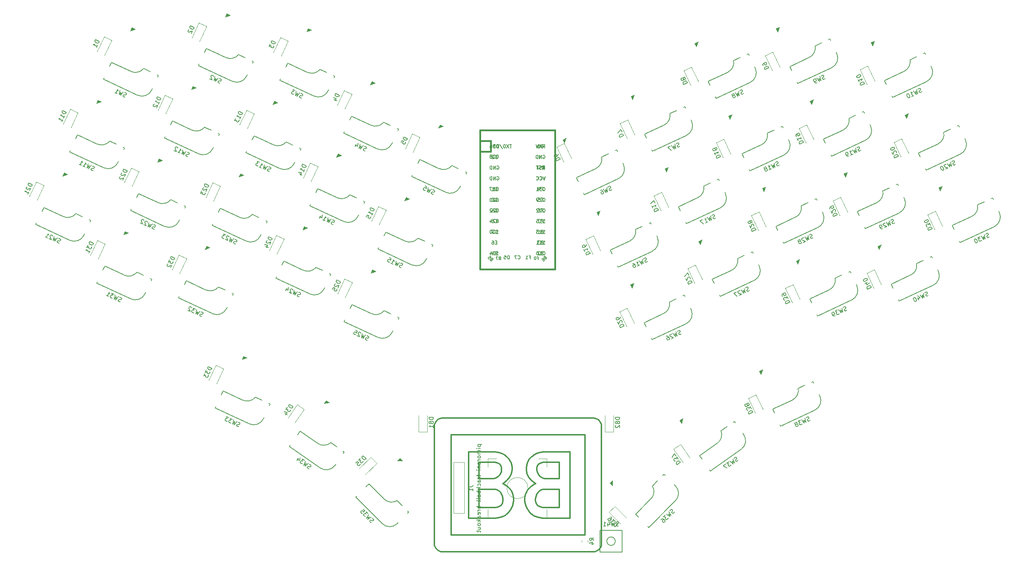
<source format=gbr>
%TF.GenerationSoftware,KiCad,Pcbnew,(5.1.10)-1*%
%TF.CreationDate,2021-09-02T22:31:59-07:00*%
%TF.ProjectId,barobord,6261726f-626f-4726-942e-6b696361645f,rev?*%
%TF.SameCoordinates,Original*%
%TF.FileFunction,Legend,Bot*%
%TF.FilePolarity,Positive*%
%FSLAX46Y46*%
G04 Gerber Fmt 4.6, Leading zero omitted, Abs format (unit mm)*
G04 Created by KiCad (PCBNEW (5.1.10)-1) date 2021-09-02 22:31:59*
%MOMM*%
%LPD*%
G01*
G04 APERTURE LIST*
%ADD10C,0.320000*%
%ADD11C,0.100000*%
%ADD12C,0.381000*%
%ADD13C,0.150000*%
%ADD14C,0.120000*%
G04 APERTURE END LIST*
D10*
X140457333Y-138750424D02*
X140248412Y-138736964D01*
X140540013Y-138754604D02*
X140488793Y-138754604D01*
X140693833Y-138777745D02*
X140540013Y-138754604D01*
X140488793Y-138754604D02*
X140457333Y-138750424D01*
X140248412Y-138736964D02*
X139989113Y-138731164D01*
X140934153Y-138848304D02*
X140891173Y-138832625D01*
X139738572Y-136199144D02*
X139858453Y-136199144D01*
X141999393Y-133251004D02*
X141678573Y-132753004D01*
X141964393Y-139704064D02*
X141795693Y-139472564D01*
X141017393Y-138879764D02*
X140934153Y-138848304D01*
X141256372Y-139003444D02*
X141017393Y-138879764D01*
X144263233Y-132260404D02*
X144317773Y-132381404D01*
X141543532Y-139211584D02*
X141256372Y-139003444D01*
X141795693Y-139472564D02*
X141543532Y-139211584D01*
X142012593Y-139786184D02*
X141964393Y-139704064D01*
X142434573Y-141029724D02*
X142329033Y-140471644D01*
X140582213Y-132354404D02*
X140395093Y-132354404D01*
X142434573Y-141216064D02*
X142434573Y-141029724D01*
X142106573Y-134082484D02*
X142106573Y-133948564D01*
X144177233Y-138758204D02*
X144286653Y-138918564D01*
X140395093Y-132354404D02*
X136761213Y-132354404D01*
X141143612Y-132454004D02*
X140582213Y-132354404D01*
X141605273Y-135399044D02*
X141883613Y-134968304D01*
X142387733Y-137371364D02*
X142594673Y-137468864D01*
X140582492Y-136128864D02*
X140633233Y-136113204D01*
X144317773Y-132381404D02*
X144509333Y-133016404D01*
X141321352Y-135693404D02*
X141605273Y-135399044D01*
X140218913Y-136181504D02*
X140531493Y-136140444D01*
X141160693Y-135820184D02*
X141215513Y-135777224D01*
X143349053Y-131018004D02*
X143446633Y-131104004D01*
X144591453Y-133831164D02*
X144591453Y-134099624D01*
X144796493Y-139961724D02*
X144966533Y-140867104D01*
X142709893Y-130537404D02*
X143251193Y-130928204D01*
X141832873Y-130123204D02*
X141965733Y-130174204D01*
X141215513Y-135777224D02*
X141321352Y-135693404D01*
X144286653Y-138918564D02*
X144399913Y-139078724D01*
X144453673Y-134905164D02*
X144040493Y-135853284D01*
X140893073Y-135993824D02*
X141160693Y-135820184D01*
X140633233Y-136113204D02*
X140893073Y-135993824D01*
X142106573Y-133948564D02*
X142106573Y-133774084D01*
X144208353Y-132139204D02*
X144263233Y-132260404D01*
X142644053Y-137223884D02*
X142387733Y-137371364D01*
X142594673Y-137468864D02*
X143483813Y-138050945D01*
X143251193Y-130928204D02*
X143349053Y-131018004D01*
X144591453Y-133627464D02*
X144591453Y-133831164D01*
X142098593Y-130224804D02*
X142709893Y-130537404D01*
X139858453Y-136199144D02*
X140218913Y-136181504D01*
X136761213Y-132354404D02*
X136761213Y-136199144D01*
X144966533Y-140867104D02*
X144966533Y-141169224D01*
X144399913Y-139078724D02*
X144796493Y-139961724D01*
X144591453Y-134099624D02*
X144453673Y-134905164D01*
X143483813Y-138050945D02*
X144177233Y-138758204D01*
X141133393Y-129945404D02*
X141832873Y-130123204D01*
X142050613Y-134484644D02*
X142106573Y-134082484D01*
X140456553Y-129869204D02*
X141133393Y-129945404D01*
X140531493Y-136140444D02*
X140582492Y-136128864D01*
X144040493Y-135853284D02*
X143351793Y-136675104D01*
X142329033Y-140471644D02*
X142082853Y-139895344D01*
X142082853Y-139895344D02*
X142012593Y-139786184D01*
X143446633Y-131104004D02*
X143870453Y-131586204D01*
X143870453Y-131586204D02*
X144208353Y-132139204D01*
X136761213Y-136199144D02*
X139738572Y-136199144D01*
X141678573Y-132753004D02*
X141143612Y-132454004D01*
X143351793Y-136675104D02*
X142644053Y-137223884D01*
X141965733Y-130174204D02*
X142098593Y-130224804D01*
X144509333Y-133016404D02*
X144591453Y-133627464D01*
X142106573Y-133774084D02*
X141999393Y-133251004D01*
X140891173Y-138832625D02*
X140693833Y-138777745D01*
X141883613Y-134968304D02*
X142050613Y-134484644D01*
X141379853Y-145482984D02*
X141278093Y-145498444D01*
X141959953Y-145353724D02*
X141485113Y-145463444D01*
X126120793Y-123732004D02*
X126160756Y-123431404D01*
X142364313Y-145228924D02*
X141959953Y-145353724D01*
X144747733Y-142540604D02*
X144298233Y-143517664D01*
X165808393Y-123732004D02*
X165808393Y-123832404D01*
X161839593Y-149629244D02*
X130089553Y-149629244D01*
X126993919Y-122185804D02*
X127331265Y-122003404D01*
X126700671Y-122427804D02*
X126993919Y-122185804D01*
X164224593Y-153557766D02*
X163923993Y-153598004D01*
X165652593Y-152387256D02*
X165470193Y-152724604D01*
X143876233Y-144117384D02*
X143520713Y-144498244D01*
X144298233Y-143517664D02*
X144239813Y-143607484D01*
X165767993Y-123431404D02*
X165808393Y-123732004D01*
X144966533Y-141169224D02*
X144966533Y-141485584D01*
X127704159Y-153557766D02*
X127331265Y-153442286D01*
X126160756Y-152014364D02*
X126120793Y-151713676D01*
X126993919Y-153259834D02*
X126700671Y-153017850D01*
X164934793Y-153259834D02*
X164597593Y-153442286D01*
X144966533Y-141485584D02*
X144810333Y-142329784D01*
X165808393Y-151613628D02*
X165808393Y-151713676D01*
X130089553Y-149629244D02*
X130089553Y-125816804D01*
X130089553Y-125816804D02*
X161839593Y-125816804D01*
X128004845Y-121848004D02*
X128105169Y-121848004D01*
X165470193Y-152724604D02*
X165228193Y-153017850D01*
X165808393Y-151713676D02*
X165767993Y-152014364D01*
X126120793Y-151713676D02*
X126120793Y-151613628D01*
X163823993Y-153598004D02*
X128105169Y-153598004D01*
X142434573Y-145201604D02*
X142364313Y-145228924D01*
X143442753Y-144568524D02*
X143368313Y-144634984D01*
X144779133Y-142435344D02*
X144747733Y-142540604D01*
X164597593Y-153442286D02*
X164224593Y-153557766D01*
X126120793Y-151613628D02*
X126120793Y-123832404D01*
X127331265Y-122003404D02*
X127704159Y-121888004D01*
X126276236Y-123058404D02*
X126458687Y-122721205D01*
X165767993Y-152014364D02*
X165652593Y-152387256D01*
X126458687Y-122721205D02*
X126700671Y-122427804D01*
X134276033Y-129869204D02*
X140231053Y-129869204D01*
X141278093Y-145498444D02*
X140492613Y-145576684D01*
X144184913Y-143697364D02*
X143876233Y-144117384D01*
X142528273Y-145162444D02*
X142434573Y-145201604D01*
X144810333Y-142329784D02*
X144779133Y-142435344D01*
X128004845Y-153598004D02*
X127704159Y-153557766D01*
X141485113Y-145463444D02*
X141379853Y-145482984D01*
X126120793Y-123832404D02*
X126120793Y-123732004D01*
X144239813Y-143607484D02*
X144184913Y-143697364D01*
X126458687Y-152724604D02*
X126276236Y-152387256D01*
X165228193Y-153017850D02*
X164934793Y-153259834D01*
X140231053Y-129869204D02*
X140456553Y-129869204D01*
X140231053Y-145576684D02*
X134276033Y-145576684D01*
X127704159Y-121888004D02*
X128004845Y-121848004D01*
X142967833Y-144926024D02*
X142528273Y-145162444D01*
X126160756Y-123431404D02*
X126276236Y-123058404D01*
X127331265Y-153442286D02*
X126993919Y-153259834D01*
X161839593Y-125816804D02*
X161839593Y-149629244D01*
X126700671Y-153017850D02*
X126458687Y-152724604D01*
X165808393Y-123832404D02*
X165808393Y-151613628D01*
X163923993Y-153598004D02*
X163823993Y-153598004D01*
X134276033Y-145576684D02*
X134276033Y-129869204D01*
X143368313Y-144634984D02*
X142967833Y-144926024D01*
X140492613Y-145576684D02*
X140231053Y-145576684D01*
X126276236Y-152387256D02*
X126160756Y-152014364D01*
X143520713Y-144498244D02*
X143442753Y-144568524D01*
X128105169Y-153598004D02*
X128004845Y-153598004D01*
X150602793Y-139703784D02*
X150554793Y-139785904D01*
X141353093Y-142930364D02*
X141953892Y-142587464D01*
X150252793Y-142016164D02*
X150613193Y-142587464D01*
X147600793Y-141169224D02*
X147600793Y-140867104D01*
X150238193Y-140471644D02*
X150132793Y-141029724D01*
X150460993Y-133774084D02*
X150460993Y-133948564D01*
X152027392Y-138754604D02*
X151873593Y-138777745D01*
X155806193Y-138731164D02*
X152664793Y-138731164D01*
X151023593Y-139211584D02*
X150771393Y-139472284D01*
X150771393Y-139472284D02*
X150602793Y-139703784D01*
X152348193Y-136181504D02*
X152708593Y-136199144D01*
X151984993Y-132354204D02*
X151423593Y-132453604D01*
X150460993Y-133948564D02*
X150460993Y-134082484D01*
X150554793Y-139785904D02*
X150484193Y-139895344D01*
X152109793Y-138750424D02*
X152078592Y-138754604D01*
X155806193Y-132354204D02*
X152172393Y-132354204D01*
X155806193Y-136199144D02*
X155806193Y-132354204D01*
X152172393Y-132354204D02*
X151984993Y-132354204D01*
X151984993Y-136128864D02*
X152035593Y-136140444D01*
X151933993Y-136113204D02*
X151984993Y-136128864D01*
X150484193Y-139895344D02*
X150238193Y-140471644D01*
X151549793Y-138879764D02*
X151310793Y-139003444D01*
X152055193Y-143044724D02*
X155806193Y-143044724D01*
X150132793Y-141415884D02*
X150252793Y-142016164D01*
X136761213Y-143044724D02*
X140512213Y-143044724D01*
X151676193Y-138832625D02*
X151633193Y-138848304D01*
X152828793Y-136199144D02*
X155806193Y-136199144D01*
X151351793Y-135777224D02*
X151406393Y-135820184D01*
X155806193Y-143044724D02*
X155806193Y-138731164D01*
X141953892Y-142587464D02*
X142314413Y-142016164D01*
X148167193Y-139078724D02*
X148280793Y-138918564D01*
X150567993Y-133251004D02*
X150460993Y-133774084D01*
X151423593Y-132453604D02*
X150888793Y-132752804D01*
X151406393Y-135820184D02*
X151673993Y-135993824D01*
X152708593Y-136199144D02*
X152828793Y-136199144D01*
X151844993Y-143044724D02*
X152055193Y-143044724D01*
X150132793Y-141216064D02*
X150132793Y-141415884D01*
X147770593Y-139961724D02*
X148167193Y-139078724D01*
X147600793Y-140867104D02*
X147770593Y-139961724D01*
X150132793Y-141029724D02*
X150132793Y-141216064D01*
X150888793Y-132752804D02*
X150567993Y-133251004D01*
X151873593Y-138777745D02*
X151676193Y-138832625D01*
X151245793Y-135693404D02*
X151351793Y-135777224D01*
X150961793Y-135399044D02*
X151245793Y-135693404D01*
X150516593Y-134484644D02*
X150683593Y-134968304D01*
X142314413Y-142016164D02*
X142434573Y-141415884D01*
X140722193Y-143044724D02*
X141353093Y-142930364D01*
X151310793Y-139003444D02*
X151023593Y-139211584D01*
X151633193Y-138848304D02*
X151549793Y-138879764D01*
X150613193Y-142587464D02*
X151213993Y-142930364D01*
X152578193Y-138731164D02*
X152318993Y-138736964D01*
X152318993Y-138736964D02*
X152109793Y-138750424D01*
X139902833Y-138731164D02*
X136761213Y-138731164D01*
X142434573Y-141415884D02*
X142434573Y-141216064D01*
X139989113Y-138731164D02*
X139902833Y-138731164D01*
X152078592Y-138754604D02*
X152027392Y-138754604D01*
X151213993Y-142930364D02*
X151844993Y-143044724D01*
X136761213Y-138731164D02*
X136761213Y-143044724D01*
X150460993Y-134082484D02*
X150516593Y-134484644D01*
X152035593Y-136140444D02*
X152348193Y-136181504D01*
X151673993Y-135993824D02*
X151933993Y-136113204D01*
X152664793Y-138731164D02*
X152578193Y-138731164D01*
X140512213Y-143044724D02*
X140722193Y-143044724D01*
X150683593Y-134968304D02*
X150961793Y-135399044D01*
X164224593Y-121888004D02*
X164597593Y-122003404D01*
X163923993Y-121848004D02*
X164224593Y-121888004D01*
X165470193Y-122721205D02*
X165652593Y-123058404D01*
X163823993Y-121848004D02*
X163923993Y-121848004D01*
X164597593Y-122003404D02*
X164934793Y-122185804D01*
X165228193Y-122427804D02*
X165470193Y-122721205D01*
X164934793Y-122185804D02*
X165228193Y-122427804D01*
X128105169Y-121848004D02*
X163823993Y-121848004D01*
X149857193Y-130537404D02*
X150468793Y-130224804D01*
X148249393Y-132381404D02*
X148304193Y-132260404D01*
X149599193Y-144926024D02*
X149198793Y-144634984D01*
X148696593Y-131586204D02*
X149120593Y-131103804D01*
X147756793Y-142329784D02*
X147600793Y-141459124D01*
X149215393Y-136675104D02*
X148526593Y-135853284D01*
X149120593Y-131103804D02*
X149218393Y-131018004D01*
X148358793Y-132139204D02*
X148696593Y-131586204D01*
X151082193Y-145463444D02*
X150607393Y-145353724D01*
X149972393Y-137468864D02*
X150179593Y-137371364D01*
X151433993Y-129945404D02*
X152110792Y-129869204D01*
X147788193Y-142435344D02*
X147756793Y-142329784D01*
X147819393Y-142540604D02*
X147788193Y-142435344D01*
X150601593Y-130174204D02*
X150734393Y-130123204D01*
X158291393Y-129869204D02*
X158291393Y-145576684D01*
X152049393Y-145576684D02*
X151289393Y-145498444D01*
X148690793Y-144117384D02*
X148382193Y-143697364D01*
X150203193Y-145228924D02*
X150132793Y-145201604D01*
X147600793Y-141459124D02*
X147600793Y-141169224D01*
X147975993Y-134099844D02*
X147975993Y-133831444D01*
X148268793Y-143517384D02*
X147819393Y-142540604D01*
X148526593Y-135853284D02*
X148113393Y-134905164D01*
X149046393Y-144498244D02*
X148690793Y-144117384D01*
X148327593Y-143607484D02*
X148268793Y-143517384D01*
X149124593Y-144568524D02*
X149046393Y-144498244D01*
X152336593Y-129869204D02*
X158291393Y-129869204D01*
X150607393Y-145353724D02*
X150203193Y-145228924D01*
X149083593Y-138050945D02*
X149972393Y-137468864D01*
X150179593Y-137371364D02*
X149922993Y-137223884D01*
X152336593Y-145576684D02*
X152049393Y-145576684D01*
X147975993Y-133627464D02*
X148057793Y-133016404D01*
X158291393Y-145576684D02*
X152336593Y-145576684D01*
X148280793Y-138918564D02*
X148390193Y-138758204D01*
X152110792Y-129869204D02*
X152336593Y-129869204D01*
X150468793Y-130224804D02*
X150601593Y-130174204D01*
X149218393Y-131018004D02*
X149315993Y-130928204D01*
X147975993Y-133831444D02*
X147975993Y-133627464D01*
X148113393Y-134905164D02*
X147975993Y-134099844D01*
X149922993Y-137223884D02*
X149215393Y-136675104D01*
X149198793Y-144634984D02*
X149124593Y-144568524D01*
X148382193Y-143697364D02*
X148327593Y-143607484D01*
X151187793Y-145482984D02*
X151082193Y-145463444D01*
X150734393Y-130123204D02*
X151433993Y-129945404D01*
X150132793Y-145201604D02*
X150038793Y-145162444D01*
X150038793Y-145162444D02*
X149599193Y-144926024D01*
X148390193Y-138758204D02*
X149083593Y-138050945D01*
X149315993Y-130928204D02*
X149857193Y-130537404D01*
X148304193Y-132260404D02*
X148358793Y-132139204D01*
X148057793Y-133016404D02*
X148249393Y-132381404D01*
X151289393Y-145498444D02*
X151187793Y-145482984D01*
X165652593Y-123058404D02*
X165767993Y-123431404D01*
D11*
%TO.C,D56*%
G36*
X119064879Y-70236118D02*
G01*
X120260912Y-69800797D01*
X119445235Y-69420441D01*
X119064879Y-70236118D01*
G37*
X119064879Y-70236118D02*
X120260912Y-69800797D01*
X119445235Y-69420441D01*
X119064879Y-70236118D01*
D12*
%TO.C,U2*%
X154742593Y-53520404D02*
X136962593Y-53520404D01*
X136962593Y-53520404D02*
X136962593Y-86540404D01*
X136962593Y-86540404D02*
X154742593Y-86540404D01*
X154742593Y-86540404D02*
X154742593Y-53520404D01*
%TO.C,U1*%
X139502593Y-56060404D02*
X136962593Y-56060404D01*
X154742593Y-53520404D02*
X136962593Y-53520404D01*
X136962593Y-53520404D02*
X136962593Y-86540404D01*
X136962593Y-86540404D02*
X154742593Y-86540404D01*
X154742593Y-86540404D02*
X154742593Y-53520404D01*
D13*
G36*
X151697228Y-61949434D02*
G01*
X151697228Y-62049434D01*
X152197228Y-62049434D01*
X152197228Y-61949434D01*
X151697228Y-61949434D01*
G37*
X151697228Y-61949434D02*
X151697228Y-62049434D01*
X152197228Y-62049434D01*
X152197228Y-61949434D01*
X151697228Y-61949434D01*
G36*
X151697228Y-61949434D02*
G01*
X151697228Y-62249434D01*
X151797228Y-62249434D01*
X151797228Y-61949434D01*
X151697228Y-61949434D01*
G37*
X151697228Y-61949434D02*
X151697228Y-62249434D01*
X151797228Y-62249434D01*
X151797228Y-61949434D01*
X151697228Y-61949434D01*
G36*
X151697228Y-62549434D02*
G01*
X151697228Y-62749434D01*
X151797228Y-62749434D01*
X151797228Y-62549434D01*
X151697228Y-62549434D01*
G37*
X151697228Y-62549434D02*
X151697228Y-62749434D01*
X151797228Y-62749434D01*
X151797228Y-62549434D01*
X151697228Y-62549434D01*
G36*
X152097228Y-61949434D02*
G01*
X152097228Y-62749434D01*
X152197228Y-62749434D01*
X152197228Y-61949434D01*
X152097228Y-61949434D01*
G37*
X152097228Y-61949434D02*
X152097228Y-62749434D01*
X152197228Y-62749434D01*
X152197228Y-61949434D01*
X152097228Y-61949434D01*
G36*
X151897228Y-62349434D02*
G01*
X151897228Y-62449434D01*
X151997228Y-62449434D01*
X151997228Y-62349434D01*
X151897228Y-62349434D01*
G37*
X151897228Y-62349434D02*
X151897228Y-62449434D01*
X151997228Y-62449434D01*
X151997228Y-62349434D01*
X151897228Y-62349434D01*
D12*
X139502593Y-56060404D02*
X139502593Y-58600404D01*
X139502593Y-58600404D02*
X136962593Y-58600404D01*
D11*
%TO.C,D59*%
G36*
X99973224Y-118370794D02*
G01*
X101226679Y-118149776D01*
X100489442Y-117633558D01*
X99973224Y-118370794D01*
G37*
X99973224Y-118370794D02*
X101226679Y-118149776D01*
X100489442Y-117633558D01*
X99973224Y-118370794D01*
D14*
%TO.C,D82*%
X168652593Y-125108404D02*
X168652593Y-121208404D01*
X166652593Y-125108404D02*
X166652593Y-121208404D01*
X168652593Y-125108404D02*
X166652593Y-125108404D01*
%TO.C,D81*%
X124452593Y-125108404D02*
X124452593Y-121208404D01*
X122452593Y-125108404D02*
X122452593Y-121208404D01*
X124452593Y-125108404D02*
X122452593Y-125108404D01*
%TO.C,J1*%
X152852593Y-131458404D02*
X150852593Y-131458404D01*
X152852593Y-133458404D02*
X152852593Y-131458404D01*
X152852593Y-131458404D02*
X152852593Y-133458404D01*
X138852593Y-131458404D02*
X140852593Y-131458404D01*
X138852593Y-133458404D02*
X138852593Y-131458404D01*
X138852593Y-131458404D02*
X138852593Y-133458404D01*
X152852593Y-145458404D02*
X152852593Y-143458404D01*
X150852593Y-145458404D02*
X152852593Y-145458404D01*
X151852593Y-145458404D02*
X150852593Y-145458404D01*
X152852593Y-145458404D02*
X151852593Y-145458404D01*
X138852593Y-145458404D02*
X138852593Y-143458404D01*
X138852593Y-145458404D02*
X140852593Y-145458404D01*
X148352593Y-138458404D02*
G75*
G03*
X148352593Y-138458404I-2500000J0D01*
G01*
X130752593Y-132558404D02*
X130752593Y-144458404D01*
X130752593Y-144458404D02*
X133252593Y-144458404D01*
X133252593Y-144458404D02*
X133252593Y-132358404D01*
X133252593Y-132358404D02*
X130752593Y-132358404D01*
X130752593Y-132358404D02*
X130752593Y-132558404D01*
D11*
%TO.C,D57*%
G36*
X111035133Y-87455965D02*
G01*
X112231166Y-87020644D01*
X111415489Y-86640288D01*
X111035133Y-87455965D01*
G37*
X111035133Y-87455965D02*
X112231166Y-87020644D01*
X111415489Y-86640288D01*
X111035133Y-87455965D01*
%TO.C,D45*%
G36*
X60432137Y-61100955D02*
G01*
X61628170Y-60665634D01*
X60812493Y-60285278D01*
X60432137Y-61100955D01*
G37*
X60432137Y-61100955D02*
X61628170Y-60665634D01*
X60812493Y-60285278D01*
X60432137Y-61100955D01*
%TO.C,D65*%
G36*
X165022136Y-73786111D02*
G01*
X165457456Y-72590078D01*
X164641779Y-72970434D01*
X165022136Y-73786111D01*
G37*
X165022136Y-73786111D02*
X165457456Y-72590078D01*
X164641779Y-72970434D01*
X165022136Y-73786111D01*
%TO.C,D53*%
G36*
X102901578Y-59940601D02*
G01*
X104097611Y-59505280D01*
X103281934Y-59124924D01*
X102901578Y-59940601D01*
G37*
X102901578Y-59940601D02*
X104097611Y-59505280D01*
X103281934Y-59124924D01*
X102901578Y-59940601D01*
%TO.C,D52*%
G36*
X94871831Y-77160449D02*
G01*
X96067864Y-76725128D01*
X95252187Y-76344772D01*
X94871831Y-77160449D01*
G37*
X94871831Y-77160449D02*
X96067864Y-76725128D01*
X95252187Y-76344772D01*
X94871831Y-77160449D01*
%TO.C,D54*%
G36*
X110931325Y-42720754D02*
G01*
X112127358Y-42285433D01*
X111311681Y-41905077D01*
X110931325Y-42720754D01*
G37*
X110931325Y-42720754D02*
X112127358Y-42285433D01*
X111311681Y-41905077D01*
X110931325Y-42720754D01*
D13*
%TO.C,SW24*%
X88552773Y-88629455D02*
X88713790Y-88284152D01*
X96609849Y-92386531D02*
X88552773Y-88629455D01*
X99985321Y-91157960D02*
X100146339Y-90812657D01*
X101250194Y-87543910D02*
X101595497Y-87704927D01*
X98073732Y-86062701D02*
X99638778Y-86792495D01*
X90431311Y-84600917D02*
X95035355Y-86747818D01*
X90001931Y-85521726D02*
X90431311Y-84600917D01*
X101434479Y-88050231D02*
X101595497Y-87704927D01*
X98081744Y-86045518D02*
G75*
G02*
X95035355Y-86747818I-1972939J1599722D01*
G01*
X99985320Y-91157960D02*
G75*
G02*
X96609849Y-92386531I-2302021J1073450D01*
G01*
%TO.C,SW4*%
X104612267Y-54189760D02*
X104773284Y-53844457D01*
X112669343Y-57946836D02*
X104612267Y-54189760D01*
X116044815Y-56718265D02*
X116205833Y-56372962D01*
X117309688Y-53104215D02*
X117654991Y-53265232D01*
X114133226Y-51623006D02*
X115698272Y-52352800D01*
X106490805Y-50161222D02*
X111094849Y-52308123D01*
X106061425Y-51082031D02*
X106490805Y-50161222D01*
X117493973Y-53610536D02*
X117654991Y-53265232D01*
X114141238Y-51605823D02*
G75*
G02*
X111094849Y-52308123I-1972939J1599722D01*
G01*
X116044814Y-56718265D02*
G75*
G02*
X112669343Y-57946836I-2302021J1073450D01*
G01*
%TO.C,SW14*%
X96582520Y-71409607D02*
X96743537Y-71064304D01*
X104639596Y-75166683D02*
X96582520Y-71409607D01*
X108015068Y-73938112D02*
X108176086Y-73592809D01*
X109279941Y-70324062D02*
X109625244Y-70485079D01*
X106103479Y-68842853D02*
X107668525Y-69572647D01*
X98461058Y-67381069D02*
X103065102Y-69527970D01*
X98031678Y-68301878D02*
X98461058Y-67381069D01*
X109464226Y-70830383D02*
X109625244Y-70485079D01*
X106111491Y-68825670D02*
G75*
G02*
X103065102Y-69527970I-1972939J1599722D01*
G01*
X108015067Y-73938112D02*
G75*
G02*
X104639596Y-75166683I-2302021J1073450D01*
G01*
%TO.C,SW34*%
X91758594Y-128568268D02*
X91977127Y-128256171D01*
X99040856Y-133667362D02*
X91758594Y-128568268D01*
X102578386Y-133043600D02*
X102796919Y-132731503D01*
X104451616Y-129704098D02*
X104763712Y-129922631D01*
X101580620Y-127693806D02*
X102995163Y-128684279D01*
X94308141Y-124927137D02*
X98469434Y-127840905D01*
X93725388Y-125759395D02*
X94308141Y-124927137D01*
X104545180Y-130234728D02*
X104763712Y-129922631D01*
X101591495Y-127678275D02*
G75*
G02*
X98469434Y-127840905I-1665177J1918016D01*
G01*
X102578386Y-133043600D02*
G75*
G02*
X99040856Y-133667362I-2080646J1456884D01*
G01*
%TO.C,SW7*%
X177879646Y-58483562D02*
X177718628Y-58138258D01*
X185936722Y-54726485D02*
X177879646Y-58483562D01*
X187165294Y-51351013D02*
X187004276Y-51005710D01*
X185209815Y-48058998D02*
X185555118Y-47897980D01*
X182033353Y-49540207D02*
X183598400Y-48810413D01*
X176001108Y-54455024D02*
X180605151Y-52308123D01*
X176430488Y-55375832D02*
X176001108Y-54455024D01*
X185716136Y-48243284D02*
X185555118Y-47897980D01*
X182025340Y-49523024D02*
G75*
G02*
X180605151Y-52308123I-2493639J-483077D01*
G01*
X187165293Y-51351014D02*
G75*
G02*
X185936722Y-54726485I-2302021J-1073450D01*
G01*
%TO.C,SW40*%
X236408581Y-94083610D02*
X236247563Y-93738306D01*
X244465657Y-90326533D02*
X236408581Y-94083610D01*
X245694229Y-86951061D02*
X245533211Y-86605758D01*
X243738750Y-83659046D02*
X244084053Y-83498028D01*
X240562288Y-85140255D02*
X242127335Y-84410461D01*
X234530043Y-90055072D02*
X239134086Y-87908171D01*
X234959423Y-90975880D02*
X234530043Y-90055072D01*
X244245071Y-83843332D02*
X244084053Y-83498028D01*
X240554275Y-85123072D02*
G75*
G02*
X239134086Y-87908171I-2493639J-483077D01*
G01*
X245694228Y-86951062D02*
G75*
G02*
X244465657Y-90326533I-2302021J-1073450D01*
G01*
%TO.C,SW39*%
X217075643Y-97581818D02*
X216914625Y-97236514D01*
X225132719Y-93824741D02*
X217075643Y-97581818D01*
X226361291Y-90449269D02*
X226200273Y-90103966D01*
X224405812Y-87157254D02*
X224751115Y-86996236D01*
X221229350Y-88638463D02*
X222794397Y-87908669D01*
X215197105Y-93553280D02*
X219801148Y-91406379D01*
X215626485Y-94474088D02*
X215197105Y-93553280D01*
X224912133Y-87341540D02*
X224751115Y-86996236D01*
X221221337Y-88621280D02*
G75*
G02*
X219801148Y-91406379I-2493639J-483077D01*
G01*
X226361290Y-90449270D02*
G75*
G02*
X225132719Y-93824741I-2302021J-1073450D01*
G01*
%TO.C,SW38*%
X208308160Y-123737721D02*
X208147142Y-123392417D01*
X216365236Y-119980644D02*
X208308160Y-123737721D01*
X217593808Y-116605172D02*
X217432790Y-116259869D01*
X215638329Y-113313157D02*
X215983632Y-113152139D01*
X212461867Y-114794366D02*
X214026914Y-114064572D01*
X206429622Y-119709183D02*
X211033665Y-117562282D01*
X206859002Y-120629991D02*
X206429622Y-119709183D01*
X216144650Y-113497443D02*
X215983632Y-113152139D01*
X212453854Y-114777183D02*
G75*
G02*
X211033665Y-117562282I-2493639J-483077D01*
G01*
X217593807Y-116605173D02*
G75*
G02*
X216365236Y-119980644I-2302021J-1073450D01*
G01*
%TO.C,SW37*%
X191618821Y-134395804D02*
X191400288Y-134083707D01*
X198901083Y-129296710D02*
X191618821Y-134395804D01*
X199524845Y-125759179D02*
X199306312Y-125447083D01*
X197027422Y-122856743D02*
X197339519Y-122638210D01*
X194156426Y-124867035D02*
X195570969Y-123876562D01*
X189069274Y-130754673D02*
X193230566Y-127840905D01*
X189652027Y-131586932D02*
X189069274Y-130754673D01*
X197558051Y-122950307D02*
X197339519Y-122638210D01*
X194145552Y-124851505D02*
G75*
G02*
X193230566Y-127840905I-2371870J-908754D01*
G01*
X199524845Y-125759180D02*
G75*
G02*
X198901083Y-129296710I-2080646J-1456884D01*
G01*
%TO.C,SW36*%
X177033788Y-147790042D02*
X176764381Y-147520635D01*
X183319968Y-141503863D02*
X177033788Y-147790042D01*
X183319968Y-137911761D02*
X183050560Y-137642353D01*
X180356483Y-135487091D02*
X180625891Y-135217684D01*
X177878188Y-137965386D02*
X179099247Y-136744327D01*
X173890699Y-144646953D02*
X177482801Y-141054850D01*
X174609119Y-145365373D02*
X173890699Y-144646953D01*
X180895299Y-135487091D02*
X180625891Y-135217684D01*
X177864782Y-137951980D02*
G75*
G02*
X177482801Y-141054850I-2178032J-1306819D01*
G01*
X183319967Y-137911760D02*
G75*
G02*
X183319968Y-141503863I-1796051J-1796052D01*
G01*
%TO.C,SW35*%
X107482007Y-140605837D02*
X107751414Y-140336430D01*
X113768186Y-146892017D02*
X107482007Y-140605837D01*
X117360288Y-146892017D02*
X117629696Y-146622609D01*
X119784958Y-143928532D02*
X120054365Y-144197940D01*
X117306663Y-141450237D02*
X118527722Y-142671296D01*
X110625096Y-137462748D02*
X114217199Y-141054850D01*
X109906676Y-138181168D02*
X110625096Y-137462748D01*
X119784958Y-144467348D02*
X120054365Y-144197940D01*
X117320069Y-141436831D02*
G75*
G02*
X114217199Y-141054850I-1306819J2178032D01*
G01*
X117360289Y-146892016D02*
G75*
G02*
X113768186Y-146892017I-1796052J1796051D01*
G01*
%TO.C,SW33*%
X74183753Y-119443919D02*
X74344770Y-119098616D01*
X82240829Y-123200995D02*
X74183753Y-119443919D01*
X85616301Y-121972424D02*
X85777319Y-121627121D01*
X86881174Y-118358374D02*
X87226477Y-118519391D01*
X83704712Y-116877165D02*
X85269758Y-117606959D01*
X76062291Y-115415381D02*
X80666335Y-117562282D01*
X75632911Y-116336190D02*
X76062291Y-115415381D01*
X87065459Y-118864695D02*
X87226477Y-118519391D01*
X83712724Y-116859982D02*
G75*
G02*
X80666335Y-117562282I-1972939J1599722D01*
G01*
X85616300Y-121972424D02*
G75*
G02*
X82240829Y-123200995I-2302021J1073450D01*
G01*
%TO.C,SW32*%
X65416270Y-93288016D02*
X65577287Y-92942713D01*
X73473346Y-97045092D02*
X65416270Y-93288016D01*
X76848818Y-95816521D02*
X77009836Y-95471218D01*
X78113691Y-92202471D02*
X78458994Y-92363488D01*
X74937229Y-90721262D02*
X76502275Y-91451056D01*
X67294808Y-89259478D02*
X71898852Y-91406379D01*
X66865428Y-90180287D02*
X67294808Y-89259478D01*
X78297976Y-92708792D02*
X78458994Y-92363488D01*
X74945241Y-90704079D02*
G75*
G02*
X71898852Y-91406379I-1972939J1599722D01*
G01*
X76848817Y-95816521D02*
G75*
G02*
X73473346Y-97045092I-2302021J1073450D01*
G01*
%TO.C,SW31*%
X46083332Y-89789808D02*
X46244349Y-89444505D01*
X54140408Y-93546884D02*
X46083332Y-89789808D01*
X57515880Y-92318313D02*
X57676898Y-91973010D01*
X58780753Y-88704263D02*
X59126056Y-88865280D01*
X55604291Y-87223054D02*
X57169337Y-87952848D01*
X47961870Y-85761270D02*
X52565914Y-87908171D01*
X47532490Y-86682079D02*
X47961870Y-85761270D01*
X58965038Y-89210584D02*
X59126056Y-88865280D01*
X55612303Y-87205871D02*
G75*
G02*
X52565914Y-87908171I-1972939J1599722D01*
G01*
X57515879Y-92318313D02*
G75*
G02*
X54140408Y-93546884I-2302021J1073450D01*
G01*
%TO.C,SW30*%
X250881409Y-80162863D02*
X250720391Y-79817559D01*
X258938485Y-76405786D02*
X250881409Y-80162863D01*
X260167057Y-73030314D02*
X260006039Y-72685011D01*
X258211578Y-69738299D02*
X258556881Y-69577281D01*
X255035116Y-71219508D02*
X256600163Y-70489714D01*
X249002871Y-76134325D02*
X253606914Y-73987424D01*
X249432251Y-77055133D02*
X249002871Y-76134325D01*
X258717899Y-69922585D02*
X258556881Y-69577281D01*
X255027103Y-71202325D02*
G75*
G02*
X253606914Y-73987424I-2493639J-483077D01*
G01*
X260167056Y-73030315D02*
G75*
G02*
X258938485Y-76405786I-2302021J-1073450D01*
G01*
%TO.C,SW29*%
X228378834Y-76863763D02*
X228217816Y-76518459D01*
X236435910Y-73106686D02*
X228378834Y-76863763D01*
X237664482Y-69731214D02*
X237503464Y-69385911D01*
X235709003Y-66439199D02*
X236054306Y-66278181D01*
X232532541Y-67920408D02*
X234097588Y-67190614D01*
X226500296Y-72835225D02*
X231104339Y-70688324D01*
X226929676Y-73756033D02*
X226500296Y-72835225D01*
X236215324Y-66623485D02*
X236054306Y-66278181D01*
X232524528Y-67903225D02*
G75*
G02*
X231104339Y-70688324I-2493639J-483077D01*
G01*
X237664481Y-69731215D02*
G75*
G02*
X236435910Y-73106686I-2302021J-1073450D01*
G01*
%TO.C,SW28*%
X209045896Y-80361971D02*
X208884878Y-80016667D01*
X217102972Y-76604894D02*
X209045896Y-80361971D01*
X218331544Y-73229422D02*
X218170526Y-72884119D01*
X216376065Y-69937407D02*
X216721368Y-69776389D01*
X213199603Y-71418616D02*
X214764650Y-70688822D01*
X207167358Y-76333433D02*
X211771401Y-74186532D01*
X207596738Y-77254241D02*
X207167358Y-76333433D01*
X216882386Y-70121693D02*
X216721368Y-69776389D01*
X213191590Y-71401433D02*
G75*
G02*
X211771401Y-74186532I-2493639J-483077D01*
G01*
X218331543Y-73229423D02*
G75*
G02*
X217102972Y-76604894I-2302021J-1073450D01*
G01*
%TO.C,SW27*%
X193939140Y-92923257D02*
X193778122Y-92577953D01*
X201996216Y-89166180D02*
X193939140Y-92923257D01*
X203224788Y-85790708D02*
X203063770Y-85445405D01*
X201269309Y-82498693D02*
X201614612Y-82337675D01*
X198092847Y-83979902D02*
X199657894Y-83250108D01*
X192060602Y-88894719D02*
X196664645Y-86747818D01*
X192489982Y-89815527D02*
X192060602Y-88894719D01*
X201775630Y-82682979D02*
X201614612Y-82337675D01*
X198084834Y-83962719D02*
G75*
G02*
X196664645Y-86747818I-2493639J-483077D01*
G01*
X203224787Y-85790709D02*
G75*
G02*
X201996216Y-89166180I-2302021J-1073450D01*
G01*
%TO.C,SW26*%
X177775838Y-103218773D02*
X177614820Y-102873469D01*
X185832914Y-99461696D02*
X177775838Y-103218773D01*
X187061486Y-96086224D02*
X186900468Y-95740921D01*
X185106007Y-92794209D02*
X185451310Y-92633191D01*
X181929545Y-94275418D02*
X183494592Y-93545624D01*
X175897300Y-99190235D02*
X180501343Y-97043334D01*
X176326680Y-100111043D02*
X175897300Y-99190235D01*
X185612328Y-92978495D02*
X185451310Y-92633191D01*
X181921532Y-94258235D02*
G75*
G02*
X180501343Y-97043334I-2493639J-483077D01*
G01*
X187061485Y-96086225D02*
G75*
G02*
X185832914Y-99461696I-2302021J-1073450D01*
G01*
%TO.C,SW25*%
X104716075Y-98924971D02*
X104877092Y-98579668D01*
X112773151Y-102682047D02*
X104716075Y-98924971D01*
X116148623Y-101453476D02*
X116309641Y-101108173D01*
X117413496Y-97839426D02*
X117758799Y-98000443D01*
X114237034Y-96358217D02*
X115802080Y-97088011D01*
X106594613Y-94896433D02*
X111198657Y-97043334D01*
X106165233Y-95817242D02*
X106594613Y-94896433D01*
X117597781Y-98345747D02*
X117758799Y-98000443D01*
X114245046Y-96341034D02*
G75*
G02*
X111198657Y-97043334I-1972939J1599722D01*
G01*
X116148622Y-101453476D02*
G75*
G02*
X112773151Y-102682047I-2302021J1073450D01*
G01*
%TO.C,SW23*%
X73446017Y-76068169D02*
X73607034Y-75722866D01*
X81503093Y-79825245D02*
X73446017Y-76068169D01*
X84878565Y-78596674D02*
X85039583Y-78251371D01*
X86143438Y-74982624D02*
X86488741Y-75143641D01*
X82966976Y-73501415D02*
X84532022Y-74231209D01*
X75324555Y-72039631D02*
X79928599Y-74186532D01*
X74895175Y-72960440D02*
X75324555Y-72039631D01*
X86327723Y-75488945D02*
X86488741Y-75143641D01*
X82974988Y-73484232D02*
G75*
G02*
X79928599Y-74186532I-1972939J1599722D01*
G01*
X84878564Y-78596674D02*
G75*
G02*
X81503093Y-79825245I-2302021J1073450D01*
G01*
%TO.C,SW22*%
X54113079Y-72569961D02*
X54274096Y-72224658D01*
X62170155Y-76327037D02*
X54113079Y-72569961D01*
X65545627Y-75098466D02*
X65706645Y-74753163D01*
X66810500Y-71484416D02*
X67155803Y-71645433D01*
X63634038Y-70003207D02*
X65199084Y-70733001D01*
X55991617Y-68541423D02*
X60595661Y-70688324D01*
X55562237Y-69462232D02*
X55991617Y-68541423D01*
X66994785Y-71990737D02*
X67155803Y-71645433D01*
X63642050Y-69986024D02*
G75*
G02*
X60595661Y-70688324I-1972939J1599722D01*
G01*
X65545626Y-75098466D02*
G75*
G02*
X62170155Y-76327037I-2302021J1073450D01*
G01*
%TO.C,SW21*%
X31610504Y-75869061D02*
X31771521Y-75523758D01*
X39667580Y-79626137D02*
X31610504Y-75869061D01*
X43043052Y-78397566D02*
X43204070Y-78052263D01*
X44307925Y-74783516D02*
X44653228Y-74944533D01*
X41131463Y-73302307D02*
X42696509Y-74032101D01*
X33489042Y-71840523D02*
X38093086Y-73987424D01*
X33059662Y-72761332D02*
X33489042Y-71840523D01*
X44492210Y-75289837D02*
X44653228Y-74944533D01*
X41139475Y-73285124D02*
G75*
G02*
X38093086Y-73987424I-1972939J1599722D01*
G01*
X43043051Y-78397566D02*
G75*
G02*
X39667580Y-79626137I-2302021J1073450D01*
G01*
%TO.C,SW20*%
X242851662Y-62943016D02*
X242690644Y-62597712D01*
X250908738Y-59185939D02*
X242851662Y-62943016D01*
X252137310Y-55810467D02*
X251976292Y-55465164D01*
X250181831Y-52518452D02*
X250527134Y-52357434D01*
X247005369Y-53999661D02*
X248570416Y-53269867D01*
X240973124Y-58914478D02*
X245577167Y-56767577D01*
X241402504Y-59835286D02*
X240973124Y-58914478D01*
X250688152Y-52702738D02*
X250527134Y-52357434D01*
X246997356Y-53982478D02*
G75*
G02*
X245577167Y-56767577I-2493639J-483077D01*
G01*
X252137309Y-55810468D02*
G75*
G02*
X250908738Y-59185939I-2302021J-1073450D01*
G01*
%TO.C,SW19*%
X220349087Y-59643916D02*
X220188069Y-59298612D01*
X228406163Y-55886839D02*
X220349087Y-59643916D01*
X229634735Y-52511367D02*
X229473717Y-52166064D01*
X227679256Y-49219352D02*
X228024559Y-49058334D01*
X224502794Y-50700561D02*
X226067841Y-49970767D01*
X218470549Y-55615378D02*
X223074592Y-53468477D01*
X218899929Y-56536186D02*
X218470549Y-55615378D01*
X228185577Y-49403638D02*
X228024559Y-49058334D01*
X224494781Y-50683378D02*
G75*
G02*
X223074592Y-53468477I-2493639J-483077D01*
G01*
X229634734Y-52511368D02*
G75*
G02*
X228406163Y-55886839I-2302021J-1073450D01*
G01*
%TO.C,SW18*%
X201016149Y-63142124D02*
X200855131Y-62796820D01*
X209073225Y-59385047D02*
X201016149Y-63142124D01*
X210301797Y-56009575D02*
X210140779Y-55664272D01*
X208346318Y-52717560D02*
X208691621Y-52556542D01*
X205169856Y-54198769D02*
X206734903Y-53468975D01*
X199137611Y-59113586D02*
X203741654Y-56966685D01*
X199566991Y-60034394D02*
X199137611Y-59113586D01*
X208852639Y-52901846D02*
X208691621Y-52556542D01*
X205161843Y-54181586D02*
G75*
G02*
X203741654Y-56966685I-2493639J-483077D01*
G01*
X210301796Y-56009576D02*
G75*
G02*
X209073225Y-59385047I-2302021J-1073450D01*
G01*
%TO.C,SW17*%
X185909393Y-75703409D02*
X185748375Y-75358105D01*
X193966469Y-71946332D02*
X185909393Y-75703409D01*
X195195041Y-68570860D02*
X195034023Y-68225557D01*
X193239562Y-65278845D02*
X193584865Y-65117827D01*
X190063100Y-66760054D02*
X191628147Y-66030260D01*
X184030855Y-71674871D02*
X188634898Y-69527970D01*
X184460235Y-72595679D02*
X184030855Y-71674871D01*
X193745883Y-65463131D02*
X193584865Y-65117827D01*
X190055087Y-66742871D02*
G75*
G02*
X188634898Y-69527970I-2493639J-483077D01*
G01*
X195195040Y-68570861D02*
G75*
G02*
X193966469Y-71946332I-2302021J-1073450D01*
G01*
%TO.C,SW16*%
X169746092Y-85998926D02*
X169585074Y-85653622D01*
X177803168Y-82241849D02*
X169746092Y-85998926D01*
X179031740Y-78866377D02*
X178870722Y-78521074D01*
X177076261Y-75574362D02*
X177421564Y-75413344D01*
X173899799Y-77055571D02*
X175464846Y-76325777D01*
X167867554Y-81970388D02*
X172471597Y-79823487D01*
X168296934Y-82891196D02*
X167867554Y-81970388D01*
X177582582Y-75758648D02*
X177421564Y-75413344D01*
X173891786Y-77038388D02*
G75*
G02*
X172471597Y-79823487I-2493639J-483077D01*
G01*
X179031739Y-78866378D02*
G75*
G02*
X177803168Y-82241849I-2302021J-1073450D01*
G01*
%TO.C,SW15*%
X112745821Y-81705124D02*
X112906838Y-81359821D01*
X120802897Y-85462200D02*
X112745821Y-81705124D01*
X124178369Y-84233629D02*
X124339387Y-83888326D01*
X125443242Y-80619579D02*
X125788545Y-80780596D01*
X122266780Y-79138370D02*
X123831826Y-79868164D01*
X114624359Y-77676586D02*
X119228403Y-79823487D01*
X114194979Y-78597395D02*
X114624359Y-77676586D01*
X125627527Y-81125900D02*
X125788545Y-80780596D01*
X122274792Y-79121187D02*
G75*
G02*
X119228403Y-79823487I-1972939J1599722D01*
G01*
X124178368Y-84233629D02*
G75*
G02*
X120802897Y-85462200I-2302021J1073450D01*
G01*
%TO.C,SW13*%
X81475764Y-58848322D02*
X81636781Y-58503019D01*
X89532840Y-62605398D02*
X81475764Y-58848322D01*
X92908312Y-61376827D02*
X93069330Y-61031524D01*
X94173185Y-57762777D02*
X94518488Y-57923794D01*
X90996723Y-56281568D02*
X92561769Y-57011362D01*
X83354302Y-54819784D02*
X87958346Y-56966685D01*
X82924922Y-55740593D02*
X83354302Y-54819784D01*
X94357470Y-58269098D02*
X94518488Y-57923794D01*
X91004735Y-56264385D02*
G75*
G02*
X87958346Y-56966685I-1972939J1599722D01*
G01*
X92908311Y-61376827D02*
G75*
G02*
X89532840Y-62605398I-2302021J1073450D01*
G01*
%TO.C,SW12*%
X62142826Y-55350114D02*
X62303843Y-55004811D01*
X70199902Y-59107190D02*
X62142826Y-55350114D01*
X73575374Y-57878619D02*
X73736392Y-57533316D01*
X74840247Y-54264569D02*
X75185550Y-54425586D01*
X71663785Y-52783360D02*
X73228831Y-53513154D01*
X64021364Y-51321576D02*
X68625408Y-53468477D01*
X63591984Y-52242385D02*
X64021364Y-51321576D01*
X75024532Y-54770890D02*
X75185550Y-54425586D01*
X71671797Y-52766177D02*
G75*
G02*
X68625408Y-53468477I-1972939J1599722D01*
G01*
X73575373Y-57878619D02*
G75*
G02*
X70199902Y-59107190I-2302021J1073450D01*
G01*
%TO.C,SW11*%
X39640251Y-58649214D02*
X39801268Y-58303911D01*
X47697327Y-62406290D02*
X39640251Y-58649214D01*
X51072799Y-61177719D02*
X51233817Y-60832416D01*
X52337672Y-57563669D02*
X52682975Y-57724686D01*
X49161210Y-56082460D02*
X50726256Y-56812254D01*
X41518789Y-54620676D02*
X46122833Y-56767577D01*
X41089409Y-55541485D02*
X41518789Y-54620676D01*
X52521957Y-58069990D02*
X52682975Y-57724686D01*
X49169222Y-56065277D02*
G75*
G02*
X46122833Y-56767577I-1972939J1599722D01*
G01*
X51072798Y-61177719D02*
G75*
G02*
X47697327Y-62406290I-2302021J1073450D01*
G01*
%TO.C,SW10*%
X234821915Y-45723169D02*
X234660897Y-45377865D01*
X242878991Y-41966092D02*
X234821915Y-45723169D01*
X244107563Y-38590620D02*
X243946545Y-38245317D01*
X242152084Y-35298605D02*
X242497387Y-35137587D01*
X238975622Y-36779814D02*
X240540669Y-36050020D01*
X232943377Y-41694631D02*
X237547420Y-39547730D01*
X233372757Y-42615439D02*
X232943377Y-41694631D01*
X242658405Y-35482891D02*
X242497387Y-35137587D01*
X238967609Y-36762631D02*
G75*
G02*
X237547420Y-39547730I-2493639J-483077D01*
G01*
X244107562Y-38590621D02*
G75*
G02*
X242878991Y-41966092I-2302021J-1073450D01*
G01*
%TO.C,SW9*%
X212319340Y-42424069D02*
X212158322Y-42078765D01*
X220376416Y-38666992D02*
X212319340Y-42424069D01*
X221604988Y-35291520D02*
X221443970Y-34946217D01*
X219649509Y-31999505D02*
X219994812Y-31838487D01*
X216473047Y-33480714D02*
X218038094Y-32750920D01*
X210440802Y-38395531D02*
X215044845Y-36248630D01*
X210870182Y-39316339D02*
X210440802Y-38395531D01*
X220155830Y-32183791D02*
X219994812Y-31838487D01*
X216465034Y-33463531D02*
G75*
G02*
X215044845Y-36248630I-2493639J-483077D01*
G01*
X221604987Y-35291521D02*
G75*
G02*
X220376416Y-38666992I-2302021J-1073450D01*
G01*
%TO.C,SW8*%
X192986402Y-45922277D02*
X192825384Y-45576973D01*
X201043478Y-42165200D02*
X192986402Y-45922277D01*
X202272050Y-38789728D02*
X202111032Y-38444425D01*
X200316571Y-35497713D02*
X200661874Y-35336695D01*
X197140109Y-36978922D02*
X198705156Y-36249128D01*
X191107864Y-41893739D02*
X195711907Y-39746838D01*
X191537244Y-42814547D02*
X191107864Y-41893739D01*
X200822892Y-35681999D02*
X200661874Y-35336695D01*
X197132096Y-36961739D02*
G75*
G02*
X195711907Y-39746838I-2493639J-483077D01*
G01*
X202272049Y-38789729D02*
G75*
G02*
X201043478Y-42165200I-2302021J-1073450D01*
G01*
%TO.C,SW6*%
X161716345Y-68779079D02*
X161555327Y-68433775D01*
X169773421Y-65022002D02*
X161716345Y-68779079D01*
X171001993Y-61646530D02*
X170840975Y-61301227D01*
X169046514Y-58354515D02*
X169391817Y-58193497D01*
X165870052Y-59835724D02*
X167435099Y-59105930D01*
X159837807Y-64750541D02*
X164441850Y-62603640D01*
X160267187Y-65671349D02*
X159837807Y-64750541D01*
X169552835Y-58538801D02*
X169391817Y-58193497D01*
X165862039Y-59818541D02*
G75*
G02*
X164441850Y-62603640I-2493639J-483077D01*
G01*
X171001992Y-61646531D02*
G75*
G02*
X169773421Y-65022002I-2302021J-1073450D01*
G01*
%TO.C,SW5*%
X120775568Y-64485277D02*
X120936585Y-64139974D01*
X128832644Y-68242353D02*
X120775568Y-64485277D01*
X132208116Y-67013782D02*
X132369134Y-66668479D01*
X133472989Y-63399732D02*
X133818292Y-63560749D01*
X130296527Y-61918523D02*
X131861573Y-62648317D01*
X122654106Y-60456739D02*
X127258150Y-62603640D01*
X122224726Y-61377548D02*
X122654106Y-60456739D01*
X133657274Y-63906053D02*
X133818292Y-63560749D01*
X130304539Y-61901340D02*
G75*
G02*
X127258150Y-62603640I-1972939J1599722D01*
G01*
X132208115Y-67013782D02*
G75*
G02*
X128832644Y-68242353I-2302021J1073450D01*
G01*
%TO.C,SW3*%
X89505511Y-41628475D02*
X89666528Y-41283172D01*
X97562587Y-45385551D02*
X89505511Y-41628475D01*
X100938059Y-44156980D02*
X101099077Y-43811677D01*
X102202932Y-40542930D02*
X102548235Y-40703947D01*
X99026470Y-39061721D02*
X100591516Y-39791515D01*
X91384049Y-37599937D02*
X95988093Y-39746838D01*
X90954669Y-38520746D02*
X91384049Y-37599937D01*
X102387217Y-41049251D02*
X102548235Y-40703947D01*
X99034482Y-39044538D02*
G75*
G02*
X95988093Y-39746838I-1972939J1599722D01*
G01*
X100938058Y-44156980D02*
G75*
G02*
X97562587Y-45385551I-2302021J1073450D01*
G01*
%TO.C,SW2*%
X70172573Y-38130267D02*
X70333590Y-37784964D01*
X78229649Y-41887343D02*
X70172573Y-38130267D01*
X81605121Y-40658772D02*
X81766139Y-40313469D01*
X82869994Y-37044722D02*
X83215297Y-37205739D01*
X79693532Y-35563513D02*
X81258578Y-36293307D01*
X72051111Y-34101729D02*
X76655155Y-36248630D01*
X71621731Y-35022538D02*
X72051111Y-34101729D01*
X83054279Y-37551043D02*
X83215297Y-37205739D01*
X79701544Y-35546330D02*
G75*
G02*
X76655155Y-36248630I-1972939J1599722D01*
G01*
X81605120Y-40658772D02*
G75*
G02*
X78229649Y-41887343I-2302021J1073450D01*
G01*
%TO.C,SW1*%
X47669998Y-41429367D02*
X47831015Y-41084064D01*
X55727074Y-45186443D02*
X47669998Y-41429367D01*
X59102546Y-43957872D02*
X59263564Y-43612569D01*
X60367419Y-40343822D02*
X60712722Y-40504839D01*
X57190957Y-38862613D02*
X58756003Y-39592407D01*
X49548536Y-37400829D02*
X54152580Y-39547730D01*
X49119156Y-38321638D02*
X49548536Y-37400829D01*
X60551704Y-40850143D02*
X60712722Y-40504839D01*
X57198969Y-38845430D02*
G75*
G02*
X54152580Y-39547730I-1972939J1599722D01*
G01*
X59102545Y-43957872D02*
G75*
G02*
X55727074Y-45186443I-2302021J1073450D01*
G01*
%TO.C,SW41*%
X165452593Y-153658404D02*
X170652593Y-153658404D01*
X170652593Y-153658404D02*
X170652593Y-148458404D01*
X170652593Y-148458404D02*
X165452593Y-148458404D01*
X165452593Y-148458404D02*
X165452593Y-153658404D01*
X169052593Y-151058404D02*
G75*
G03*
X169052593Y-151058404I-1000000J0D01*
G01*
D14*
%TO.C,R4*%
X161117593Y-151285468D02*
X161117593Y-150831340D01*
X162587593Y-151285468D02*
X162587593Y-150831340D01*
D11*
%TO.C,D77*%
G36*
X231684625Y-81870795D02*
G01*
X232119945Y-80674762D01*
X231304268Y-81055118D01*
X231684625Y-81870795D01*
G37*
X231684625Y-81870795D02*
X232119945Y-80674762D01*
X231304268Y-81055118D01*
X231684625Y-81870795D01*
%TO.C,D70*%
G36*
X212351687Y-85369003D02*
G01*
X212787007Y-84172970D01*
X211971330Y-84553326D01*
X212351687Y-85369003D01*
G37*
X212351687Y-85369003D02*
X212787007Y-84172970D01*
X211971330Y-84553326D01*
X212351687Y-85369003D01*
%TO.C,D63*%
G36*
X203584204Y-111524906D02*
G01*
X204019524Y-110328873D01*
X203203847Y-110709229D01*
X203584204Y-111524906D01*
G37*
X203584204Y-111524906D02*
X204019524Y-110328873D01*
X203203847Y-110709229D01*
X203584204Y-111524906D01*
%TO.C,D62*%
G36*
X184845899Y-123188836D02*
G01*
X185066917Y-121935381D01*
X184329680Y-122451600D01*
X184845899Y-123188836D01*
G37*
X184845899Y-123188836D02*
X185066917Y-121935381D01*
X184329680Y-122451600D01*
X184845899Y-123188836D01*
%TO.C,D61*%
G36*
X168417693Y-137929439D02*
G01*
X168417693Y-136656647D01*
X167781297Y-137293043D01*
X168417693Y-137929439D01*
G37*
X168417693Y-137929439D02*
X168417693Y-136656647D01*
X167781297Y-137293043D01*
X168417693Y-137929439D01*
%TO.C,D60*%
G36*
X117342610Y-131989742D02*
G01*
X118615402Y-131989742D01*
X117979006Y-131353346D01*
X117342610Y-131989742D01*
G37*
X117342610Y-131989742D02*
X118615402Y-131989742D01*
X117979006Y-131353346D01*
X117342610Y-131989742D01*
%TO.C,D58*%
G36*
X80502811Y-107974913D02*
G01*
X81698844Y-107539592D01*
X80883167Y-107159236D01*
X80502811Y-107974913D01*
G37*
X80502811Y-107974913D02*
X81698844Y-107539592D01*
X80883167Y-107159236D01*
X80502811Y-107974913D01*
%TO.C,D51*%
G36*
X71735328Y-81819010D02*
G01*
X72931361Y-81383689D01*
X72115684Y-81003333D01*
X71735328Y-81819010D01*
G37*
X71735328Y-81819010D02*
X72931361Y-81383689D01*
X72115684Y-81003333D01*
X71735328Y-81819010D01*
%TO.C,D44*%
G36*
X52402390Y-78320802D02*
G01*
X53598423Y-77885481D01*
X52782746Y-77505125D01*
X52402390Y-78320802D01*
G37*
X52402390Y-78320802D02*
X53598423Y-77885481D01*
X52782746Y-77505125D01*
X52402390Y-78320802D01*
%TO.C,D78*%
G36*
X246157453Y-67950048D02*
G01*
X246592773Y-66754015D01*
X245777096Y-67134371D01*
X246157453Y-67950048D01*
G37*
X246157453Y-67950048D02*
X246592773Y-66754015D01*
X245777096Y-67134371D01*
X246157453Y-67950048D01*
%TO.C,D76*%
G36*
X223654878Y-64650948D02*
G01*
X224090198Y-63454915D01*
X223274521Y-63835271D01*
X223654878Y-64650948D01*
G37*
X223654878Y-64650948D02*
X224090198Y-63454915D01*
X223274521Y-63835271D01*
X223654878Y-64650948D01*
%TO.C,D71*%
G36*
X204321940Y-68149156D02*
G01*
X204757260Y-66953123D01*
X203941583Y-67333479D01*
X204321940Y-68149156D01*
G37*
X204321940Y-68149156D02*
X204757260Y-66953123D01*
X203941583Y-67333479D01*
X204321940Y-68149156D01*
%TO.C,D69*%
G36*
X189215184Y-80710442D02*
G01*
X189650504Y-79514409D01*
X188834827Y-79894765D01*
X189215184Y-80710442D01*
G37*
X189215184Y-80710442D02*
X189650504Y-79514409D01*
X188834827Y-79894765D01*
X189215184Y-80710442D01*
%TO.C,D64*%
G36*
X173051882Y-91005958D02*
G01*
X173487202Y-89809925D01*
X172671525Y-90190281D01*
X173051882Y-91005958D01*
G37*
X173051882Y-91005958D02*
X173487202Y-89809925D01*
X172671525Y-90190281D01*
X173051882Y-91005958D01*
%TO.C,D50*%
G36*
X79765075Y-64599163D02*
G01*
X80961108Y-64163842D01*
X80145431Y-63783486D01*
X79765075Y-64599163D01*
G37*
X79765075Y-64599163D02*
X80961108Y-64163842D01*
X80145431Y-63783486D01*
X79765075Y-64599163D01*
%TO.C,D43*%
G36*
X37929562Y-64400055D02*
G01*
X39125595Y-63964734D01*
X38309918Y-63584378D01*
X37929562Y-64400055D01*
G37*
X37929562Y-64400055D02*
X39125595Y-63964734D01*
X38309918Y-63584378D01*
X37929562Y-64400055D01*
%TO.C,D79*%
G36*
X238127706Y-50730201D02*
G01*
X238563026Y-49534168D01*
X237747349Y-49914524D01*
X238127706Y-50730201D01*
G37*
X238127706Y-50730201D02*
X238563026Y-49534168D01*
X237747349Y-49914524D01*
X238127706Y-50730201D01*
%TO.C,D75*%
G36*
X215625131Y-47431101D02*
G01*
X216060451Y-46235068D01*
X215244774Y-46615424D01*
X215625131Y-47431101D01*
G37*
X215625131Y-47431101D02*
X216060451Y-46235068D01*
X215244774Y-46615424D01*
X215625131Y-47431101D01*
%TO.C,D72*%
G36*
X196292193Y-50929309D02*
G01*
X196727513Y-49733276D01*
X195911836Y-50113632D01*
X196292193Y-50929309D01*
G37*
X196292193Y-50929309D02*
X196727513Y-49733276D01*
X195911836Y-50113632D01*
X196292193Y-50929309D01*
%TO.C,D68*%
G36*
X181185437Y-63490594D02*
G01*
X181620757Y-62294561D01*
X180805080Y-62674917D01*
X181185437Y-63490594D01*
G37*
X181185437Y-63490594D02*
X181620757Y-62294561D01*
X180805080Y-62674917D01*
X181185437Y-63490594D01*
%TO.C,D49*%
G36*
X87794822Y-47379316D02*
G01*
X88990855Y-46943995D01*
X88175178Y-46563639D01*
X87794822Y-47379316D01*
G37*
X87794822Y-47379316D02*
X88990855Y-46943995D01*
X88175178Y-46563639D01*
X87794822Y-47379316D01*
%TO.C,D46*%
G36*
X68461884Y-43881108D02*
G01*
X69657917Y-43445787D01*
X68842240Y-43065431D01*
X68461884Y-43881108D01*
G37*
X68461884Y-43881108D02*
X69657917Y-43445787D01*
X68842240Y-43065431D01*
X68461884Y-43881108D01*
%TO.C,D42*%
G36*
X45959309Y-47180208D02*
G01*
X47155342Y-46744887D01*
X46339665Y-46364531D01*
X45959309Y-47180208D01*
G37*
X45959309Y-47180208D02*
X47155342Y-46744887D01*
X46339665Y-46364531D01*
X45959309Y-47180208D01*
%TO.C,D80*%
G36*
X230097959Y-33510354D02*
G01*
X230533279Y-32314321D01*
X229717602Y-32694677D01*
X230097959Y-33510354D01*
G37*
X230097959Y-33510354D02*
X230533279Y-32314321D01*
X229717602Y-32694677D01*
X230097959Y-33510354D01*
%TO.C,D74*%
G36*
X207595384Y-30211254D02*
G01*
X208030704Y-29015221D01*
X207215027Y-29395577D01*
X207595384Y-30211254D01*
G37*
X207595384Y-30211254D02*
X208030704Y-29015221D01*
X207215027Y-29395577D01*
X207595384Y-30211254D01*
%TO.C,D73*%
G36*
X188262446Y-33709462D02*
G01*
X188697766Y-32513429D01*
X187882089Y-32893785D01*
X188262446Y-33709462D01*
G37*
X188262446Y-33709462D02*
X188697766Y-32513429D01*
X187882089Y-32893785D01*
X188262446Y-33709462D01*
%TO.C,D67*%
G36*
X173155690Y-46270747D02*
G01*
X173591010Y-45074714D01*
X172775333Y-45455070D01*
X173155690Y-46270747D01*
G37*
X173155690Y-46270747D02*
X173591010Y-45074714D01*
X172775333Y-45455070D01*
X173155690Y-46270747D01*
%TO.C,D66*%
G36*
X156992389Y-56566264D02*
G01*
X157427709Y-55370231D01*
X156612032Y-55750587D01*
X156992389Y-56566264D01*
G37*
X156992389Y-56566264D02*
X157427709Y-55370231D01*
X156612032Y-55750587D01*
X156992389Y-56566264D01*
%TO.C,D55*%
G36*
X127094626Y-53016271D02*
G01*
X128290659Y-52580950D01*
X127474982Y-52200594D01*
X127094626Y-53016271D01*
G37*
X127094626Y-53016271D02*
X128290659Y-52580950D01*
X127474982Y-52200594D01*
X127094626Y-53016271D01*
%TO.C,D48*%
G36*
X95824569Y-30159469D02*
G01*
X97020602Y-29724148D01*
X96204925Y-29343792D01*
X95824569Y-30159469D01*
G37*
X95824569Y-30159469D02*
X97020602Y-29724148D01*
X96204925Y-29343792D01*
X95824569Y-30159469D01*
%TO.C,D47*%
G36*
X76491631Y-26661261D02*
G01*
X77687664Y-26225940D01*
X76871987Y-25845584D01*
X76491631Y-26661261D01*
G37*
X76491631Y-26661261D02*
X77687664Y-26225940D01*
X76871987Y-25845584D01*
X76491631Y-26661261D01*
%TO.C,D41*%
G36*
X53989056Y-29960361D02*
G01*
X55185089Y-29525040D01*
X54369412Y-29144684D01*
X53989056Y-29960361D01*
G37*
X53989056Y-29960361D02*
X55185089Y-29525040D01*
X54369412Y-29144684D01*
X53989056Y-29960361D01*
D14*
%TO.C,D40*%
X228726398Y-87476175D02*
X230374609Y-91010775D01*
X230539014Y-86630938D02*
X232187225Y-90165539D01*
X228726398Y-87476175D02*
X230539014Y-86630938D01*
%TO.C,D39*%
X209393461Y-90974383D02*
X211041672Y-94508983D01*
X211206077Y-90129146D02*
X212854288Y-93663747D01*
X209393461Y-90974383D02*
X211206077Y-90129146D01*
%TO.C,D38*%
X200625977Y-117130286D02*
X202274188Y-120664886D01*
X202438593Y-116285049D02*
X204086804Y-119819650D01*
X200625977Y-117130286D02*
X202438593Y-116285049D01*
%TO.C,D37*%
X182905980Y-129222748D02*
X185142928Y-132417441D01*
X184544284Y-128075595D02*
X186781232Y-131270288D01*
X182905980Y-129222748D02*
X184544284Y-128075595D01*
%TO.C,D36*%
X167555023Y-144208547D02*
X170312739Y-146966263D01*
X168969237Y-142794333D02*
X171726953Y-145552049D01*
X167555023Y-144208547D02*
X168969237Y-142794333D01*
%TO.C,D35*%
X111063502Y-131127072D02*
X108305786Y-133884788D01*
X112477716Y-132541286D02*
X109720000Y-135299002D01*
X111063502Y-131127072D02*
X112477716Y-132541286D01*
%TO.C,D34*%
X93639710Y-118611585D02*
X91402762Y-121806278D01*
X95278014Y-119758738D02*
X93041066Y-122953431D01*
X93639710Y-118611585D02*
X95278014Y-119758738D01*
%TO.C,D33*%
X74307329Y-109311849D02*
X72659118Y-112846450D01*
X76119945Y-110157086D02*
X74471734Y-113691686D01*
X74307329Y-109311849D02*
X76119945Y-110157086D01*
%TO.C,D32*%
X65539846Y-83155946D02*
X63891635Y-86690547D01*
X67352462Y-84001183D02*
X65704251Y-87535783D01*
X65539846Y-83155946D02*
X67352462Y-84001183D01*
%TO.C,D31*%
X46206908Y-79657738D02*
X44558697Y-83192339D01*
X48019524Y-80502975D02*
X46371313Y-84037575D01*
X46206908Y-79657738D02*
X48019524Y-80502975D01*
%TO.C,D30*%
X243199226Y-73555428D02*
X244847437Y-77090028D01*
X245011842Y-72710191D02*
X246660053Y-76244792D01*
X243199226Y-73555428D02*
X245011842Y-72710191D01*
%TO.C,D29*%
X220696651Y-70256328D02*
X222344862Y-73790928D01*
X222509267Y-69411091D02*
X224157478Y-72945692D01*
X220696651Y-70256328D02*
X222509267Y-69411091D01*
%TO.C,D28*%
X201363713Y-73754536D02*
X203011924Y-77289136D01*
X203176329Y-72909299D02*
X204824540Y-76443900D01*
X201363713Y-73754536D02*
X203176329Y-72909299D01*
%TO.C,D27*%
X186256957Y-86315823D02*
X187905168Y-89850423D01*
X188069573Y-85470586D02*
X189717784Y-89005187D01*
X186256957Y-86315823D02*
X188069573Y-85470586D01*
%TO.C,D26*%
X170093655Y-96611338D02*
X171741866Y-100145938D01*
X171906271Y-95766101D02*
X173554482Y-99300702D01*
X170093655Y-96611338D02*
X171906271Y-95766101D01*
%TO.C,D25*%
X104839652Y-88792901D02*
X103191441Y-92327502D01*
X106652268Y-89638138D02*
X105004057Y-93172738D01*
X104839652Y-88792901D02*
X106652268Y-89638138D01*
%TO.C,D24*%
X88676349Y-78497385D02*
X87028138Y-82031986D01*
X90488965Y-79342622D02*
X88840754Y-82877222D01*
X88676349Y-78497385D02*
X90488965Y-79342622D01*
%TO.C,D23*%
X73569593Y-65936099D02*
X71921382Y-69470700D01*
X75382209Y-66781336D02*
X73733998Y-70315936D01*
X73569593Y-65936099D02*
X75382209Y-66781336D01*
%TO.C,D22*%
X54236655Y-62437891D02*
X52588444Y-65972492D01*
X56049271Y-63283128D02*
X54401060Y-66817728D01*
X54236655Y-62437891D02*
X56049271Y-63283128D01*
%TO.C,D21*%
X31734080Y-65736991D02*
X30085869Y-69271592D01*
X33546696Y-66582228D02*
X31898485Y-70116828D01*
X31734080Y-65736991D02*
X33546696Y-66582228D01*
%TO.C,D20*%
X235169479Y-56335581D02*
X236817690Y-59870181D01*
X236982095Y-55490344D02*
X238630306Y-59024945D01*
X235169479Y-56335581D02*
X236982095Y-55490344D01*
%TO.C,D19*%
X212666904Y-53036481D02*
X214315115Y-56571081D01*
X214479520Y-52191244D02*
X216127731Y-55725845D01*
X212666904Y-53036481D02*
X214479520Y-52191244D01*
%TO.C,D18*%
X192995394Y-56441830D02*
X194643605Y-59976430D01*
X194808010Y-55596593D02*
X196456221Y-59131194D01*
X192995394Y-56441830D02*
X194808010Y-55596593D01*
%TO.C,D17*%
X178227210Y-69095974D02*
X179875421Y-72630574D01*
X180039826Y-68250737D02*
X181688037Y-71785338D01*
X178227210Y-69095974D02*
X180039826Y-68250737D01*
%TO.C,D16*%
X162063910Y-79391491D02*
X163712121Y-82926091D01*
X163876526Y-78546254D02*
X165524737Y-82080855D01*
X162063910Y-79391491D02*
X163876526Y-78546254D01*
%TO.C,D15*%
X112869397Y-71573054D02*
X111221186Y-75107655D01*
X114682013Y-72418291D02*
X113033802Y-75952891D01*
X112869397Y-71573054D02*
X114682013Y-72418291D01*
%TO.C,D14*%
X96706096Y-61277536D02*
X95057885Y-64812137D01*
X98518712Y-62122773D02*
X96870501Y-65657373D01*
X96706096Y-61277536D02*
X98518712Y-62122773D01*
%TO.C,D13*%
X81599340Y-48716252D02*
X79951129Y-52250853D01*
X83411956Y-49561489D02*
X81763745Y-53096089D01*
X81599340Y-48716252D02*
X83411956Y-49561489D01*
%TO.C,D12*%
X62266402Y-45218044D02*
X60618191Y-48752645D01*
X64079018Y-46063281D02*
X62430807Y-49597881D01*
X62266402Y-45218044D02*
X64079018Y-46063281D01*
%TO.C,D11*%
X39763827Y-48517144D02*
X38115616Y-52051745D01*
X41576443Y-49362381D02*
X39928232Y-52896981D01*
X39763827Y-48517144D02*
X41576443Y-49362381D01*
%TO.C,D10*%
X227139732Y-39115735D02*
X228787943Y-42650335D01*
X228952348Y-38270498D02*
X230600559Y-41805099D01*
X227139732Y-39115735D02*
X228952348Y-38270498D01*
%TO.C,D9*%
X204637157Y-35816634D02*
X206285368Y-39351234D01*
X206449773Y-34971397D02*
X208097984Y-38505998D01*
X204637157Y-35816634D02*
X206449773Y-34971397D01*
%TO.C,D8*%
X185304219Y-39314842D02*
X186952430Y-42849442D01*
X187116835Y-38469605D02*
X188765046Y-42004206D01*
X185304219Y-39314842D02*
X187116835Y-38469605D01*
%TO.C,D7*%
X170197463Y-51876127D02*
X171845674Y-55410727D01*
X172010079Y-51030890D02*
X173658290Y-54565491D01*
X170197463Y-51876127D02*
X172010079Y-51030890D01*
%TO.C,D6*%
X155171394Y-57491830D02*
X156819605Y-61026430D01*
X156984010Y-56646593D02*
X158632221Y-60181194D01*
X155171394Y-57491830D02*
X156984010Y-56646593D01*
%TO.C,D5*%
X120899144Y-54353207D02*
X119250933Y-57887808D01*
X122711760Y-55198444D02*
X121063549Y-58733044D01*
X120899144Y-54353207D02*
X122711760Y-55198444D01*
%TO.C,D4*%
X104735843Y-44057689D02*
X103087632Y-47592290D01*
X106548459Y-44902926D02*
X104900248Y-48437526D01*
X104735843Y-44057689D02*
X106548459Y-44902926D01*
%TO.C,D3*%
X89629087Y-31496405D02*
X87980876Y-35031006D01*
X91441703Y-32341642D02*
X89793492Y-35876242D01*
X89629087Y-31496405D02*
X91441703Y-32341642D01*
%TO.C,D2*%
X70296150Y-27998197D02*
X68647939Y-31532798D01*
X72108766Y-28843434D02*
X70460555Y-32378034D01*
X70296150Y-27998197D02*
X72108766Y-28843434D01*
%TO.C,D1*%
X47793575Y-31297297D02*
X46145364Y-34831898D01*
X49606191Y-32142534D02*
X47957980Y-35677134D01*
X47793575Y-31297297D02*
X49606191Y-32142534D01*
%TO.C,U2*%
D13*
X141115403Y-59362308D02*
X141039212Y-59362308D01*
X140963022Y-59400404D01*
X140924926Y-59438499D01*
X140886831Y-59514689D01*
X140848736Y-59667070D01*
X140848736Y-59857546D01*
X140886831Y-60009927D01*
X140924926Y-60086118D01*
X140963022Y-60124213D01*
X141039212Y-60162308D01*
X141115403Y-60162308D01*
X141191593Y-60124213D01*
X141229688Y-60086118D01*
X141267783Y-60009927D01*
X141305879Y-59857546D01*
X141305879Y-59667070D01*
X141267783Y-59514689D01*
X141229688Y-59438499D01*
X141191593Y-59400404D01*
X141115403Y-59362308D01*
X140353498Y-59362308D02*
X140277307Y-59362308D01*
X140201117Y-59400404D01*
X140163022Y-59438499D01*
X140124926Y-59514689D01*
X140086831Y-59667070D01*
X140086831Y-59857546D01*
X140124926Y-60009927D01*
X140163022Y-60086118D01*
X140201117Y-60124213D01*
X140277307Y-60162308D01*
X140353498Y-60162308D01*
X140429688Y-60124213D01*
X140467783Y-60086118D01*
X140505879Y-60009927D01*
X140543974Y-59857546D01*
X140543974Y-59667070D01*
X140505879Y-59514689D01*
X140467783Y-59438499D01*
X140429688Y-59400404D01*
X140353498Y-59362308D01*
X139629688Y-59705165D02*
X139705879Y-59667070D01*
X139743974Y-59628975D01*
X139782069Y-59552784D01*
X139782069Y-59514689D01*
X139743974Y-59438499D01*
X139705879Y-59400404D01*
X139629688Y-59362308D01*
X139477307Y-59362308D01*
X139401117Y-59400404D01*
X139363022Y-59438499D01*
X139324926Y-59514689D01*
X139324926Y-59552784D01*
X139363022Y-59628975D01*
X139401117Y-59667070D01*
X139477307Y-59705165D01*
X139629688Y-59705165D01*
X139705879Y-59743261D01*
X139743974Y-59781356D01*
X139782069Y-59857546D01*
X139782069Y-60009927D01*
X139743974Y-60086118D01*
X139705879Y-60124213D01*
X139629688Y-60162308D01*
X139477307Y-60162308D01*
X139401117Y-60124213D01*
X139363022Y-60086118D01*
X139324926Y-60009927D01*
X139324926Y-59857546D01*
X139363022Y-59781356D01*
X139401117Y-59743261D01*
X139477307Y-59705165D01*
X141115403Y-69662308D02*
X141039212Y-69662308D01*
X140963022Y-69700404D01*
X140924926Y-69738499D01*
X140886831Y-69814689D01*
X140848736Y-69967070D01*
X140848736Y-70157546D01*
X140886831Y-70309927D01*
X140924926Y-70386118D01*
X140963022Y-70424213D01*
X141039212Y-70462308D01*
X141115403Y-70462308D01*
X141191593Y-70424213D01*
X141229688Y-70386118D01*
X141267783Y-70309927D01*
X141305879Y-70157546D01*
X141305879Y-69967070D01*
X141267783Y-69814689D01*
X141229688Y-69738499D01*
X141191593Y-69700404D01*
X141115403Y-69662308D01*
X140543974Y-69738499D02*
X140505879Y-69700404D01*
X140429688Y-69662308D01*
X140239212Y-69662308D01*
X140163022Y-69700404D01*
X140124926Y-69738499D01*
X140086831Y-69814689D01*
X140086831Y-69890880D01*
X140124926Y-70005165D01*
X140582069Y-70462308D01*
X140086831Y-70462308D01*
X139591593Y-69662308D02*
X139515403Y-69662308D01*
X139439212Y-69700404D01*
X139401117Y-69738499D01*
X139363022Y-69814689D01*
X139324926Y-69967070D01*
X139324926Y-70157546D01*
X139363022Y-70309927D01*
X139401117Y-70386118D01*
X139439212Y-70424213D01*
X139515403Y-70462308D01*
X139591593Y-70462308D01*
X139667783Y-70424213D01*
X139705879Y-70386118D01*
X139743974Y-70309927D01*
X139782069Y-70157546D01*
X139782069Y-69967070D01*
X139743974Y-69814689D01*
X139705879Y-69738499D01*
X139667783Y-69700404D01*
X139591593Y-69662308D01*
X141115403Y-67052308D02*
X141039212Y-67052308D01*
X140963022Y-67090404D01*
X140924926Y-67128499D01*
X140886831Y-67204689D01*
X140848736Y-67357070D01*
X140848736Y-67547546D01*
X140886831Y-67699927D01*
X140924926Y-67776118D01*
X140963022Y-67814213D01*
X141039212Y-67852308D01*
X141115403Y-67852308D01*
X141191593Y-67814213D01*
X141229688Y-67776118D01*
X141267783Y-67699927D01*
X141305879Y-67547546D01*
X141305879Y-67357070D01*
X141267783Y-67204689D01*
X141229688Y-67128499D01*
X141191593Y-67090404D01*
X141115403Y-67052308D01*
X140086831Y-67852308D02*
X140543974Y-67852308D01*
X140315403Y-67852308D02*
X140315403Y-67052308D01*
X140391593Y-67166594D01*
X140467783Y-67242784D01*
X140543974Y-67280880D01*
X139820164Y-67052308D02*
X139286831Y-67052308D01*
X139629688Y-67852308D01*
X141001116Y-64550404D02*
X141077307Y-64512308D01*
X141191593Y-64512308D01*
X141305878Y-64550404D01*
X141382069Y-64626594D01*
X141420164Y-64702784D01*
X141458259Y-64855165D01*
X141458259Y-64969451D01*
X141420164Y-65121832D01*
X141382069Y-65198023D01*
X141305878Y-65274213D01*
X141191593Y-65312308D01*
X141115402Y-65312308D01*
X141001116Y-65274213D01*
X140963021Y-65236118D01*
X140963021Y-64969451D01*
X141115402Y-64969451D01*
X140620164Y-65312308D02*
X140620164Y-64512308D01*
X140163021Y-65312308D01*
X140163021Y-64512308D01*
X139782069Y-65312308D02*
X139782069Y-64512308D01*
X139591593Y-64512308D01*
X139477307Y-64550404D01*
X139401116Y-64626594D01*
X139363021Y-64702784D01*
X139324926Y-64855165D01*
X139324926Y-64969451D01*
X139363021Y-65121832D01*
X139401116Y-65198023D01*
X139477307Y-65274213D01*
X139591593Y-65312308D01*
X139782069Y-65312308D01*
X141001116Y-62010404D02*
X141077307Y-61972308D01*
X141191593Y-61972308D01*
X141305878Y-62010404D01*
X141382069Y-62086594D01*
X141420164Y-62162784D01*
X141458259Y-62315165D01*
X141458259Y-62429451D01*
X141420164Y-62581832D01*
X141382069Y-62658023D01*
X141305878Y-62734213D01*
X141191593Y-62772308D01*
X141115402Y-62772308D01*
X141001116Y-62734213D01*
X140963021Y-62696118D01*
X140963021Y-62429451D01*
X141115402Y-62429451D01*
X140620164Y-62772308D02*
X140620164Y-61972308D01*
X140163021Y-62772308D01*
X140163021Y-61972308D01*
X139782069Y-62772308D02*
X139782069Y-61972308D01*
X139591593Y-61972308D01*
X139477307Y-62010404D01*
X139401116Y-62086594D01*
X139363021Y-62162784D01*
X139324926Y-62315165D01*
X139324926Y-62429451D01*
X139363021Y-62581832D01*
X139401116Y-62658023D01*
X139477307Y-62734213D01*
X139591593Y-62772308D01*
X139782069Y-62772308D01*
X141115403Y-72162308D02*
X141039212Y-72162308D01*
X140963022Y-72200404D01*
X140924926Y-72238499D01*
X140886831Y-72314689D01*
X140848736Y-72467070D01*
X140848736Y-72657546D01*
X140886831Y-72809927D01*
X140924926Y-72886118D01*
X140963022Y-72924213D01*
X141039212Y-72962308D01*
X141115403Y-72962308D01*
X141191593Y-72924213D01*
X141229688Y-72886118D01*
X141267783Y-72809927D01*
X141305879Y-72657546D01*
X141305879Y-72467070D01*
X141267783Y-72314689D01*
X141229688Y-72238499D01*
X141191593Y-72200404D01*
X141115403Y-72162308D01*
X140543974Y-72238499D02*
X140505879Y-72200404D01*
X140429688Y-72162308D01*
X140239212Y-72162308D01*
X140163022Y-72200404D01*
X140124926Y-72238499D01*
X140086831Y-72314689D01*
X140086831Y-72390880D01*
X140124926Y-72505165D01*
X140582069Y-72962308D01*
X140086831Y-72962308D01*
X139782069Y-72238499D02*
X139743974Y-72200404D01*
X139667783Y-72162308D01*
X139477307Y-72162308D01*
X139401117Y-72200404D01*
X139363022Y-72238499D01*
X139324926Y-72314689D01*
X139324926Y-72390880D01*
X139363022Y-72505165D01*
X139820164Y-72962308D01*
X139324926Y-72962308D01*
X141115403Y-74662308D02*
X141039212Y-74662308D01*
X140963022Y-74700404D01*
X140924926Y-74738499D01*
X140886831Y-74814689D01*
X140848736Y-74967070D01*
X140848736Y-75157546D01*
X140886831Y-75309927D01*
X140924926Y-75386118D01*
X140963022Y-75424213D01*
X141039212Y-75462308D01*
X141115403Y-75462308D01*
X141191593Y-75424213D01*
X141229688Y-75386118D01*
X141267783Y-75309927D01*
X141305879Y-75157546D01*
X141305879Y-74967070D01*
X141267783Y-74814689D01*
X141229688Y-74738499D01*
X141191593Y-74700404D01*
X141115403Y-74662308D01*
X140543974Y-74738499D02*
X140505879Y-74700404D01*
X140429688Y-74662308D01*
X140239212Y-74662308D01*
X140163022Y-74700404D01*
X140124926Y-74738499D01*
X140086831Y-74814689D01*
X140086831Y-74890880D01*
X140124926Y-75005165D01*
X140582069Y-75462308D01*
X140086831Y-75462308D01*
X139401117Y-74928975D02*
X139401117Y-75462308D01*
X139591593Y-74624213D02*
X139782069Y-75195642D01*
X139286831Y-75195642D01*
X140848736Y-78012308D02*
X141305879Y-78012308D01*
X141077307Y-78012308D02*
X141077307Y-77212308D01*
X141153498Y-77326594D01*
X141229688Y-77402784D01*
X141305879Y-77440880D01*
X140353498Y-77212308D02*
X140277307Y-77212308D01*
X140201117Y-77250404D01*
X140163022Y-77288499D01*
X140124926Y-77364689D01*
X140086831Y-77517070D01*
X140086831Y-77707546D01*
X140124926Y-77859927D01*
X140163022Y-77936118D01*
X140201117Y-77974213D01*
X140277307Y-78012308D01*
X140353498Y-78012308D01*
X140429688Y-77974213D01*
X140467783Y-77936118D01*
X140505879Y-77859927D01*
X140543974Y-77707546D01*
X140543974Y-77517070D01*
X140505879Y-77364689D01*
X140467783Y-77288499D01*
X140429688Y-77250404D01*
X140353498Y-77212308D01*
X139591593Y-77212308D02*
X139515403Y-77212308D01*
X139439212Y-77250404D01*
X139401117Y-77288499D01*
X139363022Y-77364689D01*
X139324926Y-77517070D01*
X139324926Y-77707546D01*
X139363022Y-77859927D01*
X139401117Y-77936118D01*
X139439212Y-77974213D01*
X139515403Y-78012308D01*
X139591593Y-78012308D01*
X139667783Y-77974213D01*
X139705879Y-77936118D01*
X139743974Y-77859927D01*
X139782069Y-77707546D01*
X139782069Y-77517070D01*
X139743974Y-77364689D01*
X139705879Y-77288499D01*
X139667783Y-77250404D01*
X139591593Y-77212308D01*
X140848736Y-83092308D02*
X141305879Y-83092308D01*
X141077307Y-83092308D02*
X141077307Y-82292308D01*
X141153498Y-82406594D01*
X141229688Y-82482784D01*
X141305879Y-82520880D01*
X140353498Y-82292308D02*
X140277307Y-82292308D01*
X140201117Y-82330404D01*
X140163022Y-82368499D01*
X140124926Y-82444689D01*
X140086831Y-82597070D01*
X140086831Y-82787546D01*
X140124926Y-82939927D01*
X140163022Y-83016118D01*
X140201117Y-83054213D01*
X140277307Y-83092308D01*
X140353498Y-83092308D01*
X140429688Y-83054213D01*
X140467783Y-83016118D01*
X140505879Y-82939927D01*
X140543974Y-82787546D01*
X140543974Y-82597070D01*
X140505879Y-82444689D01*
X140467783Y-82368499D01*
X140429688Y-82330404D01*
X140353498Y-82292308D01*
X139401117Y-82558975D02*
X139401117Y-83092308D01*
X139591593Y-82254213D02*
X139782069Y-82825642D01*
X139286831Y-82825642D01*
X151923117Y-80552308D02*
X152380260Y-80552308D01*
X152151688Y-80552308D02*
X152151688Y-79752308D01*
X152227879Y-79866594D01*
X152304069Y-79942784D01*
X152380260Y-79980880D01*
X151161212Y-80552308D02*
X151618355Y-80552308D01*
X151389784Y-80552308D02*
X151389784Y-79752308D01*
X151465974Y-79866594D01*
X151542164Y-79942784D01*
X151618355Y-79980880D01*
X150399307Y-80552308D02*
X150856450Y-80552308D01*
X150627879Y-80552308D02*
X150627879Y-79752308D01*
X150704069Y-79866594D01*
X150780260Y-79942784D01*
X150856450Y-79980880D01*
X151923117Y-78012308D02*
X152380260Y-78012308D01*
X152151688Y-78012308D02*
X152151688Y-77212308D01*
X152227879Y-77326594D01*
X152304069Y-77402784D01*
X152380260Y-77440880D01*
X151161212Y-78012308D02*
X151618355Y-78012308D01*
X151389784Y-78012308D02*
X151389784Y-77212308D01*
X151465974Y-77326594D01*
X151542164Y-77402784D01*
X151618355Y-77440880D01*
X150894545Y-77212308D02*
X150399307Y-77212308D01*
X150665974Y-77517070D01*
X150551688Y-77517070D01*
X150475498Y-77555165D01*
X150437403Y-77593261D01*
X150399307Y-77669451D01*
X150399307Y-77859927D01*
X150437403Y-77936118D01*
X150475498Y-77974213D01*
X150551688Y-78012308D01*
X150780260Y-78012308D01*
X150856450Y-77974213D01*
X150894545Y-77936118D01*
X152189784Y-67052308D02*
X152113593Y-67052308D01*
X152037403Y-67090404D01*
X151999307Y-67128499D01*
X151961212Y-67204689D01*
X151923117Y-67357070D01*
X151923117Y-67547546D01*
X151961212Y-67699927D01*
X151999307Y-67776118D01*
X152037403Y-67814213D01*
X152113593Y-67852308D01*
X152189784Y-67852308D01*
X152265974Y-67814213D01*
X152304069Y-67776118D01*
X152342164Y-67699927D01*
X152380260Y-67547546D01*
X152380260Y-67357070D01*
X152342164Y-67204689D01*
X152304069Y-67128499D01*
X152265974Y-67090404D01*
X152189784Y-67052308D01*
X151656450Y-67052308D02*
X151161212Y-67052308D01*
X151427879Y-67357070D01*
X151313593Y-67357070D01*
X151237403Y-67395165D01*
X151199307Y-67433261D01*
X151161212Y-67509451D01*
X151161212Y-67699927D01*
X151199307Y-67776118D01*
X151237403Y-67814213D01*
X151313593Y-67852308D01*
X151542164Y-67852308D01*
X151618355Y-67814213D01*
X151656450Y-67776118D01*
X150399307Y-67852308D02*
X150856450Y-67852308D01*
X150627879Y-67852308D02*
X150627879Y-67052308D01*
X150704069Y-67166594D01*
X150780260Y-67242784D01*
X150856450Y-67280880D01*
X152456450Y-64512308D02*
X152189784Y-65312308D01*
X151923117Y-64512308D01*
X151199307Y-65236118D02*
X151237403Y-65274213D01*
X151351688Y-65312308D01*
X151427879Y-65312308D01*
X151542164Y-65274213D01*
X151618355Y-65198023D01*
X151656450Y-65121832D01*
X151694545Y-64969451D01*
X151694545Y-64855165D01*
X151656450Y-64702784D01*
X151618355Y-64626594D01*
X151542164Y-64550404D01*
X151427879Y-64512308D01*
X151351688Y-64512308D01*
X151237403Y-64550404D01*
X151199307Y-64588499D01*
X150399307Y-65236118D02*
X150437403Y-65274213D01*
X150551688Y-65312308D01*
X150627879Y-65312308D01*
X150742164Y-65274213D01*
X150818355Y-65198023D01*
X150856450Y-65121832D01*
X150894545Y-64969451D01*
X150894545Y-64855165D01*
X150856450Y-64702784D01*
X150818355Y-64626594D01*
X150742164Y-64550404D01*
X150627879Y-64512308D01*
X150551688Y-64512308D01*
X150437403Y-64550404D01*
X150399307Y-64588499D01*
X151916783Y-59470404D02*
X151992974Y-59432308D01*
X152107260Y-59432308D01*
X152221545Y-59470404D01*
X152297736Y-59546594D01*
X152335831Y-59622784D01*
X152373926Y-59775165D01*
X152373926Y-59889451D01*
X152335831Y-60041832D01*
X152297736Y-60118023D01*
X152221545Y-60194213D01*
X152107260Y-60232308D01*
X152031069Y-60232308D01*
X151916783Y-60194213D01*
X151878688Y-60156118D01*
X151878688Y-59889451D01*
X152031069Y-59889451D01*
X151535831Y-60232308D02*
X151535831Y-59432308D01*
X151078688Y-60232308D01*
X151078688Y-59432308D01*
X150697736Y-60232308D02*
X150697736Y-59432308D01*
X150507260Y-59432308D01*
X150392974Y-59470404D01*
X150316783Y-59546594D01*
X150278688Y-59622784D01*
X150240593Y-59775165D01*
X150240593Y-59889451D01*
X150278688Y-60041832D01*
X150316783Y-60118023D01*
X150392974Y-60194213D01*
X150507260Y-60232308D01*
X150697736Y-60232308D01*
X151878688Y-57692308D02*
X152145355Y-57311356D01*
X152335831Y-57692308D02*
X152335831Y-56892308D01*
X152031069Y-56892308D01*
X151954879Y-56930404D01*
X151916784Y-56968499D01*
X151878688Y-57044689D01*
X151878688Y-57158975D01*
X151916784Y-57235165D01*
X151954879Y-57273261D01*
X152031069Y-57311356D01*
X152335831Y-57311356D01*
X151573927Y-57463737D02*
X151192974Y-57463737D01*
X151650117Y-57692308D02*
X151383450Y-56892308D01*
X151116784Y-57692308D01*
X150926308Y-56892308D02*
X150735831Y-57692308D01*
X150583450Y-57120880D01*
X150431069Y-57692308D01*
X150240593Y-56892308D01*
X152189784Y-69592308D02*
X152113593Y-69592308D01*
X152037403Y-69630404D01*
X151999307Y-69668499D01*
X151961212Y-69744689D01*
X151923117Y-69897070D01*
X151923117Y-70087546D01*
X151961212Y-70239927D01*
X151999307Y-70316118D01*
X152037403Y-70354213D01*
X152113593Y-70392308D01*
X152189784Y-70392308D01*
X152265974Y-70354213D01*
X152304069Y-70316118D01*
X152342164Y-70239927D01*
X152380260Y-70087546D01*
X152380260Y-69897070D01*
X152342164Y-69744689D01*
X152304069Y-69668499D01*
X152265974Y-69630404D01*
X152189784Y-69592308D01*
X151618355Y-69668499D02*
X151580260Y-69630404D01*
X151504069Y-69592308D01*
X151313593Y-69592308D01*
X151237403Y-69630404D01*
X151199307Y-69668499D01*
X151161212Y-69744689D01*
X151161212Y-69820880D01*
X151199307Y-69935165D01*
X151656450Y-70392308D01*
X151161212Y-70392308D01*
X150780260Y-70392308D02*
X150627879Y-70392308D01*
X150551688Y-70354213D01*
X150513593Y-70316118D01*
X150437403Y-70201832D01*
X150399307Y-70049451D01*
X150399307Y-69744689D01*
X150437403Y-69668499D01*
X150475498Y-69630404D01*
X150551688Y-69592308D01*
X150704069Y-69592308D01*
X150780260Y-69630404D01*
X150818355Y-69668499D01*
X150856450Y-69744689D01*
X150856450Y-69935165D01*
X150818355Y-70011356D01*
X150780260Y-70049451D01*
X150704069Y-70087546D01*
X150551688Y-70087546D01*
X150475498Y-70049451D01*
X150437403Y-70011356D01*
X150399307Y-69935165D01*
X152189784Y-72132308D02*
X152113593Y-72132308D01*
X152037403Y-72170404D01*
X151999307Y-72208499D01*
X151961212Y-72284689D01*
X151923117Y-72437070D01*
X151923117Y-72627546D01*
X151961212Y-72779927D01*
X151999307Y-72856118D01*
X152037403Y-72894213D01*
X152113593Y-72932308D01*
X152189784Y-72932308D01*
X152265974Y-72894213D01*
X152304069Y-72856118D01*
X152342164Y-72779927D01*
X152380260Y-72627546D01*
X152380260Y-72437070D01*
X152342164Y-72284689D01*
X152304069Y-72208499D01*
X152265974Y-72170404D01*
X152189784Y-72132308D01*
X151427879Y-72132308D02*
X151351688Y-72132308D01*
X151275498Y-72170404D01*
X151237403Y-72208499D01*
X151199307Y-72284689D01*
X151161212Y-72437070D01*
X151161212Y-72627546D01*
X151199307Y-72779927D01*
X151237403Y-72856118D01*
X151275498Y-72894213D01*
X151351688Y-72932308D01*
X151427879Y-72932308D01*
X151504069Y-72894213D01*
X151542164Y-72856118D01*
X151580260Y-72779927D01*
X151618355Y-72627546D01*
X151618355Y-72437070D01*
X151580260Y-72284689D01*
X151542164Y-72208499D01*
X151504069Y-72170404D01*
X151427879Y-72132308D01*
X150856450Y-72208499D02*
X150818355Y-72170404D01*
X150742164Y-72132308D01*
X150551688Y-72132308D01*
X150475498Y-72170404D01*
X150437403Y-72208499D01*
X150399307Y-72284689D01*
X150399307Y-72360880D01*
X150437403Y-72475165D01*
X150894545Y-72932308D01*
X150399307Y-72932308D01*
X151923117Y-75472308D02*
X152380260Y-75472308D01*
X152151688Y-75472308D02*
X152151688Y-74672308D01*
X152227879Y-74786594D01*
X152304069Y-74862784D01*
X152380260Y-74900880D01*
X151161212Y-75472308D02*
X151618355Y-75472308D01*
X151389784Y-75472308D02*
X151389784Y-74672308D01*
X151465974Y-74786594D01*
X151542164Y-74862784D01*
X151618355Y-74900880D01*
X150437403Y-74672308D02*
X150818355Y-74672308D01*
X150856450Y-75053261D01*
X150818355Y-75015165D01*
X150742164Y-74977070D01*
X150551688Y-74977070D01*
X150475498Y-75015165D01*
X150437403Y-75053261D01*
X150399307Y-75129451D01*
X150399307Y-75319927D01*
X150437403Y-75396118D01*
X150475498Y-75434213D01*
X150551688Y-75472308D01*
X150742164Y-75472308D01*
X150818355Y-75434213D01*
X150856450Y-75396118D01*
X152189784Y-82292308D02*
X152113593Y-82292308D01*
X152037403Y-82330404D01*
X151999307Y-82368499D01*
X151961212Y-82444689D01*
X151923117Y-82597070D01*
X151923117Y-82787546D01*
X151961212Y-82939927D01*
X151999307Y-83016118D01*
X152037403Y-83054213D01*
X152113593Y-83092308D01*
X152189784Y-83092308D01*
X152265974Y-83054213D01*
X152304069Y-83016118D01*
X152342164Y-82939927D01*
X152380260Y-82787546D01*
X152380260Y-82597070D01*
X152342164Y-82444689D01*
X152304069Y-82368499D01*
X152265974Y-82330404D01*
X152189784Y-82292308D01*
X151161212Y-83092308D02*
X151618355Y-83092308D01*
X151389784Y-83092308D02*
X151389784Y-82292308D01*
X151465974Y-82406594D01*
X151542164Y-82482784D01*
X151618355Y-82520880D01*
X150665974Y-82292308D02*
X150589784Y-82292308D01*
X150513593Y-82330404D01*
X150475498Y-82368499D01*
X150437403Y-82444689D01*
X150399307Y-82597070D01*
X150399307Y-82787546D01*
X150437403Y-82939927D01*
X150475498Y-83016118D01*
X150513593Y-83054213D01*
X150589784Y-83092308D01*
X150665974Y-83092308D01*
X150742164Y-83054213D01*
X150780260Y-83016118D01*
X150818355Y-82939927D01*
X150856450Y-82787546D01*
X150856450Y-82597070D01*
X150818355Y-82444689D01*
X150780260Y-82368499D01*
X150742164Y-82330404D01*
X150665974Y-82292308D01*
X141115403Y-56892308D02*
X141039212Y-56892308D01*
X140963022Y-56930404D01*
X140924926Y-56968499D01*
X140886831Y-57044689D01*
X140848736Y-57197070D01*
X140848736Y-57387546D01*
X140886831Y-57539927D01*
X140924926Y-57616118D01*
X140963022Y-57654213D01*
X141039212Y-57692308D01*
X141115403Y-57692308D01*
X141191593Y-57654213D01*
X141229688Y-57616118D01*
X141267783Y-57539927D01*
X141305879Y-57387546D01*
X141305879Y-57197070D01*
X141267783Y-57044689D01*
X141229688Y-56968499D01*
X141191593Y-56930404D01*
X141115403Y-56892308D01*
X140353498Y-56892308D02*
X140277307Y-56892308D01*
X140201117Y-56930404D01*
X140163022Y-56968499D01*
X140124926Y-57044689D01*
X140086831Y-57197070D01*
X140086831Y-57387546D01*
X140124926Y-57539927D01*
X140163022Y-57616118D01*
X140201117Y-57654213D01*
X140277307Y-57692308D01*
X140353498Y-57692308D01*
X140429688Y-57654213D01*
X140467783Y-57616118D01*
X140505879Y-57539927D01*
X140543974Y-57387546D01*
X140543974Y-57197070D01*
X140505879Y-57044689D01*
X140467783Y-56968499D01*
X140429688Y-56930404D01*
X140353498Y-56892308D01*
X139401117Y-56892308D02*
X139553498Y-56892308D01*
X139629688Y-56930404D01*
X139667783Y-56968499D01*
X139743974Y-57082784D01*
X139782069Y-57235165D01*
X139782069Y-57539927D01*
X139743974Y-57616118D01*
X139705879Y-57654213D01*
X139629688Y-57692308D01*
X139477307Y-57692308D01*
X139401117Y-57654213D01*
X139363022Y-57616118D01*
X139324926Y-57539927D01*
X139324926Y-57349451D01*
X139363022Y-57273261D01*
X139401117Y-57235165D01*
X139477307Y-57197070D01*
X139629688Y-57197070D01*
X139705879Y-57235165D01*
X139743974Y-57273261D01*
X139782069Y-57349451D01*
X151878688Y-62772308D02*
X152145354Y-62391356D01*
X152335831Y-62772308D02*
X152335831Y-61972308D01*
X152031069Y-61972308D01*
X151954878Y-62010404D01*
X151916783Y-62048499D01*
X151878688Y-62124689D01*
X151878688Y-62238975D01*
X151916783Y-62315165D01*
X151954878Y-62353261D01*
X152031069Y-62391356D01*
X152335831Y-62391356D01*
X151573926Y-62734213D02*
X151459640Y-62772308D01*
X151269164Y-62772308D01*
X151192973Y-62734213D01*
X151154878Y-62696118D01*
X151116783Y-62619927D01*
X151116783Y-62543737D01*
X151154878Y-62467546D01*
X151192973Y-62429451D01*
X151269164Y-62391356D01*
X151421545Y-62353261D01*
X151497735Y-62315165D01*
X151535831Y-62277070D01*
X151573926Y-62200880D01*
X151573926Y-62124689D01*
X151535831Y-62048499D01*
X151497735Y-62010404D01*
X151421545Y-61972308D01*
X151231069Y-61972308D01*
X151116783Y-62010404D01*
X150888212Y-61972308D02*
X150431069Y-61972308D01*
X150659640Y-62772308D02*
X150659640Y-61972308D01*
%TO.C,U1*%
X143903069Y-84062308D02*
X143903069Y-83262308D01*
X143712593Y-83262308D01*
X143598307Y-83300404D01*
X143522116Y-83376594D01*
X143484021Y-83452784D01*
X143445926Y-83605165D01*
X143445926Y-83719451D01*
X143484021Y-83871832D01*
X143522116Y-83948023D01*
X143598307Y-84024213D01*
X143712593Y-84062308D01*
X143903069Y-84062308D01*
X142722116Y-83262308D02*
X143103069Y-83262308D01*
X143141164Y-83643261D01*
X143103069Y-83605165D01*
X143026878Y-83567070D01*
X142836402Y-83567070D01*
X142760212Y-83605165D01*
X142722116Y-83643261D01*
X142684021Y-83719451D01*
X142684021Y-83909927D01*
X142722116Y-83986118D01*
X142760212Y-84024213D01*
X142836402Y-84062308D01*
X143026878Y-84062308D01*
X143103069Y-84024213D01*
X143141164Y-83986118D01*
X148659259Y-83643261D02*
X148925926Y-83643261D01*
X148925926Y-84062308D02*
X148925926Y-83262308D01*
X148544973Y-83262308D01*
X147821164Y-84062308D02*
X148278307Y-84062308D01*
X148049735Y-84062308D02*
X148049735Y-83262308D01*
X148125926Y-83376594D01*
X148202116Y-83452784D01*
X148278307Y-83490880D01*
X145985926Y-83986118D02*
X146024021Y-84024213D01*
X146138307Y-84062308D01*
X146214497Y-84062308D01*
X146328783Y-84024213D01*
X146404973Y-83948023D01*
X146443069Y-83871832D01*
X146481164Y-83719451D01*
X146481164Y-83605165D01*
X146443069Y-83452784D01*
X146404973Y-83376594D01*
X146328783Y-83300404D01*
X146214497Y-83262308D01*
X146138307Y-83262308D01*
X146024021Y-83300404D01*
X145985926Y-83338499D01*
X145719259Y-83262308D02*
X145185926Y-83262308D01*
X145528783Y-84062308D01*
X152417584Y-83764701D02*
X152370444Y-83858982D01*
X152370444Y-83906123D01*
X152394014Y-83976833D01*
X152464725Y-84047544D01*
X152535435Y-84071114D01*
X152582576Y-84071114D01*
X152653286Y-84047544D01*
X152841848Y-83858982D01*
X152346873Y-83364007D01*
X152181882Y-83528999D01*
X152158312Y-83599710D01*
X152158312Y-83646850D01*
X152181882Y-83717561D01*
X152229022Y-83764701D01*
X152299733Y-83788271D01*
X152346873Y-83788271D01*
X152417584Y-83764701D01*
X152582576Y-83599710D01*
X151639767Y-84071114D02*
X151734048Y-83976833D01*
X151804758Y-83953263D01*
X151851899Y-83953263D01*
X151969750Y-83976833D01*
X152087601Y-84047544D01*
X152276163Y-84236106D01*
X152299733Y-84306816D01*
X152299733Y-84353957D01*
X152276163Y-84424668D01*
X152181882Y-84518948D01*
X152111171Y-84542519D01*
X152064031Y-84542519D01*
X151993320Y-84518948D01*
X151875469Y-84401097D01*
X151851899Y-84330387D01*
X151851899Y-84283246D01*
X151875469Y-84212536D01*
X151969750Y-84118255D01*
X152040460Y-84094684D01*
X152087601Y-84094684D01*
X152158312Y-84118255D01*
X150585926Y-83850404D02*
X150819259Y-83850404D01*
X150819259Y-84217070D02*
X150819259Y-83517070D01*
X150485926Y-83517070D01*
X150085926Y-83517070D02*
X150019259Y-83517070D01*
X149952593Y-83550404D01*
X149919259Y-83583737D01*
X149885926Y-83650404D01*
X149852593Y-83783737D01*
X149852593Y-83950404D01*
X149885926Y-84083737D01*
X149919259Y-84150404D01*
X149952593Y-84183737D01*
X150019259Y-84217070D01*
X150085926Y-84217070D01*
X150152593Y-84183737D01*
X150185926Y-84150404D01*
X150219259Y-84083737D01*
X150252593Y-83950404D01*
X150252593Y-83783737D01*
X150219259Y-83650404D01*
X150185926Y-83583737D01*
X150152593Y-83550404D01*
X150085926Y-83517070D01*
X141635926Y-83850404D02*
X141535926Y-83883737D01*
X141502593Y-83917070D01*
X141469259Y-83983737D01*
X141469259Y-84083737D01*
X141502593Y-84150404D01*
X141535926Y-84183737D01*
X141602593Y-84217070D01*
X141869259Y-84217070D01*
X141869259Y-83517070D01*
X141635926Y-83517070D01*
X141569259Y-83550404D01*
X141535926Y-83583737D01*
X141502593Y-83650404D01*
X141502593Y-83717070D01*
X141535926Y-83783737D01*
X141569259Y-83817070D01*
X141635926Y-83850404D01*
X141869259Y-83850404D01*
X141235926Y-83517070D02*
X140769259Y-83517070D01*
X141069259Y-84217070D01*
X151425926Y-62714213D02*
X151311640Y-62752308D01*
X151121164Y-62752308D01*
X151044973Y-62714213D01*
X151006878Y-62676118D01*
X150968783Y-62599927D01*
X150968783Y-62523737D01*
X151006878Y-62447546D01*
X151044973Y-62409451D01*
X151121164Y-62371356D01*
X151273545Y-62333261D01*
X151349735Y-62295165D01*
X151387831Y-62257070D01*
X151425926Y-62180880D01*
X151425926Y-62104689D01*
X151387831Y-62028499D01*
X151349735Y-61990404D01*
X151273545Y-61952308D01*
X151083069Y-61952308D01*
X150968783Y-61990404D01*
X150740212Y-61952308D02*
X150283069Y-61952308D01*
X150511640Y-62752308D02*
X150511640Y-61952308D01*
X144471197Y-56892308D02*
X144014054Y-56892308D01*
X144242625Y-57692308D02*
X144242625Y-56892308D01*
X143823578Y-56892308D02*
X143290244Y-57692308D01*
X143290244Y-56892308D02*
X143823578Y-57692308D01*
X142833101Y-56892308D02*
X142756911Y-56892308D01*
X142680721Y-56930404D01*
X142642625Y-56968499D01*
X142604530Y-57044689D01*
X142566435Y-57197070D01*
X142566435Y-57387546D01*
X142604530Y-57539927D01*
X142642625Y-57616118D01*
X142680721Y-57654213D01*
X142756911Y-57692308D01*
X142833101Y-57692308D01*
X142909292Y-57654213D01*
X142947387Y-57616118D01*
X142985482Y-57539927D01*
X143023578Y-57387546D01*
X143023578Y-57197070D01*
X142985482Y-57044689D01*
X142947387Y-56968499D01*
X142909292Y-56930404D01*
X142833101Y-56892308D01*
X141652149Y-56854213D02*
X142337863Y-57882784D01*
X141385482Y-57692308D02*
X141385482Y-56892308D01*
X141195006Y-56892308D01*
X141080721Y-56930404D01*
X141004530Y-57006594D01*
X140966435Y-57082784D01*
X140928340Y-57235165D01*
X140928340Y-57349451D01*
X140966435Y-57501832D01*
X141004530Y-57578023D01*
X141080721Y-57654213D01*
X141195006Y-57692308D01*
X141385482Y-57692308D01*
X140661673Y-56892308D02*
X140166435Y-56892308D01*
X140433101Y-57197070D01*
X140318816Y-57197070D01*
X140242625Y-57235165D01*
X140204530Y-57273261D01*
X140166435Y-57349451D01*
X140166435Y-57539927D01*
X140204530Y-57616118D01*
X140242625Y-57654213D01*
X140318816Y-57692308D01*
X140547387Y-57692308D01*
X140623578Y-57654213D01*
X140661673Y-57616118D01*
X151637402Y-82673261D02*
X151523116Y-82711356D01*
X151485021Y-82749451D01*
X151446926Y-82825642D01*
X151446926Y-82939927D01*
X151485021Y-83016118D01*
X151523116Y-83054213D01*
X151599307Y-83092308D01*
X151904069Y-83092308D01*
X151904069Y-82292308D01*
X151637402Y-82292308D01*
X151561212Y-82330404D01*
X151523116Y-82368499D01*
X151485021Y-82444689D01*
X151485021Y-82520880D01*
X151523116Y-82597070D01*
X151561212Y-82635165D01*
X151637402Y-82673261D01*
X151904069Y-82673261D01*
X151142164Y-82368499D02*
X151104069Y-82330404D01*
X151027878Y-82292308D01*
X150837402Y-82292308D01*
X150761212Y-82330404D01*
X150723116Y-82368499D01*
X150685021Y-82444689D01*
X150685021Y-82520880D01*
X150723116Y-82635165D01*
X151180259Y-83092308D01*
X150685021Y-83092308D01*
X151580259Y-75053261D02*
X151846926Y-75053261D01*
X151846926Y-75472308D02*
X151846926Y-74672308D01*
X151465973Y-74672308D01*
X151237402Y-74672308D02*
X150704069Y-74672308D01*
X151046926Y-75472308D01*
X151580259Y-72513261D02*
X151846926Y-72513261D01*
X151846926Y-72932308D02*
X151846926Y-72132308D01*
X151465973Y-72132308D01*
X150818354Y-72132308D02*
X150970735Y-72132308D01*
X151046926Y-72170404D01*
X151085021Y-72208499D01*
X151161212Y-72322784D01*
X151199307Y-72475165D01*
X151199307Y-72779927D01*
X151161212Y-72856118D01*
X151123116Y-72894213D01*
X151046926Y-72932308D01*
X150894545Y-72932308D01*
X150818354Y-72894213D01*
X150780259Y-72856118D01*
X150742164Y-72779927D01*
X150742164Y-72589451D01*
X150780259Y-72513261D01*
X150818354Y-72475165D01*
X150894545Y-72437070D01*
X151046926Y-72437070D01*
X151123116Y-72475165D01*
X151161212Y-72513261D01*
X151199307Y-72589451D01*
X151580259Y-69973261D02*
X151846926Y-69973261D01*
X151846926Y-70392308D02*
X151846926Y-69592308D01*
X151465973Y-69592308D01*
X150780259Y-69592308D02*
X151161212Y-69592308D01*
X151199307Y-69973261D01*
X151161212Y-69935165D01*
X151085021Y-69897070D01*
X150894545Y-69897070D01*
X150818354Y-69935165D01*
X150780259Y-69973261D01*
X150742164Y-70049451D01*
X150742164Y-70239927D01*
X150780259Y-70316118D01*
X150818354Y-70354213D01*
X150894545Y-70392308D01*
X151085021Y-70392308D01*
X151161212Y-70354213D01*
X151199307Y-70316118D01*
X151637402Y-57273261D02*
X151523116Y-57311356D01*
X151485021Y-57349451D01*
X151446926Y-57425642D01*
X151446926Y-57539927D01*
X151485021Y-57616118D01*
X151523116Y-57654213D01*
X151599307Y-57692308D01*
X151904069Y-57692308D01*
X151904069Y-56892308D01*
X151637402Y-56892308D01*
X151561212Y-56930404D01*
X151523116Y-56968499D01*
X151485021Y-57044689D01*
X151485021Y-57120880D01*
X151523116Y-57197070D01*
X151561212Y-57235165D01*
X151637402Y-57273261D01*
X151904069Y-57273261D01*
X150951688Y-56892308D02*
X150875497Y-56892308D01*
X150799307Y-56930404D01*
X150761212Y-56968499D01*
X150723116Y-57044689D01*
X150685021Y-57197070D01*
X150685021Y-57387546D01*
X150723116Y-57539927D01*
X150761212Y-57616118D01*
X150799307Y-57654213D01*
X150875497Y-57692308D01*
X150951688Y-57692308D01*
X151027878Y-57654213D01*
X151065973Y-57616118D01*
X151104069Y-57539927D01*
X151142164Y-57387546D01*
X151142164Y-57197070D01*
X151104069Y-57044689D01*
X151065973Y-56968499D01*
X151027878Y-56930404D01*
X150951688Y-56892308D01*
X151923116Y-59470404D02*
X151999307Y-59432308D01*
X152113593Y-59432308D01*
X152227878Y-59470404D01*
X152304069Y-59546594D01*
X152342164Y-59622784D01*
X152380259Y-59775165D01*
X152380259Y-59889451D01*
X152342164Y-60041832D01*
X152304069Y-60118023D01*
X152227878Y-60194213D01*
X152113593Y-60232308D01*
X152037402Y-60232308D01*
X151923116Y-60194213D01*
X151885021Y-60156118D01*
X151885021Y-59889451D01*
X152037402Y-59889451D01*
X151542164Y-60232308D02*
X151542164Y-59432308D01*
X151085021Y-60232308D01*
X151085021Y-59432308D01*
X150704069Y-60232308D02*
X150704069Y-59432308D01*
X150513593Y-59432308D01*
X150399307Y-59470404D01*
X150323116Y-59546594D01*
X150285021Y-59622784D01*
X150246926Y-59775165D01*
X150246926Y-59889451D01*
X150285021Y-60041832D01*
X150323116Y-60118023D01*
X150399307Y-60194213D01*
X150513593Y-60232308D01*
X150704069Y-60232308D01*
X152380259Y-64512308D02*
X152113593Y-65312308D01*
X151846926Y-64512308D01*
X151123116Y-65236118D02*
X151161212Y-65274213D01*
X151275497Y-65312308D01*
X151351688Y-65312308D01*
X151465973Y-65274213D01*
X151542164Y-65198023D01*
X151580259Y-65121832D01*
X151618354Y-64969451D01*
X151618354Y-64855165D01*
X151580259Y-64702784D01*
X151542164Y-64626594D01*
X151465973Y-64550404D01*
X151351688Y-64512308D01*
X151275497Y-64512308D01*
X151161212Y-64550404D01*
X151123116Y-64588499D01*
X150323116Y-65236118D02*
X150361212Y-65274213D01*
X150475497Y-65312308D01*
X150551688Y-65312308D01*
X150665973Y-65274213D01*
X150742164Y-65198023D01*
X150780259Y-65121832D01*
X150818354Y-64969451D01*
X150818354Y-64855165D01*
X150780259Y-64702784D01*
X150742164Y-64626594D01*
X150665973Y-64550404D01*
X150551688Y-64512308D01*
X150475497Y-64512308D01*
X150361212Y-64550404D01*
X150323116Y-64588499D01*
X151580259Y-67433261D02*
X151846926Y-67433261D01*
X151846926Y-67852308D02*
X151846926Y-67052308D01*
X151465973Y-67052308D01*
X150818354Y-67318975D02*
X150818354Y-67852308D01*
X151008831Y-67014213D02*
X151199307Y-67585642D01*
X150704069Y-67585642D01*
X151637402Y-77593261D02*
X151523116Y-77631356D01*
X151485021Y-77669451D01*
X151446926Y-77745642D01*
X151446926Y-77859927D01*
X151485021Y-77936118D01*
X151523116Y-77974213D01*
X151599307Y-78012308D01*
X151904069Y-78012308D01*
X151904069Y-77212308D01*
X151637402Y-77212308D01*
X151561212Y-77250404D01*
X151523116Y-77288499D01*
X151485021Y-77364689D01*
X151485021Y-77440880D01*
X151523116Y-77517070D01*
X151561212Y-77555165D01*
X151637402Y-77593261D01*
X151904069Y-77593261D01*
X150685021Y-78012308D02*
X151142164Y-78012308D01*
X150913593Y-78012308D02*
X150913593Y-77212308D01*
X150989783Y-77326594D01*
X151065973Y-77402784D01*
X151142164Y-77440880D01*
X151637402Y-80133261D02*
X151523116Y-80171356D01*
X151485021Y-80209451D01*
X151446926Y-80285642D01*
X151446926Y-80399927D01*
X151485021Y-80476118D01*
X151523116Y-80514213D01*
X151599307Y-80552308D01*
X151904069Y-80552308D01*
X151904069Y-79752308D01*
X151637402Y-79752308D01*
X151561212Y-79790404D01*
X151523116Y-79828499D01*
X151485021Y-79904689D01*
X151485021Y-79980880D01*
X151523116Y-80057070D01*
X151561212Y-80095165D01*
X151637402Y-80133261D01*
X151904069Y-80133261D01*
X151180259Y-79752308D02*
X150685021Y-79752308D01*
X150951688Y-80057070D01*
X150837402Y-80057070D01*
X150761212Y-80095165D01*
X150723116Y-80133261D01*
X150685021Y-80209451D01*
X150685021Y-80399927D01*
X150723116Y-80476118D01*
X150761212Y-80514213D01*
X150837402Y-80552308D01*
X151065973Y-80552308D01*
X151142164Y-80514213D01*
X151180259Y-80476118D01*
X139688295Y-84165395D02*
X139594014Y-84118255D01*
X139546873Y-84118255D01*
X139476163Y-84141825D01*
X139405452Y-84212536D01*
X139381882Y-84283246D01*
X139381882Y-84330387D01*
X139405452Y-84401097D01*
X139594014Y-84589659D01*
X140088989Y-84094684D01*
X139923997Y-83929693D01*
X139853286Y-83906123D01*
X139806146Y-83906123D01*
X139735435Y-83929693D01*
X139688295Y-83976833D01*
X139664725Y-84047544D01*
X139664725Y-84094684D01*
X139688295Y-84165395D01*
X139853286Y-84330387D01*
X139358312Y-83364007D02*
X139594014Y-83599710D01*
X139381882Y-83858982D01*
X139381882Y-83811842D01*
X139358312Y-83741131D01*
X139240460Y-83623280D01*
X139169750Y-83599710D01*
X139122609Y-83599710D01*
X139051899Y-83623280D01*
X138934048Y-83741131D01*
X138910477Y-83811842D01*
X138910477Y-83858982D01*
X138934048Y-83929693D01*
X139051899Y-84047544D01*
X139122609Y-84071114D01*
X139169750Y-84071114D01*
X140715402Y-82673261D02*
X140601116Y-82711356D01*
X140563021Y-82749451D01*
X140524926Y-82825642D01*
X140524926Y-82939927D01*
X140563021Y-83016118D01*
X140601116Y-83054213D01*
X140677307Y-83092308D01*
X140982069Y-83092308D01*
X140982069Y-82292308D01*
X140715402Y-82292308D01*
X140639212Y-82330404D01*
X140601116Y-82368499D01*
X140563021Y-82444689D01*
X140563021Y-82520880D01*
X140601116Y-82597070D01*
X140639212Y-82635165D01*
X140715402Y-82673261D01*
X140982069Y-82673261D01*
X139839212Y-82558975D02*
X139839212Y-83092308D01*
X140029688Y-82254213D02*
X140220164Y-82825642D01*
X139724926Y-82825642D01*
X140943973Y-80133261D02*
X140677307Y-80133261D01*
X140563021Y-80552308D02*
X140943973Y-80552308D01*
X140943973Y-79752308D01*
X140563021Y-79752308D01*
X139877307Y-79752308D02*
X140029688Y-79752308D01*
X140105878Y-79790404D01*
X140143973Y-79828499D01*
X140220164Y-79942784D01*
X140258259Y-80095165D01*
X140258259Y-80399927D01*
X140220164Y-80476118D01*
X140182069Y-80514213D01*
X140105878Y-80552308D01*
X139953497Y-80552308D01*
X139877307Y-80514213D01*
X139839212Y-80476118D01*
X139801116Y-80399927D01*
X139801116Y-80209451D01*
X139839212Y-80133261D01*
X139877307Y-80095165D01*
X139953497Y-80057070D01*
X140105878Y-80057070D01*
X140182069Y-80095165D01*
X140220164Y-80133261D01*
X140258259Y-80209451D01*
X140982069Y-78012308D02*
X140982069Y-77212308D01*
X140791593Y-77212308D01*
X140677307Y-77250404D01*
X140601116Y-77326594D01*
X140563021Y-77402784D01*
X140524926Y-77555165D01*
X140524926Y-77669451D01*
X140563021Y-77821832D01*
X140601116Y-77898023D01*
X140677307Y-77974213D01*
X140791593Y-78012308D01*
X140982069Y-78012308D01*
X140258259Y-77212308D02*
X139724926Y-77212308D01*
X140067783Y-78012308D01*
X140524926Y-75396118D02*
X140563021Y-75434213D01*
X140677307Y-75472308D01*
X140753497Y-75472308D01*
X140867783Y-75434213D01*
X140943973Y-75358023D01*
X140982069Y-75281832D01*
X141020164Y-75129451D01*
X141020164Y-75015165D01*
X140982069Y-74862784D01*
X140943973Y-74786594D01*
X140867783Y-74710404D01*
X140753497Y-74672308D01*
X140677307Y-74672308D01*
X140563021Y-74710404D01*
X140524926Y-74748499D01*
X139839212Y-74672308D02*
X139991593Y-74672308D01*
X140067783Y-74710404D01*
X140105878Y-74748499D01*
X140182069Y-74862784D01*
X140220164Y-75015165D01*
X140220164Y-75319927D01*
X140182069Y-75396118D01*
X140143973Y-75434213D01*
X140067783Y-75472308D01*
X139915402Y-75472308D01*
X139839212Y-75434213D01*
X139801116Y-75396118D01*
X139763021Y-75319927D01*
X139763021Y-75129451D01*
X139801116Y-75053261D01*
X139839212Y-75015165D01*
X139915402Y-74977070D01*
X140067783Y-74977070D01*
X140143973Y-75015165D01*
X140182069Y-75053261D01*
X140220164Y-75129451D01*
X140982069Y-72932308D02*
X140982069Y-72132308D01*
X140791593Y-72132308D01*
X140677307Y-72170404D01*
X140601116Y-72246594D01*
X140563021Y-72322784D01*
X140524926Y-72475165D01*
X140524926Y-72589451D01*
X140563021Y-72741832D01*
X140601116Y-72818023D01*
X140677307Y-72894213D01*
X140791593Y-72932308D01*
X140982069Y-72932308D01*
X139839212Y-72398975D02*
X139839212Y-72932308D01*
X140029688Y-72094213D02*
X140220164Y-72665642D01*
X139724926Y-72665642D01*
X141001116Y-62010404D02*
X141077307Y-61972308D01*
X141191593Y-61972308D01*
X141305878Y-62010404D01*
X141382069Y-62086594D01*
X141420164Y-62162784D01*
X141458259Y-62315165D01*
X141458259Y-62429451D01*
X141420164Y-62581832D01*
X141382069Y-62658023D01*
X141305878Y-62734213D01*
X141191593Y-62772308D01*
X141115402Y-62772308D01*
X141001116Y-62734213D01*
X140963021Y-62696118D01*
X140963021Y-62429451D01*
X141115402Y-62429451D01*
X140620164Y-62772308D02*
X140620164Y-61972308D01*
X140163021Y-62772308D01*
X140163021Y-61972308D01*
X139782069Y-62772308D02*
X139782069Y-61972308D01*
X139591593Y-61972308D01*
X139477307Y-62010404D01*
X139401116Y-62086594D01*
X139363021Y-62162784D01*
X139324926Y-62315165D01*
X139324926Y-62429451D01*
X139363021Y-62581832D01*
X139401116Y-62658023D01*
X139477307Y-62734213D01*
X139591593Y-62772308D01*
X139782069Y-62772308D01*
X141001116Y-64550404D02*
X141077307Y-64512308D01*
X141191593Y-64512308D01*
X141305878Y-64550404D01*
X141382069Y-64626594D01*
X141420164Y-64702784D01*
X141458259Y-64855165D01*
X141458259Y-64969451D01*
X141420164Y-65121832D01*
X141382069Y-65198023D01*
X141305878Y-65274213D01*
X141191593Y-65312308D01*
X141115402Y-65312308D01*
X141001116Y-65274213D01*
X140963021Y-65236118D01*
X140963021Y-64969451D01*
X141115402Y-64969451D01*
X140620164Y-65312308D02*
X140620164Y-64512308D01*
X140163021Y-65312308D01*
X140163021Y-64512308D01*
X139782069Y-65312308D02*
X139782069Y-64512308D01*
X139591593Y-64512308D01*
X139477307Y-64550404D01*
X139401116Y-64626594D01*
X139363021Y-64702784D01*
X139324926Y-64855165D01*
X139324926Y-64969451D01*
X139363021Y-65121832D01*
X139401116Y-65198023D01*
X139477307Y-65274213D01*
X139591593Y-65312308D01*
X139782069Y-65312308D01*
X140982069Y-67852308D02*
X140982069Y-67052308D01*
X140791593Y-67052308D01*
X140677307Y-67090404D01*
X140601116Y-67166594D01*
X140563021Y-67242784D01*
X140524926Y-67395165D01*
X140524926Y-67509451D01*
X140563021Y-67661832D01*
X140601116Y-67738023D01*
X140677307Y-67814213D01*
X140791593Y-67852308D01*
X140982069Y-67852308D01*
X139763021Y-67852308D02*
X140220164Y-67852308D01*
X139991593Y-67852308D02*
X139991593Y-67052308D01*
X140067783Y-67166594D01*
X140143973Y-67242784D01*
X140220164Y-67280880D01*
X140982069Y-70392308D02*
X140982069Y-69592308D01*
X140791593Y-69592308D01*
X140677307Y-69630404D01*
X140601116Y-69706594D01*
X140563021Y-69782784D01*
X140524926Y-69935165D01*
X140524926Y-70049451D01*
X140563021Y-70201832D01*
X140601116Y-70278023D01*
X140677307Y-70354213D01*
X140791593Y-70392308D01*
X140982069Y-70392308D01*
X140029688Y-69592308D02*
X139953497Y-69592308D01*
X139877307Y-69630404D01*
X139839212Y-69668499D01*
X139801116Y-69744689D01*
X139763021Y-69897070D01*
X139763021Y-70087546D01*
X139801116Y-70239927D01*
X139839212Y-70316118D01*
X139877307Y-70354213D01*
X139953497Y-70392308D01*
X140029688Y-70392308D01*
X140105878Y-70354213D01*
X140143973Y-70316118D01*
X140182069Y-70239927D01*
X140220164Y-70087546D01*
X140220164Y-69897070D01*
X140182069Y-69744689D01*
X140143973Y-69668499D01*
X140105878Y-69630404D01*
X140029688Y-69592308D01*
X140982069Y-60232308D02*
X140982069Y-59432308D01*
X140791593Y-59432308D01*
X140677307Y-59470404D01*
X140601116Y-59546594D01*
X140563021Y-59622784D01*
X140524926Y-59775165D01*
X140524926Y-59889451D01*
X140563021Y-60041832D01*
X140601116Y-60118023D01*
X140677307Y-60194213D01*
X140791593Y-60232308D01*
X140982069Y-60232308D01*
X140220164Y-59508499D02*
X140182069Y-59470404D01*
X140105878Y-59432308D01*
X139915402Y-59432308D01*
X139839212Y-59470404D01*
X139801116Y-59508499D01*
X139763021Y-59584689D01*
X139763021Y-59660880D01*
X139801116Y-59775165D01*
X140258259Y-60232308D01*
X139763021Y-60232308D01*
%TO.C,D82*%
X170104973Y-121644118D02*
X169104973Y-121644118D01*
X169104973Y-121882213D01*
X169152593Y-122025070D01*
X169247831Y-122120308D01*
X169343069Y-122167927D01*
X169533545Y-122215546D01*
X169676402Y-122215546D01*
X169866878Y-122167927D01*
X169962116Y-122120308D01*
X170057354Y-122025070D01*
X170104973Y-121882213D01*
X170104973Y-121644118D01*
X169533545Y-122786975D02*
X169485926Y-122691737D01*
X169438307Y-122644118D01*
X169343069Y-122596499D01*
X169295450Y-122596499D01*
X169200212Y-122644118D01*
X169152593Y-122691737D01*
X169104973Y-122786975D01*
X169104973Y-122977451D01*
X169152593Y-123072689D01*
X169200212Y-123120308D01*
X169295450Y-123167927D01*
X169343069Y-123167927D01*
X169438307Y-123120308D01*
X169485926Y-123072689D01*
X169533545Y-122977451D01*
X169533545Y-122786975D01*
X169581164Y-122691737D01*
X169628783Y-122644118D01*
X169724021Y-122596499D01*
X169914497Y-122596499D01*
X170009735Y-122644118D01*
X170057354Y-122691737D01*
X170104973Y-122786975D01*
X170104973Y-122977451D01*
X170057354Y-123072689D01*
X170009735Y-123120308D01*
X169914497Y-123167927D01*
X169724021Y-123167927D01*
X169628783Y-123120308D01*
X169581164Y-123072689D01*
X169533545Y-122977451D01*
X169200212Y-123548880D02*
X169152593Y-123596499D01*
X169104973Y-123691737D01*
X169104973Y-123929832D01*
X169152593Y-124025070D01*
X169200212Y-124072689D01*
X169295450Y-124120308D01*
X169390688Y-124120308D01*
X169533545Y-124072689D01*
X170104973Y-123501261D01*
X170104973Y-124120308D01*
%TO.C,D81*%
X125904973Y-121644118D02*
X124904973Y-121644118D01*
X124904973Y-121882213D01*
X124952593Y-122025070D01*
X125047831Y-122120308D01*
X125143069Y-122167927D01*
X125333545Y-122215546D01*
X125476402Y-122215546D01*
X125666878Y-122167927D01*
X125762116Y-122120308D01*
X125857354Y-122025070D01*
X125904973Y-121882213D01*
X125904973Y-121644118D01*
X125333545Y-122786975D02*
X125285926Y-122691737D01*
X125238307Y-122644118D01*
X125143069Y-122596499D01*
X125095450Y-122596499D01*
X125000212Y-122644118D01*
X124952593Y-122691737D01*
X124904973Y-122786975D01*
X124904973Y-122977451D01*
X124952593Y-123072689D01*
X125000212Y-123120308D01*
X125095450Y-123167927D01*
X125143069Y-123167927D01*
X125238307Y-123120308D01*
X125285926Y-123072689D01*
X125333545Y-122977451D01*
X125333545Y-122786975D01*
X125381164Y-122691737D01*
X125428783Y-122644118D01*
X125524021Y-122596499D01*
X125714497Y-122596499D01*
X125809735Y-122644118D01*
X125857354Y-122691737D01*
X125904973Y-122786975D01*
X125904973Y-122977451D01*
X125857354Y-123072689D01*
X125809735Y-123120308D01*
X125714497Y-123167927D01*
X125524021Y-123167927D01*
X125428783Y-123120308D01*
X125381164Y-123072689D01*
X125333545Y-122977451D01*
X125904973Y-124120308D02*
X125904973Y-123548880D01*
X125904973Y-123834594D02*
X124904973Y-123834594D01*
X125047831Y-123739356D01*
X125143069Y-123644118D01*
X125190688Y-123548880D01*
%TO.C,J1*%
X134304973Y-138125070D02*
X135019259Y-138125070D01*
X135162116Y-138077451D01*
X135257354Y-137982213D01*
X135304973Y-137839356D01*
X135304973Y-137744118D01*
X135304973Y-139125070D02*
X135304973Y-138553642D01*
X135304973Y-138839356D02*
X134304973Y-138839356D01*
X134447831Y-138744118D01*
X134543069Y-138648880D01*
X134590688Y-138553642D01*
X136438307Y-128125070D02*
X137438307Y-128125070D01*
X136485926Y-128125070D02*
X136438307Y-128220308D01*
X136438307Y-128410784D01*
X136485926Y-128506023D01*
X136533545Y-128553642D01*
X136628783Y-128601261D01*
X136914497Y-128601261D01*
X137009735Y-128553642D01*
X137057354Y-128506023D01*
X137104973Y-128410784D01*
X137104973Y-128220308D01*
X137057354Y-128125070D01*
X137104973Y-129029832D02*
X136438307Y-129029832D01*
X136104973Y-129029832D02*
X136152593Y-128982213D01*
X136200212Y-129029832D01*
X136152593Y-129077451D01*
X136104973Y-129029832D01*
X136200212Y-129029832D01*
X137104973Y-129506023D02*
X136438307Y-129506023D01*
X136533545Y-129506023D02*
X136485926Y-129553642D01*
X136438307Y-129648880D01*
X136438307Y-129791737D01*
X136485926Y-129886975D01*
X136581164Y-129934594D01*
X137104973Y-129934594D01*
X136581164Y-129934594D02*
X136485926Y-129982213D01*
X136438307Y-130077451D01*
X136438307Y-130220308D01*
X136485926Y-130315546D01*
X136581164Y-130363165D01*
X137104973Y-130363165D01*
X137104973Y-130982213D02*
X137057354Y-130886975D01*
X137009735Y-130839356D01*
X136914497Y-130791737D01*
X136628783Y-130791737D01*
X136533545Y-130839356D01*
X136485926Y-130886975D01*
X136438307Y-130982213D01*
X136438307Y-131125070D01*
X136485926Y-131220308D01*
X136533545Y-131267927D01*
X136628783Y-131315546D01*
X136914497Y-131315546D01*
X137009735Y-131267927D01*
X137057354Y-131220308D01*
X137104973Y-131125070D01*
X137104973Y-130982213D01*
X137104973Y-131744118D02*
X136438307Y-131744118D01*
X136628783Y-131744118D02*
X136533545Y-131791737D01*
X136485926Y-131839356D01*
X136438307Y-131934594D01*
X136438307Y-132029832D01*
X137104973Y-132506023D02*
X137057354Y-132410784D01*
X137009735Y-132363165D01*
X136914497Y-132315546D01*
X136628783Y-132315546D01*
X136533545Y-132363165D01*
X136485926Y-132410784D01*
X136438307Y-132506023D01*
X136438307Y-132648880D01*
X136485926Y-132744118D01*
X136533545Y-132791737D01*
X136628783Y-132839356D01*
X136914497Y-132839356D01*
X137009735Y-132791737D01*
X137057354Y-132744118D01*
X137104973Y-132648880D01*
X137104973Y-132506023D01*
X136438307Y-133267927D02*
X137104973Y-133267927D01*
X136533545Y-133267927D02*
X136485926Y-133315546D01*
X136438307Y-133410784D01*
X136438307Y-133553642D01*
X136485926Y-133648880D01*
X136581164Y-133696499D01*
X137104973Y-133696499D01*
X137104973Y-134172689D02*
X136438307Y-134172689D01*
X136104973Y-134172689D02*
X136152593Y-134125070D01*
X136200212Y-134172689D01*
X136152593Y-134220308D01*
X136104973Y-134172689D01*
X136200212Y-134172689D01*
X136438307Y-135267927D02*
X136438307Y-135648880D01*
X136104973Y-135410784D02*
X136962116Y-135410784D01*
X137057354Y-135458404D01*
X137104973Y-135553642D01*
X137104973Y-135648880D01*
X137104973Y-135982213D02*
X136438307Y-135982213D01*
X136628783Y-135982213D02*
X136533545Y-136029832D01*
X136485926Y-136077451D01*
X136438307Y-136172689D01*
X136438307Y-136267927D01*
X137104973Y-137029832D02*
X136581164Y-137029832D01*
X136485926Y-136982213D01*
X136438307Y-136886975D01*
X136438307Y-136696499D01*
X136485926Y-136601261D01*
X137057354Y-137029832D02*
X137104973Y-136934594D01*
X137104973Y-136696499D01*
X137057354Y-136601261D01*
X136962116Y-136553642D01*
X136866878Y-136553642D01*
X136771640Y-136601261D01*
X136724021Y-136696499D01*
X136724021Y-136934594D01*
X136676402Y-137029832D01*
X137057354Y-137934594D02*
X137104973Y-137839356D01*
X137104973Y-137648880D01*
X137057354Y-137553642D01*
X137009735Y-137506023D01*
X136914497Y-137458404D01*
X136628783Y-137458404D01*
X136533545Y-137506023D01*
X136485926Y-137553642D01*
X136438307Y-137648880D01*
X136438307Y-137839356D01*
X136485926Y-137934594D01*
X137104973Y-138363165D02*
X136104973Y-138363165D01*
X136724021Y-138458404D02*
X137104973Y-138744118D01*
X136438307Y-138744118D02*
X136819259Y-138363165D01*
X137104973Y-139172689D02*
X136104973Y-139172689D01*
X136485926Y-139172689D02*
X136438307Y-139267927D01*
X136438307Y-139458404D01*
X136485926Y-139553642D01*
X136533545Y-139601261D01*
X136628783Y-139648880D01*
X136914497Y-139648880D01*
X137009735Y-139601261D01*
X137057354Y-139553642D01*
X137104973Y-139458404D01*
X137104973Y-139267927D01*
X137057354Y-139172689D01*
X137104973Y-140506023D02*
X136581164Y-140506023D01*
X136485926Y-140458404D01*
X136438307Y-140363165D01*
X136438307Y-140172689D01*
X136485926Y-140077451D01*
X137057354Y-140506023D02*
X137104973Y-140410784D01*
X137104973Y-140172689D01*
X137057354Y-140077451D01*
X136962116Y-140029832D01*
X136866878Y-140029832D01*
X136771640Y-140077451D01*
X136724021Y-140172689D01*
X136724021Y-140410784D01*
X136676402Y-140506023D01*
X137104973Y-141125070D02*
X137057354Y-141029832D01*
X136962116Y-140982213D01*
X136104973Y-140982213D01*
X137104973Y-141648880D02*
X137057354Y-141553642D01*
X136962116Y-141506023D01*
X136104973Y-141506023D01*
X137104973Y-142791737D02*
X136104973Y-142791737D01*
X136485926Y-142791737D02*
X136438307Y-142886975D01*
X136438307Y-143077451D01*
X136485926Y-143172689D01*
X136533545Y-143220308D01*
X136628783Y-143267927D01*
X136914497Y-143267927D01*
X137009735Y-143220308D01*
X137057354Y-143172689D01*
X137104973Y-143077451D01*
X137104973Y-142886975D01*
X137057354Y-142791737D01*
X137104973Y-143696499D02*
X136438307Y-143696499D01*
X136628783Y-143696499D02*
X136533545Y-143744118D01*
X136485926Y-143791737D01*
X136438307Y-143886975D01*
X136438307Y-143982213D01*
X137057354Y-144696499D02*
X137104973Y-144601261D01*
X137104973Y-144410784D01*
X137057354Y-144315546D01*
X136962116Y-144267927D01*
X136581164Y-144267927D01*
X136485926Y-144315546D01*
X136438307Y-144410784D01*
X136438307Y-144601261D01*
X136485926Y-144696499D01*
X136581164Y-144744118D01*
X136676402Y-144744118D01*
X136771640Y-144267927D01*
X137104973Y-145601261D02*
X136581164Y-145601261D01*
X136485926Y-145553642D01*
X136438307Y-145458404D01*
X136438307Y-145267927D01*
X136485926Y-145172689D01*
X137057354Y-145601261D02*
X137104973Y-145506023D01*
X137104973Y-145267927D01*
X137057354Y-145172689D01*
X136962116Y-145125070D01*
X136866878Y-145125070D01*
X136771640Y-145172689D01*
X136724021Y-145267927D01*
X136724021Y-145506023D01*
X136676402Y-145601261D01*
X137104973Y-146077451D02*
X136104973Y-146077451D01*
X136724021Y-146172689D02*
X137104973Y-146458404D01*
X136438307Y-146458404D02*
X136819259Y-146077451D01*
X137104973Y-147029832D02*
X137057354Y-146934594D01*
X137009735Y-146886975D01*
X136914497Y-146839356D01*
X136628783Y-146839356D01*
X136533545Y-146886975D01*
X136485926Y-146934594D01*
X136438307Y-147029832D01*
X136438307Y-147172689D01*
X136485926Y-147267927D01*
X136533545Y-147315546D01*
X136628783Y-147363165D01*
X136914497Y-147363165D01*
X137009735Y-147315546D01*
X137057354Y-147267927D01*
X137104973Y-147172689D01*
X137104973Y-147029832D01*
X136438307Y-148220308D02*
X137104973Y-148220308D01*
X136438307Y-147791737D02*
X136962116Y-147791737D01*
X137057354Y-147839356D01*
X137104973Y-147934594D01*
X137104973Y-148077451D01*
X137057354Y-148172689D01*
X137009735Y-148220308D01*
X136438307Y-148553642D02*
X136438307Y-148934594D01*
X136104973Y-148696499D02*
X136962116Y-148696499D01*
X137057354Y-148744118D01*
X137104973Y-148839356D01*
X137104973Y-148934594D01*
%TO.C,SW24*%
X94089016Y-93058943D02*
X93939419Y-93041727D01*
X93723631Y-92941103D01*
X93657441Y-92857696D01*
X93634408Y-92794414D01*
X93631500Y-92687974D01*
X93671749Y-92601659D01*
X93755156Y-92535469D01*
X93818439Y-92512436D01*
X93924878Y-92509528D01*
X94117633Y-92546869D01*
X94224073Y-92543961D01*
X94287355Y-92520928D01*
X94370762Y-92454738D01*
X94411011Y-92368423D01*
X94408103Y-92261983D01*
X94385070Y-92198701D01*
X94318880Y-92115294D01*
X94103092Y-92014671D01*
X93953495Y-91997454D01*
X93671517Y-91813424D02*
X93033111Y-92619108D01*
X93162351Y-91891247D01*
X92687851Y-92458111D01*
X92894682Y-91451180D01*
X92552330Y-91396622D02*
X92529297Y-91333340D01*
X92463107Y-91249933D01*
X92247319Y-91149310D01*
X92140879Y-91152218D01*
X92077597Y-91175251D01*
X91994190Y-91241441D01*
X91953941Y-91327756D01*
X91936724Y-91477353D01*
X92213118Y-92236739D01*
X91652071Y-91975119D01*
X91156981Y-91008669D02*
X90875236Y-91612874D01*
X91533766Y-90764033D02*
X91447683Y-91512019D01*
X90886636Y-91250398D01*
%TO.C,SW4*%
X109716935Y-58418001D02*
X109567338Y-58400785D01*
X109351550Y-58300161D01*
X109285360Y-58216755D01*
X109262327Y-58153472D01*
X109259419Y-58047033D01*
X109299668Y-57960718D01*
X109383075Y-57894527D01*
X109446357Y-57871494D01*
X109552797Y-57868586D01*
X109745552Y-57905928D01*
X109851992Y-57903019D01*
X109915274Y-57879987D01*
X109998681Y-57813796D01*
X110038930Y-57727481D01*
X110036022Y-57621041D01*
X110012989Y-57557759D01*
X109946799Y-57474352D01*
X109731011Y-57373729D01*
X109581414Y-57356512D01*
X109299436Y-57172482D02*
X108661030Y-57978167D01*
X108790270Y-57250305D01*
X108315770Y-57817169D01*
X108522601Y-56810238D01*
X107648050Y-56770221D02*
X107366305Y-57374426D01*
X108024835Y-56525584D02*
X107938753Y-57273570D01*
X107377705Y-57011950D01*
%TO.C,SW14*%
X102118763Y-75839095D02*
X101969166Y-75821879D01*
X101753378Y-75721255D01*
X101687188Y-75637848D01*
X101664155Y-75574566D01*
X101661247Y-75468126D01*
X101701496Y-75381811D01*
X101784903Y-75315621D01*
X101848186Y-75292588D01*
X101954625Y-75289680D01*
X102147380Y-75327021D01*
X102253820Y-75324113D01*
X102317102Y-75301080D01*
X102400509Y-75234890D01*
X102440758Y-75148575D01*
X102437850Y-75042135D01*
X102414817Y-74978853D01*
X102348627Y-74895446D01*
X102132839Y-74794823D01*
X101983242Y-74777606D01*
X101701264Y-74593576D02*
X101062858Y-75399260D01*
X101192098Y-74671399D01*
X100717598Y-75238263D01*
X100924429Y-74231332D01*
X99681818Y-74755271D02*
X100199708Y-74996767D01*
X99940763Y-74876019D02*
X100363381Y-73969711D01*
X100389322Y-74139433D01*
X100435388Y-74265997D01*
X100501578Y-74349404D01*
X99186728Y-73788821D02*
X98904983Y-74393026D01*
X99563513Y-73544185D02*
X99477430Y-74292171D01*
X98916383Y-74030550D01*
%TO.C,SW34*%
X96441558Y-133891820D02*
X96297223Y-133848888D01*
X96102187Y-133712322D01*
X96051485Y-133618689D01*
X96039791Y-133552368D01*
X96055410Y-133447041D01*
X96110037Y-133369026D01*
X96203670Y-133318325D01*
X96269991Y-133306631D01*
X96375318Y-133322250D01*
X96558660Y-133392495D01*
X96663988Y-133408114D01*
X96730308Y-133396420D01*
X96823942Y-133345719D01*
X96878568Y-133267704D01*
X96894187Y-133162377D01*
X96882493Y-133096056D01*
X96831792Y-133002423D01*
X96636756Y-132865857D01*
X96492421Y-132822925D01*
X96246683Y-132592725D02*
X95478071Y-133275312D01*
X95731739Y-132580950D01*
X95166013Y-133056806D01*
X95544553Y-132101088D01*
X95310510Y-131937209D02*
X94803416Y-131582138D01*
X94857961Y-132085388D01*
X94740939Y-132003449D01*
X94635612Y-131987830D01*
X94569291Y-131999524D01*
X94475658Y-132050225D01*
X94339092Y-132245261D01*
X94323473Y-132350589D01*
X94335167Y-132416909D01*
X94385868Y-132510543D01*
X94619912Y-132674422D01*
X94725239Y-132690041D01*
X94791560Y-132678347D01*
X93910093Y-131363552D02*
X93527709Y-131909653D01*
X94323635Y-131188060D02*
X94108973Y-131909734D01*
X93601879Y-131554663D01*
%TO.C,SW7*%
X184399885Y-57291019D02*
X184290537Y-57394551D01*
X184074749Y-57495174D01*
X183968310Y-57492266D01*
X183905027Y-57469233D01*
X183821620Y-57403043D01*
X183781371Y-57316728D01*
X183784279Y-57210288D01*
X183807312Y-57147006D01*
X183873502Y-57063599D01*
X184026008Y-56939943D01*
X184092198Y-56856536D01*
X184115231Y-56793254D01*
X184118139Y-56686814D01*
X184077890Y-56600499D01*
X183994483Y-56534309D01*
X183931201Y-56511276D01*
X183824761Y-56508368D01*
X183608973Y-56608991D01*
X183499626Y-56712523D01*
X183177398Y-56810238D02*
X183384229Y-57817169D01*
X182909729Y-57250305D01*
X183038969Y-57978167D01*
X182400563Y-57172482D01*
X182141618Y-57293230D02*
X181537413Y-57574976D01*
X182348449Y-58300161D01*
%TO.C,SW40*%
X243360395Y-92689821D02*
X243251047Y-92793352D01*
X243035259Y-92893976D01*
X242928820Y-92891067D01*
X242865537Y-92868035D01*
X242782131Y-92801844D01*
X242741881Y-92715529D01*
X242744789Y-92609089D01*
X242767822Y-92545807D01*
X242834013Y-92462400D01*
X242986518Y-92338744D01*
X243052708Y-92255337D01*
X243075741Y-92192055D01*
X243078649Y-92085615D01*
X243038400Y-91999300D01*
X242954993Y-91933110D01*
X242891711Y-91910077D01*
X242785271Y-91907169D01*
X242569484Y-92007792D01*
X242460136Y-92111324D01*
X242137908Y-92209039D02*
X242344739Y-93215970D01*
X241870239Y-92649106D01*
X241999479Y-93376968D01*
X241361073Y-92571283D01*
X240768268Y-93215506D02*
X241050014Y-93819711D01*
X240823058Y-92769622D02*
X241340716Y-93316361D01*
X240779668Y-93577982D01*
X239980033Y-93215273D02*
X239893718Y-93255523D01*
X239827527Y-93338929D01*
X239804495Y-93402212D01*
X239801586Y-93508651D01*
X239838928Y-93701406D01*
X239939551Y-93917194D01*
X240063207Y-94069699D01*
X240146614Y-94135889D01*
X240209896Y-94158922D01*
X240316336Y-94161830D01*
X240402651Y-94121581D01*
X240468841Y-94038174D01*
X240491874Y-93974892D01*
X240494782Y-93868452D01*
X240457441Y-93675697D01*
X240356818Y-93459910D01*
X240233162Y-93307404D01*
X240149755Y-93241214D01*
X240086472Y-93218181D01*
X239980033Y-93215273D01*
%TO.C,SW39*%
X224027457Y-96188029D02*
X223918109Y-96291560D01*
X223702321Y-96392184D01*
X223595882Y-96389275D01*
X223532599Y-96366243D01*
X223449193Y-96300052D01*
X223408943Y-96213737D01*
X223411851Y-96107297D01*
X223434884Y-96044015D01*
X223501075Y-95960608D01*
X223653580Y-95836952D01*
X223719770Y-95753545D01*
X223742803Y-95690263D01*
X223745711Y-95583823D01*
X223705462Y-95497508D01*
X223622055Y-95431318D01*
X223558773Y-95408285D01*
X223452333Y-95405377D01*
X223236546Y-95506000D01*
X223127198Y-95609532D01*
X222804970Y-95707247D02*
X223011801Y-96714178D01*
X222537301Y-96147314D01*
X222666541Y-96875176D01*
X222028135Y-96069491D01*
X221769190Y-96190239D02*
X221208142Y-96451860D01*
X221671242Y-96656248D01*
X221541770Y-96716622D01*
X221475580Y-96800029D01*
X221452547Y-96863311D01*
X221449639Y-96969750D01*
X221550262Y-97185538D01*
X221633669Y-97251728D01*
X221696951Y-97274761D01*
X221803391Y-97277669D01*
X222062336Y-97156921D01*
X222128526Y-97073514D01*
X222151559Y-97010232D01*
X221199186Y-97559415D02*
X221026556Y-97639914D01*
X220920116Y-97637005D01*
X220856834Y-97613973D01*
X220710145Y-97524749D01*
X220586488Y-97372244D01*
X220425491Y-97026984D01*
X220428399Y-96920544D01*
X220451432Y-96857262D01*
X220517622Y-96773855D01*
X220690252Y-96693356D01*
X220796692Y-96696265D01*
X220859974Y-96719297D01*
X220943381Y-96785488D01*
X221044004Y-97001275D01*
X221041096Y-97107715D01*
X221018063Y-97170997D01*
X220951873Y-97254404D01*
X220779243Y-97334903D01*
X220672803Y-97331995D01*
X220609521Y-97308962D01*
X220526114Y-97242772D01*
%TO.C,SW38*%
X215259974Y-122343932D02*
X215150626Y-122447463D01*
X214934838Y-122548087D01*
X214828399Y-122545178D01*
X214765116Y-122522146D01*
X214681710Y-122455955D01*
X214641460Y-122369640D01*
X214644368Y-122263200D01*
X214667401Y-122199918D01*
X214733592Y-122116511D01*
X214886097Y-121992855D01*
X214952287Y-121909448D01*
X214975320Y-121846166D01*
X214978228Y-121739726D01*
X214937979Y-121653411D01*
X214854572Y-121587221D01*
X214791290Y-121564188D01*
X214684850Y-121561280D01*
X214469063Y-121661903D01*
X214359715Y-121765435D01*
X214037487Y-121863150D02*
X214244318Y-122870081D01*
X213769818Y-122303217D01*
X213899058Y-123031079D01*
X213260652Y-122225394D01*
X213001707Y-122346142D02*
X212440659Y-122607763D01*
X212903759Y-122812151D01*
X212774287Y-122872525D01*
X212708097Y-122955932D01*
X212685064Y-123019214D01*
X212682156Y-123125653D01*
X212782779Y-123341441D01*
X212866186Y-123407631D01*
X212929468Y-123430664D01*
X213035908Y-123433572D01*
X213294853Y-123312824D01*
X213361043Y-123229417D01*
X213384076Y-123166135D01*
X212103891Y-123237677D02*
X212170082Y-123154270D01*
X212193115Y-123090988D01*
X212196023Y-122984548D01*
X212175898Y-122941391D01*
X212092491Y-122875200D01*
X212029209Y-122852168D01*
X211922769Y-122849259D01*
X211750139Y-122929758D01*
X211683949Y-123013165D01*
X211660916Y-123076447D01*
X211658008Y-123182887D01*
X211678133Y-123226044D01*
X211761539Y-123292235D01*
X211824822Y-123315268D01*
X211931261Y-123318176D01*
X212103891Y-123237677D01*
X212210331Y-123240585D01*
X212273613Y-123263618D01*
X212357020Y-123329808D01*
X212437519Y-123502438D01*
X212434611Y-123608878D01*
X212411578Y-123672160D01*
X212345388Y-123755567D01*
X212172757Y-123836066D01*
X212066318Y-123833158D01*
X212003036Y-123810125D01*
X211919629Y-123743935D01*
X211839130Y-123571305D01*
X211842038Y-123464865D01*
X211865071Y-123401583D01*
X211931261Y-123318176D01*
%TO.C,SW37*%
X198222992Y-131816020D02*
X198133283Y-131936967D01*
X197938247Y-132073532D01*
X197832919Y-132089151D01*
X197766599Y-132077457D01*
X197672965Y-132026756D01*
X197618339Y-131948742D01*
X197602720Y-131843414D01*
X197614414Y-131777094D01*
X197665115Y-131683460D01*
X197793831Y-131535200D01*
X197844532Y-131441567D01*
X197856226Y-131375246D01*
X197840607Y-131269918D01*
X197785981Y-131191904D01*
X197692347Y-131141203D01*
X197626027Y-131129509D01*
X197520699Y-131145128D01*
X197325663Y-131281693D01*
X197235955Y-131402640D01*
X196935591Y-131554825D02*
X197314131Y-132510543D01*
X196748405Y-132034687D01*
X197002073Y-132729048D01*
X196233460Y-132046462D01*
X195999417Y-132210341D02*
X195492323Y-132565412D01*
X195983879Y-132686278D01*
X195866857Y-132768217D01*
X195816156Y-132861851D01*
X195804462Y-132928171D01*
X195820081Y-133033499D01*
X195956647Y-133228535D01*
X196050280Y-133279237D01*
X196116601Y-133290931D01*
X196221928Y-133275312D01*
X196455972Y-133111433D01*
X196506673Y-133017799D01*
X196518367Y-132951479D01*
X195219272Y-132756604D02*
X194673171Y-133138989D01*
X195597812Y-133712322D01*
%TO.C,SW36*%
X183089652Y-144102648D02*
X183022308Y-144237335D01*
X182853950Y-144405694D01*
X182752934Y-144439365D01*
X182685591Y-144439365D01*
X182584576Y-144405694D01*
X182517232Y-144338350D01*
X182483560Y-144237335D01*
X182483560Y-144169991D01*
X182517232Y-144068976D01*
X182618247Y-143900617D01*
X182651919Y-143799602D01*
X182651919Y-143732259D01*
X182618247Y-143631243D01*
X182550904Y-143563900D01*
X182449889Y-143530228D01*
X182382545Y-143530228D01*
X182281530Y-143563900D01*
X182113171Y-143732259D01*
X182045828Y-143866946D01*
X181776454Y-144068976D02*
X182315202Y-144944442D01*
X181675438Y-144574052D01*
X182045828Y-145213816D01*
X181170362Y-144675068D01*
X180968332Y-144877098D02*
X180530599Y-145314831D01*
X181035675Y-145348503D01*
X180934660Y-145449518D01*
X180900988Y-145550533D01*
X180900988Y-145617877D01*
X180934660Y-145718892D01*
X181103019Y-145887251D01*
X181204034Y-145920922D01*
X181271377Y-145920922D01*
X181372393Y-145887251D01*
X181574423Y-145685220D01*
X181608095Y-145584205D01*
X181608095Y-145516861D01*
X179924507Y-145920922D02*
X180059194Y-145786235D01*
X180160210Y-145752564D01*
X180227553Y-145752564D01*
X180395912Y-145786235D01*
X180564271Y-145887251D01*
X180833645Y-146156625D01*
X180867316Y-146257640D01*
X180867316Y-146324983D01*
X180833645Y-146425999D01*
X180698958Y-146560686D01*
X180597942Y-146594357D01*
X180530599Y-146594357D01*
X180429584Y-146560686D01*
X180261225Y-146392327D01*
X180227553Y-146291312D01*
X180227553Y-146223968D01*
X180261225Y-146122953D01*
X180395912Y-145988266D01*
X180496927Y-145954594D01*
X180564271Y-145954594D01*
X180665286Y-145988266D01*
%TO.C,SW35*%
X111169400Y-146661701D02*
X111034713Y-146594357D01*
X110866354Y-146425999D01*
X110832683Y-146324983D01*
X110832683Y-146257640D01*
X110866354Y-146156625D01*
X110933698Y-146089281D01*
X111034713Y-146055609D01*
X111102057Y-146055609D01*
X111203072Y-146089281D01*
X111371431Y-146190296D01*
X111472446Y-146223968D01*
X111539789Y-146223968D01*
X111640805Y-146190296D01*
X111708148Y-146122953D01*
X111741820Y-146021938D01*
X111741820Y-145954594D01*
X111708148Y-145853579D01*
X111539789Y-145685220D01*
X111405102Y-145617877D01*
X111203072Y-145348503D02*
X110327606Y-145887251D01*
X110697996Y-145247487D01*
X110058232Y-145617877D01*
X110596980Y-144742411D01*
X110394950Y-144540381D02*
X109957217Y-144102648D01*
X109923545Y-144607724D01*
X109822530Y-144506709D01*
X109721515Y-144473037D01*
X109654171Y-144473037D01*
X109553156Y-144506709D01*
X109384797Y-144675068D01*
X109351126Y-144776083D01*
X109351126Y-144843426D01*
X109384797Y-144944442D01*
X109586828Y-145146472D01*
X109687843Y-145180144D01*
X109755187Y-145180144D01*
X109317454Y-143462885D02*
X109654171Y-143799602D01*
X109351126Y-144169991D01*
X109351126Y-144102648D01*
X109317454Y-144001633D01*
X109149095Y-143833274D01*
X109048080Y-143799602D01*
X108980736Y-143799602D01*
X108879721Y-143833274D01*
X108711362Y-144001633D01*
X108677691Y-144102648D01*
X108677691Y-144169991D01*
X108711362Y-144271007D01*
X108879721Y-144439365D01*
X108980736Y-144473037D01*
X109048080Y-144473037D01*
%TO.C,SW33*%
X79719996Y-123873407D02*
X79570399Y-123856191D01*
X79354611Y-123755567D01*
X79288421Y-123672160D01*
X79265388Y-123608878D01*
X79262480Y-123502438D01*
X79302729Y-123416123D01*
X79386136Y-123349933D01*
X79449419Y-123326900D01*
X79555858Y-123323992D01*
X79748613Y-123361333D01*
X79855053Y-123358425D01*
X79918335Y-123335392D01*
X80001742Y-123269202D01*
X80041991Y-123182887D01*
X80039083Y-123076447D01*
X80016050Y-123013165D01*
X79949860Y-122929758D01*
X79734072Y-122829135D01*
X79584475Y-122811918D01*
X79302497Y-122627888D02*
X78664091Y-123433572D01*
X78793331Y-122705711D01*
X78318831Y-123272575D01*
X78525662Y-122265644D01*
X78266717Y-122144896D02*
X77705669Y-121883275D01*
X77846774Y-122369408D01*
X77717302Y-122309034D01*
X77610862Y-122311942D01*
X77547580Y-122334975D01*
X77464173Y-122401165D01*
X77363550Y-122616953D01*
X77366458Y-122723392D01*
X77389491Y-122786675D01*
X77455681Y-122870081D01*
X77714626Y-122990829D01*
X77821066Y-122987921D01*
X77884348Y-122964888D01*
X77403566Y-121742402D02*
X76842519Y-121480781D01*
X76983624Y-121966914D01*
X76854151Y-121906540D01*
X76747712Y-121909448D01*
X76684430Y-121932481D01*
X76601023Y-121998671D01*
X76500399Y-122214459D01*
X76503307Y-122320899D01*
X76526340Y-122384181D01*
X76592531Y-122467588D01*
X76851476Y-122588336D01*
X76957915Y-122585428D01*
X77021198Y-122562395D01*
%TO.C,SW32*%
X70952513Y-97717504D02*
X70802916Y-97700288D01*
X70587128Y-97599664D01*
X70520938Y-97516257D01*
X70497905Y-97452975D01*
X70494997Y-97346535D01*
X70535246Y-97260220D01*
X70618653Y-97194030D01*
X70681936Y-97170997D01*
X70788375Y-97168089D01*
X70981130Y-97205430D01*
X71087570Y-97202522D01*
X71150852Y-97179489D01*
X71234259Y-97113299D01*
X71274508Y-97026984D01*
X71271600Y-96920544D01*
X71248567Y-96857262D01*
X71182377Y-96773855D01*
X70966589Y-96673232D01*
X70816992Y-96656015D01*
X70535014Y-96471985D02*
X69896608Y-97277669D01*
X70025848Y-96549808D01*
X69551348Y-97116672D01*
X69758179Y-96109741D01*
X69499234Y-95988993D02*
X68938186Y-95727372D01*
X69079291Y-96213505D01*
X68949819Y-96153131D01*
X68843379Y-96156039D01*
X68780097Y-96179072D01*
X68696690Y-96245262D01*
X68596067Y-96461050D01*
X68598975Y-96567489D01*
X68622008Y-96630772D01*
X68688198Y-96714178D01*
X68947143Y-96834926D01*
X69053583Y-96832018D01*
X69116865Y-96808985D01*
X68552677Y-95652689D02*
X68529644Y-95589407D01*
X68463453Y-95506000D01*
X68247666Y-95405377D01*
X68141226Y-95408285D01*
X68077944Y-95431318D01*
X67994537Y-95497508D01*
X67954288Y-95583823D01*
X67937071Y-95733421D01*
X68213465Y-96492807D01*
X67652418Y-96231186D01*
%TO.C,SW31*%
X51619575Y-94219296D02*
X51469978Y-94202080D01*
X51254190Y-94101456D01*
X51188000Y-94018049D01*
X51164967Y-93954767D01*
X51162059Y-93848327D01*
X51202308Y-93762012D01*
X51285715Y-93695822D01*
X51348998Y-93672789D01*
X51455437Y-93669881D01*
X51648192Y-93707222D01*
X51754632Y-93704314D01*
X51817914Y-93681281D01*
X51901321Y-93615091D01*
X51941570Y-93528776D01*
X51938662Y-93422336D01*
X51915629Y-93359054D01*
X51849439Y-93275647D01*
X51633651Y-93175024D01*
X51484054Y-93157807D01*
X51202076Y-92973777D02*
X50563670Y-93779461D01*
X50692910Y-93051600D01*
X50218410Y-93618464D01*
X50425241Y-92611533D01*
X50166296Y-92490785D02*
X49605248Y-92229164D01*
X49746353Y-92715297D01*
X49616881Y-92654923D01*
X49510441Y-92657831D01*
X49447159Y-92680864D01*
X49363752Y-92747054D01*
X49263129Y-92962842D01*
X49266037Y-93069281D01*
X49289070Y-93132564D01*
X49355260Y-93215970D01*
X49614205Y-93336718D01*
X49720645Y-93333810D01*
X49783927Y-93310777D01*
X48319480Y-92732978D02*
X48837370Y-92974474D01*
X48578425Y-92853726D02*
X49001043Y-91947418D01*
X49026984Y-92117140D01*
X49073050Y-92243705D01*
X49139240Y-92327112D01*
%TO.C,SW30*%
X257833223Y-78769074D02*
X257723875Y-78872605D01*
X257508087Y-78973229D01*
X257401648Y-78970320D01*
X257338365Y-78947288D01*
X257254959Y-78881097D01*
X257214709Y-78794782D01*
X257217617Y-78688342D01*
X257240650Y-78625060D01*
X257306841Y-78541653D01*
X257459346Y-78417997D01*
X257525536Y-78334590D01*
X257548569Y-78271308D01*
X257551477Y-78164868D01*
X257511228Y-78078553D01*
X257427821Y-78012363D01*
X257364539Y-77989330D01*
X257258099Y-77986422D01*
X257042312Y-78087045D01*
X256932964Y-78190577D01*
X256610736Y-78288292D02*
X256817567Y-79295223D01*
X256343067Y-78728359D01*
X256472307Y-79456221D01*
X255833901Y-78650536D01*
X255574956Y-78771284D02*
X255013908Y-79032905D01*
X255477008Y-79237293D01*
X255347536Y-79297667D01*
X255281346Y-79381074D01*
X255258313Y-79444356D01*
X255255405Y-79550795D01*
X255356028Y-79766583D01*
X255439435Y-79832773D01*
X255502717Y-79855806D01*
X255609157Y-79858714D01*
X255868102Y-79737966D01*
X255934292Y-79654559D01*
X255957325Y-79591277D01*
X254452861Y-79294526D02*
X254366546Y-79334776D01*
X254300355Y-79418182D01*
X254277323Y-79481465D01*
X254274414Y-79587904D01*
X254311756Y-79780659D01*
X254412379Y-79996447D01*
X254536035Y-80148952D01*
X254619442Y-80215142D01*
X254682724Y-80238175D01*
X254789164Y-80241083D01*
X254875479Y-80200834D01*
X254941669Y-80117427D01*
X254964702Y-80054145D01*
X254967610Y-79947705D01*
X254930269Y-79754950D01*
X254829646Y-79539163D01*
X254705990Y-79386657D01*
X254622583Y-79320467D01*
X254559300Y-79297434D01*
X254452861Y-79294526D01*
%TO.C,SW29*%
X235330648Y-75469974D02*
X235221300Y-75573505D01*
X235005512Y-75674129D01*
X234899073Y-75671220D01*
X234835790Y-75648188D01*
X234752384Y-75581997D01*
X234712134Y-75495682D01*
X234715042Y-75389242D01*
X234738075Y-75325960D01*
X234804266Y-75242553D01*
X234956771Y-75118897D01*
X235022961Y-75035490D01*
X235045994Y-74972208D01*
X235048902Y-74865768D01*
X235008653Y-74779453D01*
X234925246Y-74713263D01*
X234861964Y-74690230D01*
X234755524Y-74687322D01*
X234539737Y-74787945D01*
X234430389Y-74891477D01*
X234108161Y-74989192D02*
X234314992Y-75996123D01*
X233840492Y-75429259D01*
X233969732Y-76157121D01*
X233331326Y-75351436D01*
X233069473Y-75578624D02*
X233006191Y-75555591D01*
X232899751Y-75552683D01*
X232683963Y-75653307D01*
X232617773Y-75736713D01*
X232594740Y-75799996D01*
X232591832Y-75906435D01*
X232632082Y-75992750D01*
X232735613Y-76102098D01*
X233494999Y-76378492D01*
X232933952Y-76640113D01*
X232502377Y-76841360D02*
X232329747Y-76921859D01*
X232223307Y-76918950D01*
X232160025Y-76895918D01*
X232013336Y-76806694D01*
X231889679Y-76654189D01*
X231728682Y-76308929D01*
X231731590Y-76202489D01*
X231754623Y-76139207D01*
X231820813Y-76055800D01*
X231993443Y-75975301D01*
X232099883Y-75978210D01*
X232163165Y-76001242D01*
X232246572Y-76067433D01*
X232347195Y-76283220D01*
X232344287Y-76389660D01*
X232321254Y-76452942D01*
X232255064Y-76536349D01*
X232082434Y-76616848D01*
X231975994Y-76613940D01*
X231912712Y-76590907D01*
X231829305Y-76524717D01*
%TO.C,SW28*%
X215997710Y-78968182D02*
X215888362Y-79071713D01*
X215672574Y-79172337D01*
X215566135Y-79169428D01*
X215502852Y-79146396D01*
X215419446Y-79080205D01*
X215379196Y-78993890D01*
X215382104Y-78887450D01*
X215405137Y-78824168D01*
X215471328Y-78740761D01*
X215623833Y-78617105D01*
X215690023Y-78533698D01*
X215713056Y-78470416D01*
X215715964Y-78363976D01*
X215675715Y-78277661D01*
X215592308Y-78211471D01*
X215529026Y-78188438D01*
X215422586Y-78185530D01*
X215206799Y-78286153D01*
X215097451Y-78389685D01*
X214775223Y-78487400D02*
X214982054Y-79494331D01*
X214507554Y-78927467D01*
X214636794Y-79655329D01*
X213998388Y-78849644D01*
X213736535Y-79076832D02*
X213673253Y-79053799D01*
X213566813Y-79050891D01*
X213351025Y-79151515D01*
X213284835Y-79234921D01*
X213261802Y-79298204D01*
X213258894Y-79404643D01*
X213299144Y-79490958D01*
X213402675Y-79600306D01*
X214162061Y-79876700D01*
X213601014Y-80138321D01*
X212841627Y-79861927D02*
X212907818Y-79778520D01*
X212930851Y-79715238D01*
X212933759Y-79608798D01*
X212913634Y-79565641D01*
X212830227Y-79499450D01*
X212766945Y-79476418D01*
X212660505Y-79473509D01*
X212487875Y-79554008D01*
X212421685Y-79637415D01*
X212398652Y-79700697D01*
X212395744Y-79807137D01*
X212415869Y-79850294D01*
X212499275Y-79916485D01*
X212562558Y-79939518D01*
X212668997Y-79942426D01*
X212841627Y-79861927D01*
X212948067Y-79864835D01*
X213011349Y-79887868D01*
X213094756Y-79954058D01*
X213175255Y-80126688D01*
X213172347Y-80233128D01*
X213149314Y-80296410D01*
X213083124Y-80379817D01*
X212910493Y-80460316D01*
X212804054Y-80457408D01*
X212740772Y-80434375D01*
X212657365Y-80368185D01*
X212576866Y-80195555D01*
X212579774Y-80089115D01*
X212602807Y-80025833D01*
X212668997Y-79942426D01*
%TO.C,SW27*%
X200890954Y-91529468D02*
X200781606Y-91632999D01*
X200565818Y-91733623D01*
X200459379Y-91730714D01*
X200396096Y-91707682D01*
X200312690Y-91641491D01*
X200272440Y-91555176D01*
X200275348Y-91448736D01*
X200298381Y-91385454D01*
X200364572Y-91302047D01*
X200517077Y-91178391D01*
X200583267Y-91094984D01*
X200606300Y-91031702D01*
X200609208Y-90925262D01*
X200568959Y-90838947D01*
X200485552Y-90772757D01*
X200422270Y-90749724D01*
X200315830Y-90746816D01*
X200100043Y-90847439D01*
X199990695Y-90950971D01*
X199668467Y-91048686D02*
X199875298Y-92055617D01*
X199400798Y-91488753D01*
X199530038Y-92216615D01*
X198891632Y-91410930D01*
X198629779Y-91638118D02*
X198566497Y-91615085D01*
X198460057Y-91612177D01*
X198244269Y-91712801D01*
X198178079Y-91796207D01*
X198155046Y-91859490D01*
X198152138Y-91965929D01*
X198192388Y-92052244D01*
X198295919Y-92161592D01*
X199055305Y-92437986D01*
X198494258Y-92699607D01*
X197769537Y-91934172D02*
X197165332Y-92215918D01*
X197976368Y-92941103D01*
%TO.C,SW26*%
X184727652Y-101824984D02*
X184618304Y-101928515D01*
X184402516Y-102029139D01*
X184296077Y-102026230D01*
X184232794Y-102003198D01*
X184149388Y-101937007D01*
X184109138Y-101850692D01*
X184112046Y-101744252D01*
X184135079Y-101680970D01*
X184201270Y-101597563D01*
X184353775Y-101473907D01*
X184419965Y-101390500D01*
X184442998Y-101327218D01*
X184445906Y-101220778D01*
X184405657Y-101134463D01*
X184322250Y-101068273D01*
X184258968Y-101045240D01*
X184152528Y-101042332D01*
X183936741Y-101142955D01*
X183827393Y-101246487D01*
X183505165Y-101344202D02*
X183711996Y-102351133D01*
X183237496Y-101784269D01*
X183366736Y-102512131D01*
X182728330Y-101706446D01*
X182466477Y-101933634D02*
X182403195Y-101910601D01*
X182296755Y-101907693D01*
X182080967Y-102008317D01*
X182014777Y-102091723D01*
X181991744Y-102155006D01*
X181988836Y-102261445D01*
X182029086Y-102347760D01*
X182132617Y-102457108D01*
X182892003Y-102733502D01*
X182330956Y-102995123D01*
X181131502Y-102451060D02*
X181304132Y-102370561D01*
X181410572Y-102373469D01*
X181473854Y-102396502D01*
X181620543Y-102485725D01*
X181744199Y-102638230D01*
X181905197Y-102983490D01*
X181902289Y-103089930D01*
X181879256Y-103153212D01*
X181813066Y-103236619D01*
X181640435Y-103317118D01*
X181533996Y-103314210D01*
X181470714Y-103291177D01*
X181387307Y-103224987D01*
X181286683Y-103009199D01*
X181289591Y-102902759D01*
X181312624Y-102839477D01*
X181378815Y-102756070D01*
X181551445Y-102675572D01*
X181657884Y-102678480D01*
X181721167Y-102701513D01*
X181804573Y-102767703D01*
%TO.C,SW25*%
X110252318Y-103354459D02*
X110102721Y-103337243D01*
X109886933Y-103236619D01*
X109820743Y-103153212D01*
X109797710Y-103089930D01*
X109794802Y-102983490D01*
X109835051Y-102897175D01*
X109918458Y-102830985D01*
X109981741Y-102807952D01*
X110088180Y-102805044D01*
X110280935Y-102842385D01*
X110387375Y-102839477D01*
X110450657Y-102816444D01*
X110534064Y-102750254D01*
X110574313Y-102663939D01*
X110571405Y-102557499D01*
X110548372Y-102494217D01*
X110482182Y-102410810D01*
X110266394Y-102310187D01*
X110116797Y-102292970D01*
X109834819Y-102108940D02*
X109196413Y-102914624D01*
X109325653Y-102186763D01*
X108851153Y-102753627D01*
X109057984Y-101746696D01*
X108715632Y-101692138D02*
X108692599Y-101628856D01*
X108626409Y-101545449D01*
X108410621Y-101444826D01*
X108304181Y-101447734D01*
X108240899Y-101470767D01*
X108157492Y-101536957D01*
X108117243Y-101623272D01*
X108100026Y-101772869D01*
X108376420Y-102532255D01*
X107815373Y-102270635D01*
X107417998Y-100981958D02*
X107849573Y-101183205D01*
X107691484Y-101634905D01*
X107668451Y-101571622D01*
X107602261Y-101488216D01*
X107386473Y-101387592D01*
X107280034Y-101390500D01*
X107216752Y-101413533D01*
X107133345Y-101479723D01*
X107032721Y-101695511D01*
X107035629Y-101801951D01*
X107058662Y-101865233D01*
X107124853Y-101948640D01*
X107340640Y-102049263D01*
X107447080Y-102046355D01*
X107510362Y-102023322D01*
%TO.C,SW23*%
X78982260Y-80497657D02*
X78832663Y-80480441D01*
X78616875Y-80379817D01*
X78550685Y-80296410D01*
X78527652Y-80233128D01*
X78524744Y-80126688D01*
X78564993Y-80040373D01*
X78648400Y-79974183D01*
X78711683Y-79951150D01*
X78818122Y-79948242D01*
X79010877Y-79985583D01*
X79117317Y-79982675D01*
X79180599Y-79959642D01*
X79264006Y-79893452D01*
X79304255Y-79807137D01*
X79301347Y-79700697D01*
X79278314Y-79637415D01*
X79212124Y-79554008D01*
X78996336Y-79453385D01*
X78846739Y-79436168D01*
X78564761Y-79252138D02*
X77926355Y-80057822D01*
X78055595Y-79329961D01*
X77581095Y-79896825D01*
X77787926Y-78889894D01*
X77445574Y-78835336D02*
X77422541Y-78772054D01*
X77356351Y-78688647D01*
X77140563Y-78588024D01*
X77034123Y-78590932D01*
X76970841Y-78613965D01*
X76887434Y-78680155D01*
X76847185Y-78766470D01*
X76829968Y-78916067D01*
X77106362Y-79675453D01*
X76545315Y-79413833D01*
X76665830Y-78366652D02*
X76104783Y-78105031D01*
X76245888Y-78591164D01*
X76116415Y-78530790D01*
X76009976Y-78533698D01*
X75946694Y-78556731D01*
X75863287Y-78622921D01*
X75762663Y-78838709D01*
X75765571Y-78945149D01*
X75788604Y-79008431D01*
X75854795Y-79091838D01*
X76113740Y-79212586D01*
X76220179Y-79209678D01*
X76283462Y-79186645D01*
%TO.C,SW22*%
X59649322Y-76999449D02*
X59499725Y-76982233D01*
X59283937Y-76881609D01*
X59217747Y-76798202D01*
X59194714Y-76734920D01*
X59191806Y-76628480D01*
X59232055Y-76542165D01*
X59315462Y-76475975D01*
X59378745Y-76452942D01*
X59485184Y-76450034D01*
X59677939Y-76487375D01*
X59784379Y-76484467D01*
X59847661Y-76461434D01*
X59931068Y-76395244D01*
X59971317Y-76308929D01*
X59968409Y-76202489D01*
X59945376Y-76139207D01*
X59879186Y-76055800D01*
X59663398Y-75955177D01*
X59513801Y-75937960D01*
X59231823Y-75753930D02*
X58593417Y-76559614D01*
X58722657Y-75831753D01*
X58248157Y-76398617D01*
X58454988Y-75391686D01*
X58112636Y-75337128D02*
X58089603Y-75273846D01*
X58023413Y-75190439D01*
X57807625Y-75089816D01*
X57701185Y-75092724D01*
X57637903Y-75115757D01*
X57554496Y-75181947D01*
X57514247Y-75268262D01*
X57497030Y-75417859D01*
X57773424Y-76177245D01*
X57212377Y-75915625D01*
X57249486Y-74934634D02*
X57226453Y-74871352D01*
X57160262Y-74787945D01*
X56944475Y-74687322D01*
X56838035Y-74690230D01*
X56774753Y-74713263D01*
X56691346Y-74779453D01*
X56651097Y-74865768D01*
X56633880Y-75015366D01*
X56910274Y-75774752D01*
X56349227Y-75513131D01*
%TO.C,SW21*%
X37146747Y-80298549D02*
X36997150Y-80281333D01*
X36781362Y-80180709D01*
X36715172Y-80097302D01*
X36692139Y-80034020D01*
X36689231Y-79927580D01*
X36729480Y-79841265D01*
X36812887Y-79775075D01*
X36876170Y-79752042D01*
X36982609Y-79749134D01*
X37175364Y-79786475D01*
X37281804Y-79783567D01*
X37345086Y-79760534D01*
X37428493Y-79694344D01*
X37468742Y-79608029D01*
X37465834Y-79501589D01*
X37442801Y-79438307D01*
X37376611Y-79354900D01*
X37160823Y-79254277D01*
X37011226Y-79237060D01*
X36729248Y-79053030D02*
X36090842Y-79858714D01*
X36220082Y-79130853D01*
X35745582Y-79697717D01*
X35952413Y-78690786D01*
X35610061Y-78636228D02*
X35587028Y-78572946D01*
X35520838Y-78489539D01*
X35305050Y-78388916D01*
X35198610Y-78391824D01*
X35135328Y-78414857D01*
X35051921Y-78481047D01*
X35011672Y-78567362D01*
X34994455Y-78716959D01*
X35270849Y-79476345D01*
X34709802Y-79214725D01*
X33846652Y-78812231D02*
X34364542Y-79053727D01*
X34105597Y-78932979D02*
X34528215Y-78026671D01*
X34554156Y-78196393D01*
X34600222Y-78322958D01*
X34666412Y-78406365D01*
%TO.C,SW20*%
X249803476Y-61549227D02*
X249694128Y-61652758D01*
X249478340Y-61753382D01*
X249371901Y-61750473D01*
X249308618Y-61727441D01*
X249225212Y-61661250D01*
X249184962Y-61574935D01*
X249187870Y-61468495D01*
X249210903Y-61405213D01*
X249277094Y-61321806D01*
X249429599Y-61198150D01*
X249495789Y-61114743D01*
X249518822Y-61051461D01*
X249521730Y-60945021D01*
X249481481Y-60858706D01*
X249398074Y-60792516D01*
X249334792Y-60769483D01*
X249228352Y-60766575D01*
X249012565Y-60867198D01*
X248903217Y-60970730D01*
X248580989Y-61068445D02*
X248787820Y-62075376D01*
X248313320Y-61508512D01*
X248442560Y-62236374D01*
X247804154Y-61430689D01*
X247542301Y-61657877D02*
X247479019Y-61634844D01*
X247372579Y-61631936D01*
X247156791Y-61732560D01*
X247090601Y-61815966D01*
X247067568Y-61879249D01*
X247064660Y-61985688D01*
X247104910Y-62072003D01*
X247208441Y-62181351D01*
X247967827Y-62457745D01*
X247406780Y-62719366D01*
X246423114Y-62074679D02*
X246336799Y-62114929D01*
X246270608Y-62198335D01*
X246247576Y-62261618D01*
X246244667Y-62368057D01*
X246282009Y-62560812D01*
X246382632Y-62776600D01*
X246506288Y-62929105D01*
X246589695Y-62995295D01*
X246652977Y-63018328D01*
X246759417Y-63021236D01*
X246845732Y-62980987D01*
X246911922Y-62897580D01*
X246934955Y-62834298D01*
X246937863Y-62727858D01*
X246900522Y-62535103D01*
X246799899Y-62319316D01*
X246676243Y-62166810D01*
X246592836Y-62100620D01*
X246529553Y-62077587D01*
X246423114Y-62074679D01*
%TO.C,SW19*%
X227300901Y-58250127D02*
X227191553Y-58353658D01*
X226975765Y-58454282D01*
X226869326Y-58451373D01*
X226806043Y-58428341D01*
X226722637Y-58362150D01*
X226682387Y-58275835D01*
X226685295Y-58169395D01*
X226708328Y-58106113D01*
X226774519Y-58022706D01*
X226927024Y-57899050D01*
X226993214Y-57815643D01*
X227016247Y-57752361D01*
X227019155Y-57645921D01*
X226978906Y-57559606D01*
X226895499Y-57493416D01*
X226832217Y-57470383D01*
X226725777Y-57467475D01*
X226509990Y-57568098D01*
X226400642Y-57671630D01*
X226078414Y-57769345D02*
X226285245Y-58776276D01*
X225810745Y-58209412D01*
X225939985Y-58937274D01*
X225301579Y-58131589D01*
X224904205Y-59420266D02*
X225422095Y-59178770D01*
X225163150Y-59299518D02*
X224740532Y-58393210D01*
X224887221Y-58482433D01*
X225013785Y-58528499D01*
X225120225Y-58531407D01*
X224472630Y-59621513D02*
X224300000Y-59702012D01*
X224193560Y-59699103D01*
X224130278Y-59676071D01*
X223983589Y-59586847D01*
X223859932Y-59434342D01*
X223698935Y-59089082D01*
X223701843Y-58982642D01*
X223724876Y-58919360D01*
X223791066Y-58835953D01*
X223963696Y-58755454D01*
X224070136Y-58758363D01*
X224133418Y-58781395D01*
X224216825Y-58847586D01*
X224317448Y-59063373D01*
X224314540Y-59169813D01*
X224291507Y-59233095D01*
X224225317Y-59316502D01*
X224052687Y-59397001D01*
X223946247Y-59394093D01*
X223882965Y-59371060D01*
X223799558Y-59304870D01*
%TO.C,SW18*%
X207967963Y-61748335D02*
X207858615Y-61851866D01*
X207642827Y-61952490D01*
X207536388Y-61949581D01*
X207473105Y-61926549D01*
X207389699Y-61860358D01*
X207349449Y-61774043D01*
X207352357Y-61667603D01*
X207375390Y-61604321D01*
X207441581Y-61520914D01*
X207594086Y-61397258D01*
X207660276Y-61313851D01*
X207683309Y-61250569D01*
X207686217Y-61144129D01*
X207645968Y-61057814D01*
X207562561Y-60991624D01*
X207499279Y-60968591D01*
X207392839Y-60965683D01*
X207177052Y-61066306D01*
X207067704Y-61169838D01*
X206745476Y-61267553D02*
X206952307Y-62274484D01*
X206477807Y-61707620D01*
X206607047Y-62435482D01*
X205968641Y-61629797D01*
X205571267Y-62918474D02*
X206089157Y-62676978D01*
X205830212Y-62797726D02*
X205407594Y-61891418D01*
X205554283Y-61980641D01*
X205680847Y-62026707D01*
X205787287Y-62029615D01*
X204811880Y-62642080D02*
X204878071Y-62558673D01*
X204901104Y-62495391D01*
X204904012Y-62388951D01*
X204883887Y-62345794D01*
X204800480Y-62279603D01*
X204737198Y-62256571D01*
X204630758Y-62253662D01*
X204458128Y-62334161D01*
X204391938Y-62417568D01*
X204368905Y-62480850D01*
X204365997Y-62587290D01*
X204386122Y-62630447D01*
X204469528Y-62696638D01*
X204532811Y-62719671D01*
X204639250Y-62722579D01*
X204811880Y-62642080D01*
X204918320Y-62644988D01*
X204981602Y-62668021D01*
X205065009Y-62734211D01*
X205145508Y-62906841D01*
X205142600Y-63013281D01*
X205119567Y-63076563D01*
X205053377Y-63159970D01*
X204880746Y-63240469D01*
X204774307Y-63237561D01*
X204711025Y-63214528D01*
X204627618Y-63148338D01*
X204547119Y-62975708D01*
X204550027Y-62869268D01*
X204573060Y-62805986D01*
X204639250Y-62722579D01*
%TO.C,SW17*%
X192861207Y-74309620D02*
X192751859Y-74413151D01*
X192536071Y-74513775D01*
X192429632Y-74510866D01*
X192366349Y-74487834D01*
X192282943Y-74421643D01*
X192242693Y-74335328D01*
X192245601Y-74228888D01*
X192268634Y-74165606D01*
X192334825Y-74082199D01*
X192487330Y-73958543D01*
X192553520Y-73875136D01*
X192576553Y-73811854D01*
X192579461Y-73705414D01*
X192539212Y-73619099D01*
X192455805Y-73552909D01*
X192392523Y-73529876D01*
X192286083Y-73526968D01*
X192070296Y-73627591D01*
X191960948Y-73731123D01*
X191638720Y-73828838D02*
X191845551Y-74835769D01*
X191371051Y-74268905D01*
X191500291Y-74996767D01*
X190861885Y-74191082D01*
X190464511Y-75479759D02*
X190982401Y-75238263D01*
X190723456Y-75359011D02*
X190300838Y-74452703D01*
X190447527Y-74541926D01*
X190574091Y-74587992D01*
X190680531Y-74590900D01*
X189739790Y-74714324D02*
X189135585Y-74996070D01*
X189946621Y-75721255D01*
%TO.C,SW16*%
X176697906Y-84605137D02*
X176588558Y-84708668D01*
X176372770Y-84809292D01*
X176266331Y-84806383D01*
X176203048Y-84783351D01*
X176119642Y-84717160D01*
X176079392Y-84630845D01*
X176082300Y-84524405D01*
X176105333Y-84461123D01*
X176171524Y-84377716D01*
X176324029Y-84254060D01*
X176390219Y-84170653D01*
X176413252Y-84107371D01*
X176416160Y-84000931D01*
X176375911Y-83914616D01*
X176292504Y-83848426D01*
X176229222Y-83825393D01*
X176122782Y-83822485D01*
X175906995Y-83923108D01*
X175797647Y-84026640D01*
X175475419Y-84124355D02*
X175682250Y-85131286D01*
X175207750Y-84564422D01*
X175336990Y-85292284D01*
X174698584Y-84486599D01*
X174301210Y-85775276D02*
X174819100Y-85533780D01*
X174560155Y-85654528D02*
X174137537Y-84748220D01*
X174284226Y-84837443D01*
X174410790Y-84883509D01*
X174517230Y-84886417D01*
X173101756Y-85231213D02*
X173274386Y-85150714D01*
X173380826Y-85153622D01*
X173444108Y-85176655D01*
X173590797Y-85265878D01*
X173714453Y-85418383D01*
X173875451Y-85763643D01*
X173872543Y-85870083D01*
X173849510Y-85933365D01*
X173783320Y-86016772D01*
X173610689Y-86097271D01*
X173504250Y-86094363D01*
X173440968Y-86071330D01*
X173357561Y-86005140D01*
X173256937Y-85789352D01*
X173259845Y-85682912D01*
X173282878Y-85619630D01*
X173349069Y-85536223D01*
X173521699Y-85455725D01*
X173628138Y-85458633D01*
X173691421Y-85481666D01*
X173774827Y-85547856D01*
%TO.C,SW15*%
X118282064Y-86134612D02*
X118132467Y-86117396D01*
X117916679Y-86016772D01*
X117850489Y-85933365D01*
X117827456Y-85870083D01*
X117824548Y-85763643D01*
X117864797Y-85677328D01*
X117948204Y-85611138D01*
X118011487Y-85588105D01*
X118117926Y-85585197D01*
X118310681Y-85622538D01*
X118417121Y-85619630D01*
X118480403Y-85596597D01*
X118563810Y-85530407D01*
X118604059Y-85444092D01*
X118601151Y-85337652D01*
X118578118Y-85274370D01*
X118511928Y-85190963D01*
X118296140Y-85090340D01*
X118146543Y-85073123D01*
X117864565Y-84889093D02*
X117226159Y-85694777D01*
X117355399Y-84966916D01*
X116880899Y-85533780D01*
X117087730Y-84526849D01*
X115845119Y-85050788D02*
X116363009Y-85292284D01*
X116104064Y-85171536D02*
X116526682Y-84265228D01*
X116552623Y-84434950D01*
X116598689Y-84561514D01*
X116664879Y-84644921D01*
X115447744Y-83762111D02*
X115879319Y-83963358D01*
X115721230Y-84415058D01*
X115698197Y-84351775D01*
X115632007Y-84268369D01*
X115416219Y-84167745D01*
X115309780Y-84170653D01*
X115246498Y-84193686D01*
X115163091Y-84259876D01*
X115062467Y-84475664D01*
X115065375Y-84582104D01*
X115088408Y-84645386D01*
X115154599Y-84728793D01*
X115370386Y-84829416D01*
X115476826Y-84826508D01*
X115540108Y-84803475D01*
%TO.C,SW13*%
X87012007Y-63277810D02*
X86862410Y-63260594D01*
X86646622Y-63159970D01*
X86580432Y-63076563D01*
X86557399Y-63013281D01*
X86554491Y-62906841D01*
X86594740Y-62820526D01*
X86678147Y-62754336D01*
X86741430Y-62731303D01*
X86847869Y-62728395D01*
X87040624Y-62765736D01*
X87147064Y-62762828D01*
X87210346Y-62739795D01*
X87293753Y-62673605D01*
X87334002Y-62587290D01*
X87331094Y-62480850D01*
X87308061Y-62417568D01*
X87241871Y-62334161D01*
X87026083Y-62233538D01*
X86876486Y-62216321D01*
X86594508Y-62032291D02*
X85956102Y-62837975D01*
X86085342Y-62110114D01*
X85610842Y-62676978D01*
X85817673Y-61670047D01*
X84575062Y-62193986D02*
X85092952Y-62435482D01*
X84834007Y-62314734D02*
X85256625Y-61408426D01*
X85282566Y-61578148D01*
X85328632Y-61704712D01*
X85394822Y-61788119D01*
X84695577Y-61146805D02*
X84134530Y-60885184D01*
X84275635Y-61371317D01*
X84146162Y-61310943D01*
X84039723Y-61313851D01*
X83976441Y-61336884D01*
X83893034Y-61403074D01*
X83792410Y-61618862D01*
X83795318Y-61725302D01*
X83818351Y-61788584D01*
X83884542Y-61871991D01*
X84143487Y-61992739D01*
X84249926Y-61989831D01*
X84313209Y-61966798D01*
%TO.C,SW12*%
X67679069Y-59779602D02*
X67529472Y-59762386D01*
X67313684Y-59661762D01*
X67247494Y-59578355D01*
X67224461Y-59515073D01*
X67221553Y-59408633D01*
X67261802Y-59322318D01*
X67345209Y-59256128D01*
X67408492Y-59233095D01*
X67514931Y-59230187D01*
X67707686Y-59267528D01*
X67814126Y-59264620D01*
X67877408Y-59241587D01*
X67960815Y-59175397D01*
X68001064Y-59089082D01*
X67998156Y-58982642D01*
X67975123Y-58919360D01*
X67908933Y-58835953D01*
X67693145Y-58735330D01*
X67543548Y-58718113D01*
X67261570Y-58534083D02*
X66623164Y-59339767D01*
X66752404Y-58611906D01*
X66277904Y-59178770D01*
X66484735Y-58171839D01*
X65242124Y-58695778D02*
X65760014Y-58937274D01*
X65501069Y-58816526D02*
X65923687Y-57910218D01*
X65949628Y-58079940D01*
X65995694Y-58206504D01*
X66061884Y-58289911D01*
X65279233Y-57714787D02*
X65256200Y-57651505D01*
X65190009Y-57568098D01*
X64974222Y-57467475D01*
X64867782Y-57470383D01*
X64804500Y-57493416D01*
X64721093Y-57559606D01*
X64680844Y-57645921D01*
X64663627Y-57795519D01*
X64940021Y-58554905D01*
X64378974Y-58293284D01*
%TO.C,SW11*%
X45176494Y-63078702D02*
X45026897Y-63061486D01*
X44811109Y-62960862D01*
X44744919Y-62877455D01*
X44721886Y-62814173D01*
X44718978Y-62707733D01*
X44759227Y-62621418D01*
X44842634Y-62555228D01*
X44905917Y-62532195D01*
X45012356Y-62529287D01*
X45205111Y-62566628D01*
X45311551Y-62563720D01*
X45374833Y-62540687D01*
X45458240Y-62474497D01*
X45498489Y-62388182D01*
X45495581Y-62281742D01*
X45472548Y-62218460D01*
X45406358Y-62135053D01*
X45190570Y-62034430D01*
X45040973Y-62017213D01*
X44758995Y-61833183D02*
X44120589Y-62638867D01*
X44249829Y-61911006D01*
X43775329Y-62477870D01*
X43982160Y-61470939D01*
X42739549Y-61994878D02*
X43257439Y-62236374D01*
X42998494Y-62115626D02*
X43421112Y-61209318D01*
X43447053Y-61379040D01*
X43493119Y-61505604D01*
X43559309Y-61589011D01*
X41876399Y-61592384D02*
X42394289Y-61833880D01*
X42135344Y-61713132D02*
X42557962Y-60806824D01*
X42583903Y-60976546D01*
X42629969Y-61103111D01*
X42696159Y-61186518D01*
%TO.C,SW10*%
X241773729Y-44329380D02*
X241664381Y-44432911D01*
X241448593Y-44533535D01*
X241342154Y-44530626D01*
X241278871Y-44507594D01*
X241195465Y-44441403D01*
X241155215Y-44355088D01*
X241158123Y-44248648D01*
X241181156Y-44185366D01*
X241247347Y-44101959D01*
X241399852Y-43978303D01*
X241466042Y-43894896D01*
X241489075Y-43831614D01*
X241491983Y-43725174D01*
X241451734Y-43638859D01*
X241368327Y-43572669D01*
X241305045Y-43549636D01*
X241198605Y-43546728D01*
X240982818Y-43647351D01*
X240873470Y-43750883D01*
X240551242Y-43848598D02*
X240758073Y-44855529D01*
X240283573Y-44288665D01*
X240412813Y-45016527D01*
X239774407Y-44210842D01*
X239377033Y-45499519D02*
X239894923Y-45258023D01*
X239635978Y-45378771D02*
X239213360Y-44472463D01*
X239360049Y-44561686D01*
X239486613Y-44607752D01*
X239593053Y-44610660D01*
X238393367Y-44854832D02*
X238307052Y-44895082D01*
X238240861Y-44978488D01*
X238217829Y-45041771D01*
X238214920Y-45148210D01*
X238252262Y-45340965D01*
X238352885Y-45556753D01*
X238476541Y-45709258D01*
X238559948Y-45775448D01*
X238623230Y-45798481D01*
X238729670Y-45801389D01*
X238815985Y-45761140D01*
X238882175Y-45677733D01*
X238905208Y-45614451D01*
X238908116Y-45508011D01*
X238870775Y-45315256D01*
X238770152Y-45099469D01*
X238646496Y-44946963D01*
X238563089Y-44880773D01*
X238499806Y-44857740D01*
X238393367Y-44854832D01*
%TO.C,SW9*%
X218839579Y-41231526D02*
X218730231Y-41335058D01*
X218514443Y-41435681D01*
X218408004Y-41432773D01*
X218344721Y-41409740D01*
X218261314Y-41343550D01*
X218221065Y-41257235D01*
X218223973Y-41150795D01*
X218247006Y-41087513D01*
X218313196Y-41004106D01*
X218465702Y-40880450D01*
X218531892Y-40797043D01*
X218554925Y-40733761D01*
X218557833Y-40627321D01*
X218517584Y-40541006D01*
X218434177Y-40474816D01*
X218370895Y-40451783D01*
X218264455Y-40448875D01*
X218048667Y-40549498D01*
X217939320Y-40653030D01*
X217617092Y-40750745D02*
X217823923Y-41757676D01*
X217349423Y-41190812D01*
X217478663Y-41918674D01*
X216840257Y-41112989D01*
X216874458Y-42200419D02*
X216701828Y-42280918D01*
X216595388Y-42278010D01*
X216532106Y-42254977D01*
X216385417Y-42165754D01*
X216261760Y-42013248D01*
X216100763Y-41667988D01*
X216103671Y-41561548D01*
X216126704Y-41498266D01*
X216192894Y-41414859D01*
X216365524Y-41334361D01*
X216471964Y-41337269D01*
X216535246Y-41360302D01*
X216618653Y-41426492D01*
X216719277Y-41642280D01*
X216716368Y-41748719D01*
X216693336Y-41812001D01*
X216627145Y-41895408D01*
X216454515Y-41975907D01*
X216348075Y-41972999D01*
X216284793Y-41949966D01*
X216201386Y-41883776D01*
%TO.C,SW8*%
X199506641Y-44729734D02*
X199397293Y-44833266D01*
X199181505Y-44933889D01*
X199075066Y-44930981D01*
X199011783Y-44907948D01*
X198928376Y-44841758D01*
X198888127Y-44755443D01*
X198891035Y-44649003D01*
X198914068Y-44585721D01*
X198980258Y-44502314D01*
X199132764Y-44378658D01*
X199198954Y-44295251D01*
X199221987Y-44231969D01*
X199224895Y-44125529D01*
X199184646Y-44039214D01*
X199101239Y-43973024D01*
X199037957Y-43949991D01*
X198931517Y-43947083D01*
X198715729Y-44047706D01*
X198606382Y-44151238D01*
X198284154Y-44248953D02*
X198490985Y-45255884D01*
X198016485Y-44689020D01*
X198145725Y-45416882D01*
X197507319Y-44611197D01*
X197213709Y-45220986D02*
X197279899Y-45137579D01*
X197302932Y-45074297D01*
X197305840Y-44967858D01*
X197285715Y-44924700D01*
X197202308Y-44858510D01*
X197139026Y-44835477D01*
X197032586Y-44832569D01*
X196859956Y-44913067D01*
X196793766Y-44996474D01*
X196770733Y-45059756D01*
X196767825Y-45166196D01*
X196787950Y-45209354D01*
X196871357Y-45275544D01*
X196934639Y-45298577D01*
X197041078Y-45301485D01*
X197213709Y-45220986D01*
X197320148Y-45223894D01*
X197383430Y-45246927D01*
X197466837Y-45313118D01*
X197547336Y-45485748D01*
X197544428Y-45592187D01*
X197521395Y-45655470D01*
X197455205Y-45738876D01*
X197282575Y-45819375D01*
X197176135Y-45816467D01*
X197112853Y-45793434D01*
X197029446Y-45727244D01*
X196948947Y-45554614D01*
X196951855Y-45448174D01*
X196974888Y-45384892D01*
X197041078Y-45301485D01*
%TO.C,SW6*%
X168236584Y-67586536D02*
X168127236Y-67690068D01*
X167911448Y-67790691D01*
X167805009Y-67787783D01*
X167741726Y-67764750D01*
X167658319Y-67698560D01*
X167618070Y-67612245D01*
X167620978Y-67505805D01*
X167644011Y-67442523D01*
X167710201Y-67359116D01*
X167862707Y-67235460D01*
X167928897Y-67152053D01*
X167951930Y-67088771D01*
X167954838Y-66982331D01*
X167914589Y-66896016D01*
X167831182Y-66829826D01*
X167767900Y-66806793D01*
X167661460Y-66803885D01*
X167445672Y-66904508D01*
X167336325Y-67008040D01*
X167014097Y-67105755D02*
X167220928Y-68112686D01*
X166746428Y-67545822D01*
X166875668Y-68273684D01*
X166237262Y-67467999D01*
X165503584Y-67810119D02*
X165676214Y-67729620D01*
X165782654Y-67732528D01*
X165845936Y-67755561D01*
X165992625Y-67844784D01*
X166116282Y-67997290D01*
X166277279Y-68342550D01*
X166274371Y-68448989D01*
X166251338Y-68512272D01*
X166185148Y-68595678D01*
X166012518Y-68676177D01*
X165906078Y-68673269D01*
X165842796Y-68650236D01*
X165759389Y-68584046D01*
X165658765Y-68368258D01*
X165661674Y-68261819D01*
X165684706Y-68198536D01*
X165750897Y-68115130D01*
X165923527Y-68034631D01*
X166029967Y-68037539D01*
X166093249Y-68060572D01*
X166176656Y-68126762D01*
%TO.C,SW5*%
X125880236Y-68713518D02*
X125730639Y-68696302D01*
X125514851Y-68595678D01*
X125448661Y-68512272D01*
X125425628Y-68448989D01*
X125422720Y-68342550D01*
X125462969Y-68256235D01*
X125546376Y-68190044D01*
X125609658Y-68167011D01*
X125716098Y-68164103D01*
X125908853Y-68201445D01*
X126015293Y-68198536D01*
X126078575Y-68175504D01*
X126161982Y-68109313D01*
X126202231Y-68022998D01*
X126199323Y-67916558D01*
X126176290Y-67853276D01*
X126110100Y-67769869D01*
X125894312Y-67669246D01*
X125744715Y-67652029D01*
X125462737Y-67467999D02*
X124824331Y-68273684D01*
X124953571Y-67545822D01*
X124479071Y-68112686D01*
X124685902Y-67105755D01*
X123909066Y-66743511D02*
X124340642Y-66944758D01*
X124182552Y-67396457D01*
X124159519Y-67333175D01*
X124093329Y-67249768D01*
X123877542Y-67149145D01*
X123771102Y-67152053D01*
X123707820Y-67175086D01*
X123624413Y-67241276D01*
X123523789Y-67457064D01*
X123526698Y-67563504D01*
X123549730Y-67626786D01*
X123615921Y-67710193D01*
X123831708Y-67810816D01*
X123938148Y-67807908D01*
X124001430Y-67784875D01*
%TO.C,SW3*%
X94610179Y-45856716D02*
X94460582Y-45839500D01*
X94244794Y-45738876D01*
X94178604Y-45655470D01*
X94155571Y-45592187D01*
X94152663Y-45485748D01*
X94192912Y-45399433D01*
X94276319Y-45333242D01*
X94339601Y-45310209D01*
X94446041Y-45307301D01*
X94638796Y-45344643D01*
X94745236Y-45341734D01*
X94808518Y-45318702D01*
X94891925Y-45252511D01*
X94932174Y-45166196D01*
X94929266Y-45059756D01*
X94906233Y-44996474D01*
X94840043Y-44913067D01*
X94624255Y-44812444D01*
X94474658Y-44795227D01*
X94192680Y-44611197D02*
X93554274Y-45416882D01*
X93683514Y-44689020D01*
X93209014Y-45255884D01*
X93415845Y-44248953D01*
X93156900Y-44128205D02*
X92595852Y-43866584D01*
X92736957Y-44352717D01*
X92607485Y-44292343D01*
X92501045Y-44295251D01*
X92437763Y-44318284D01*
X92354356Y-44384474D01*
X92253732Y-44600262D01*
X92256641Y-44706702D01*
X92279673Y-44769984D01*
X92345864Y-44853391D01*
X92604809Y-44974139D01*
X92711249Y-44971231D01*
X92774531Y-44948198D01*
%TO.C,SW2*%
X75277241Y-42358508D02*
X75127644Y-42341292D01*
X74911856Y-42240668D01*
X74845666Y-42157262D01*
X74822633Y-42093979D01*
X74819725Y-41987540D01*
X74859974Y-41901225D01*
X74943381Y-41835034D01*
X75006663Y-41812001D01*
X75113103Y-41809093D01*
X75305858Y-41846435D01*
X75412298Y-41843526D01*
X75475580Y-41820494D01*
X75558987Y-41754303D01*
X75599236Y-41667988D01*
X75596328Y-41561548D01*
X75573295Y-41498266D01*
X75507105Y-41414859D01*
X75291317Y-41314236D01*
X75141720Y-41297019D01*
X74859742Y-41112989D02*
X74221336Y-41918674D01*
X74350576Y-41190812D01*
X73876076Y-41757676D01*
X74082907Y-40750745D01*
X73740555Y-40696187D02*
X73717522Y-40632905D01*
X73651332Y-40549498D01*
X73435544Y-40448875D01*
X73329104Y-40451783D01*
X73265822Y-40474816D01*
X73182415Y-40541006D01*
X73142166Y-40627321D01*
X73124949Y-40776918D01*
X73401343Y-41536305D01*
X72840296Y-41274684D01*
%TO.C,SW1*%
X52774666Y-45657608D02*
X52625069Y-45640392D01*
X52409281Y-45539768D01*
X52343091Y-45456362D01*
X52320058Y-45393079D01*
X52317150Y-45286640D01*
X52357399Y-45200325D01*
X52440806Y-45134134D01*
X52504088Y-45111101D01*
X52610528Y-45108193D01*
X52803283Y-45145535D01*
X52909723Y-45142626D01*
X52973005Y-45119594D01*
X53056412Y-45053403D01*
X53096661Y-44967088D01*
X53093753Y-44860648D01*
X53070720Y-44797366D01*
X53004530Y-44713959D01*
X52788742Y-44613336D01*
X52639145Y-44596119D01*
X52357167Y-44412089D02*
X51718761Y-45217774D01*
X51848001Y-44489912D01*
X51373501Y-45056776D01*
X51580332Y-44049845D01*
X50337721Y-44573784D02*
X50855611Y-44815280D01*
X50596666Y-44694532D02*
X51019284Y-43788224D01*
X51045225Y-43957946D01*
X51091291Y-44084510D01*
X51157481Y-44167917D01*
%TO.C,SW41*%
X169862116Y-147399165D02*
X169719259Y-147446784D01*
X169481164Y-147446784D01*
X169385926Y-147399165D01*
X169338307Y-147351546D01*
X169290688Y-147256308D01*
X169290688Y-147161070D01*
X169338307Y-147065832D01*
X169385926Y-147018213D01*
X169481164Y-146970594D01*
X169671640Y-146922975D01*
X169766878Y-146875356D01*
X169814497Y-146827737D01*
X169862116Y-146732499D01*
X169862116Y-146637261D01*
X169814497Y-146542023D01*
X169766878Y-146494404D01*
X169671640Y-146446784D01*
X169433545Y-146446784D01*
X169290688Y-146494404D01*
X168957354Y-146446784D02*
X168719259Y-147446784D01*
X168528783Y-146732499D01*
X168338307Y-147446784D01*
X168100212Y-146446784D01*
X167290688Y-146780118D02*
X167290688Y-147446784D01*
X167528783Y-146399165D02*
X167766878Y-147113451D01*
X167147831Y-147113451D01*
X166243069Y-147446784D02*
X166814497Y-147446784D01*
X166528783Y-147446784D02*
X166528783Y-146446784D01*
X166624021Y-146589642D01*
X166719259Y-146684880D01*
X166814497Y-146732499D01*
%TO.C,R4*%
X163954973Y-150891737D02*
X163478783Y-150558404D01*
X163954973Y-150320308D02*
X162954973Y-150320308D01*
X162954973Y-150701261D01*
X163002593Y-150796499D01*
X163050212Y-150844118D01*
X163145450Y-150891737D01*
X163288307Y-150891737D01*
X163383545Y-150844118D01*
X163431164Y-150796499D01*
X163478783Y-150701261D01*
X163478783Y-150320308D01*
X163288307Y-151748880D02*
X163954973Y-151748880D01*
X162907354Y-151510784D02*
X163621640Y-151272689D01*
X163621640Y-151891737D01*
%TO.C,D40*%
X228874163Y-91229687D02*
X229780471Y-90807068D01*
X229679848Y-90591281D01*
X229576316Y-90481933D01*
X229449752Y-90435867D01*
X229343312Y-90432959D01*
X229150557Y-90470300D01*
X229021085Y-90530674D01*
X228868580Y-90654331D01*
X228802389Y-90737737D01*
X228756324Y-90864302D01*
X228773540Y-91013899D01*
X228874163Y-91229687D01*
X228874628Y-89653216D02*
X228270423Y-89934961D01*
X229320512Y-89708006D02*
X228773772Y-90225664D01*
X228512152Y-89664616D01*
X228874861Y-88864980D02*
X228834611Y-88778665D01*
X228751204Y-88712475D01*
X228687922Y-88689442D01*
X228581483Y-88686534D01*
X228388728Y-88723875D01*
X228172940Y-88824498D01*
X228020435Y-88948155D01*
X227954245Y-89031562D01*
X227931212Y-89094844D01*
X227928304Y-89201283D01*
X227968553Y-89287598D01*
X228051960Y-89353789D01*
X228115242Y-89376822D01*
X228221682Y-89379730D01*
X228414436Y-89342389D01*
X228630224Y-89241765D01*
X228782729Y-89118109D01*
X228848920Y-89034702D01*
X228871953Y-88971420D01*
X228874861Y-88864980D01*
%TO.C,D39*%
X209541226Y-94727895D02*
X210447534Y-94305276D01*
X210346911Y-94089489D01*
X210243379Y-93980141D01*
X210116815Y-93934075D01*
X210010375Y-93931167D01*
X209817620Y-93968508D01*
X209688148Y-94028882D01*
X209535643Y-94152539D01*
X209469452Y-94235945D01*
X209423387Y-94362510D01*
X209440603Y-94512107D01*
X209541226Y-94727895D01*
X210065165Y-93485284D02*
X209803544Y-92924236D01*
X209599157Y-93387336D01*
X209538783Y-93257863D01*
X209455376Y-93191673D01*
X209392094Y-93168640D01*
X209285654Y-93165732D01*
X209069867Y-93266355D01*
X209003676Y-93349762D01*
X208980644Y-93413044D01*
X208977735Y-93519484D01*
X209098483Y-93778429D01*
X209181890Y-93844620D01*
X209245173Y-93867652D01*
X208695990Y-92915279D02*
X208615491Y-92742649D01*
X208618399Y-92636209D01*
X208641432Y-92572927D01*
X208730655Y-92426238D01*
X208883161Y-92302582D01*
X209228421Y-92141584D01*
X209334861Y-92144492D01*
X209398143Y-92167525D01*
X209481550Y-92233716D01*
X209562048Y-92406346D01*
X209559140Y-92512785D01*
X209536107Y-92576068D01*
X209469917Y-92659474D01*
X209254129Y-92760098D01*
X209147690Y-92757190D01*
X209084408Y-92734157D01*
X209001001Y-92667967D01*
X208920502Y-92495336D01*
X208923410Y-92388897D01*
X208946443Y-92325615D01*
X209012633Y-92242208D01*
%TO.C,D38*%
X200773742Y-120883798D02*
X201680050Y-120461179D01*
X201579427Y-120245392D01*
X201475895Y-120136044D01*
X201349331Y-120089978D01*
X201242891Y-120087070D01*
X201050136Y-120124411D01*
X200920664Y-120184785D01*
X200768159Y-120308442D01*
X200701968Y-120391848D01*
X200655903Y-120518413D01*
X200673119Y-120668010D01*
X200773742Y-120883798D01*
X201297681Y-119641187D02*
X201036060Y-119080139D01*
X200831673Y-119543239D01*
X200771299Y-119413766D01*
X200687892Y-119347576D01*
X200624610Y-119324543D01*
X200518170Y-119321635D01*
X200302383Y-119422258D01*
X200236192Y-119505665D01*
X200213160Y-119568947D01*
X200210251Y-119675387D01*
X200330999Y-119934332D01*
X200414406Y-120000523D01*
X200477689Y-120023555D01*
X200406147Y-118743371D02*
X200489554Y-118809561D01*
X200552836Y-118832594D01*
X200659275Y-118835502D01*
X200702433Y-118815377D01*
X200768623Y-118731971D01*
X200791656Y-118668688D01*
X200794564Y-118562249D01*
X200714066Y-118389619D01*
X200630659Y-118323428D01*
X200567377Y-118300395D01*
X200460937Y-118297487D01*
X200417779Y-118317612D01*
X200351589Y-118401019D01*
X200328556Y-118464301D01*
X200325648Y-118570741D01*
X200406147Y-118743371D01*
X200403239Y-118849811D01*
X200380206Y-118913093D01*
X200314015Y-118996500D01*
X200141385Y-119076998D01*
X200034946Y-119074090D01*
X199971663Y-119051057D01*
X199888257Y-118984867D01*
X199807758Y-118812237D01*
X199810666Y-118705797D01*
X199833699Y-118642515D01*
X199899889Y-118559108D01*
X200072519Y-118478609D01*
X200178959Y-118481518D01*
X200242241Y-118504550D01*
X200325648Y-118570741D01*
%TO.C,D37*%
X183703291Y-132893576D02*
X184522443Y-132320000D01*
X184385878Y-132124964D01*
X184264931Y-132035255D01*
X184132290Y-132011867D01*
X184026962Y-132027486D01*
X183843620Y-132097731D01*
X183726599Y-132179671D01*
X183597883Y-132327931D01*
X183547181Y-132421564D01*
X183523793Y-132554205D01*
X183566726Y-132698540D01*
X183703291Y-132893576D01*
X184003493Y-131578862D02*
X183648422Y-131071768D01*
X183527556Y-131563324D01*
X183445617Y-131446302D01*
X183351983Y-131395601D01*
X183285663Y-131383907D01*
X183180335Y-131399526D01*
X182985299Y-131536092D01*
X182934598Y-131629725D01*
X182922904Y-131696046D01*
X182938523Y-131801373D01*
X183102402Y-132035417D01*
X183196035Y-132086118D01*
X183262356Y-132097812D01*
X183457230Y-130798717D02*
X183074846Y-130252616D01*
X182501512Y-131177258D01*
%TO.C,D36*%
X168977654Y-147685155D02*
X169684760Y-146978048D01*
X169516402Y-146809689D01*
X169381715Y-146742346D01*
X169247028Y-146742346D01*
X169146012Y-146776018D01*
X168977654Y-146877033D01*
X168876638Y-146978048D01*
X168775623Y-147146407D01*
X168741951Y-147247422D01*
X168741951Y-147382109D01*
X168809295Y-147516796D01*
X168977654Y-147685155D01*
X169044997Y-146338285D02*
X168607264Y-145900552D01*
X168573593Y-146405628D01*
X168472577Y-146304613D01*
X168371562Y-146270941D01*
X168304218Y-146270941D01*
X168203203Y-146304613D01*
X168034844Y-146472972D01*
X168001173Y-146573987D01*
X168001173Y-146641331D01*
X168034844Y-146742346D01*
X168236875Y-146944376D01*
X168337890Y-146978048D01*
X168405234Y-146978048D01*
X168001173Y-145294460D02*
X168135860Y-145429147D01*
X168169531Y-145530163D01*
X168169531Y-145597506D01*
X168135860Y-145765865D01*
X168034844Y-145934224D01*
X167765470Y-146203598D01*
X167664455Y-146237269D01*
X167597112Y-146237269D01*
X167496096Y-146203598D01*
X167361409Y-146068911D01*
X167327738Y-145967895D01*
X167327738Y-145900552D01*
X167361409Y-145799537D01*
X167529768Y-145631178D01*
X167630783Y-145597506D01*
X167698127Y-145597506D01*
X167799142Y-145631178D01*
X167933829Y-145765865D01*
X167967501Y-145866880D01*
X167967501Y-145934224D01*
X167933829Y-146035239D01*
%TO.C,D35*%
X109943916Y-131472206D02*
X109236809Y-130765100D01*
X109068450Y-130933458D01*
X109001107Y-131068145D01*
X109001107Y-131202832D01*
X109034779Y-131303848D01*
X109135794Y-131472206D01*
X109236809Y-131573222D01*
X109405168Y-131674237D01*
X109506183Y-131707909D01*
X109640870Y-131707909D01*
X109775557Y-131640565D01*
X109943916Y-131472206D01*
X108597046Y-131404863D02*
X108159313Y-131842596D01*
X108664389Y-131876267D01*
X108563374Y-131977283D01*
X108529702Y-132078298D01*
X108529702Y-132145642D01*
X108563374Y-132246657D01*
X108731733Y-132415016D01*
X108832748Y-132448687D01*
X108900092Y-132448687D01*
X109001107Y-132415016D01*
X109203137Y-132212985D01*
X109236809Y-132111970D01*
X109236809Y-132044626D01*
X107519550Y-132482359D02*
X107856267Y-132145642D01*
X108226656Y-132448687D01*
X108159313Y-132448687D01*
X108058298Y-132482359D01*
X107889939Y-132650718D01*
X107856267Y-132751733D01*
X107856267Y-132819077D01*
X107889939Y-132920092D01*
X108058298Y-133088451D01*
X108159313Y-133122122D01*
X108226656Y-133122122D01*
X108327672Y-133088451D01*
X108496030Y-132920092D01*
X108529702Y-132819077D01*
X108529702Y-132751733D01*
%TO.C,D34*%
X92597065Y-119145891D02*
X91777913Y-118572314D01*
X91641347Y-118767351D01*
X91598415Y-118911686D01*
X91621803Y-119044326D01*
X91672504Y-119137960D01*
X91801220Y-119286220D01*
X91918242Y-119368159D01*
X92101584Y-119438405D01*
X92206912Y-119454024D01*
X92339552Y-119430636D01*
X92460499Y-119340927D01*
X92597065Y-119145891D01*
X91258963Y-119313452D02*
X90903892Y-119820546D01*
X91407142Y-119766001D01*
X91325202Y-119883023D01*
X91309583Y-119988350D01*
X91321277Y-120054671D01*
X91371979Y-120148304D01*
X91567015Y-120284870D01*
X91672342Y-120300489D01*
X91738663Y-120288795D01*
X91832296Y-120238094D01*
X91996175Y-120004050D01*
X92011794Y-119898723D01*
X92000100Y-119832402D01*
X90685305Y-120713869D02*
X91231407Y-121096253D01*
X90509813Y-120300327D02*
X91231488Y-120514988D01*
X90876417Y-121022083D01*
%TO.C,D33*%
X73373305Y-110019090D02*
X72466997Y-109596472D01*
X72366374Y-109812260D01*
X72349157Y-109961857D01*
X72395223Y-110088421D01*
X72461414Y-110171828D01*
X72613919Y-110295484D01*
X72743391Y-110355858D01*
X72936146Y-110393200D01*
X73042586Y-110390291D01*
X73169150Y-110344226D01*
X73272682Y-110234878D01*
X73373305Y-110019090D01*
X72084629Y-110416465D02*
X71823008Y-110977513D01*
X72309141Y-110836407D01*
X72248767Y-110965880D01*
X72251675Y-111072320D01*
X72274707Y-111135602D01*
X72340898Y-111219009D01*
X72556685Y-111319632D01*
X72663125Y-111316724D01*
X72726407Y-111293691D01*
X72809814Y-111227501D01*
X72930562Y-110968556D01*
X72927654Y-110862116D01*
X72904621Y-110798834D01*
X71682135Y-111279615D02*
X71420514Y-111840663D01*
X71906647Y-111699558D01*
X71846273Y-111829030D01*
X71849181Y-111935470D01*
X71872214Y-111998752D01*
X71938404Y-112082159D01*
X72154192Y-112182782D01*
X72260632Y-112179874D01*
X72323914Y-112156841D01*
X72407321Y-112090651D01*
X72528069Y-111831706D01*
X72525161Y-111725266D01*
X72502128Y-111661984D01*
%TO.C,D32*%
X64605822Y-83863187D02*
X63699514Y-83440569D01*
X63598891Y-83656357D01*
X63581674Y-83805954D01*
X63627740Y-83932518D01*
X63693931Y-84015925D01*
X63846436Y-84139581D01*
X63975908Y-84199955D01*
X64168663Y-84237297D01*
X64275103Y-84234388D01*
X64401667Y-84188323D01*
X64505199Y-84078975D01*
X64605822Y-83863187D01*
X63317146Y-84260562D02*
X63055525Y-84821610D01*
X63541658Y-84680504D01*
X63481284Y-84809977D01*
X63484192Y-84916417D01*
X63507224Y-84979699D01*
X63573415Y-85063106D01*
X63789202Y-85163729D01*
X63895642Y-85160821D01*
X63958924Y-85137788D01*
X64042331Y-85071598D01*
X64163079Y-84812653D01*
X64160171Y-84706213D01*
X64137138Y-84642931D01*
X62980842Y-85207119D02*
X62917560Y-85230152D01*
X62834153Y-85296342D01*
X62733530Y-85512130D01*
X62736438Y-85618569D01*
X62759471Y-85681852D01*
X62825661Y-85765259D01*
X62911976Y-85805508D01*
X63061573Y-85822724D01*
X63820960Y-85546330D01*
X63559339Y-86107378D01*
%TO.C,D31*%
X45272884Y-80364979D02*
X44366576Y-79942361D01*
X44265953Y-80158149D01*
X44248736Y-80307746D01*
X44294802Y-80434310D01*
X44360993Y-80517717D01*
X44513498Y-80641373D01*
X44642970Y-80701747D01*
X44835725Y-80739089D01*
X44942165Y-80736180D01*
X45068729Y-80690115D01*
X45172261Y-80580767D01*
X45272884Y-80364979D01*
X43984208Y-80762354D02*
X43722587Y-81323402D01*
X44208720Y-81182296D01*
X44148346Y-81311769D01*
X44151254Y-81418209D01*
X44174286Y-81481491D01*
X44240477Y-81564898D01*
X44456264Y-81665521D01*
X44562704Y-81662613D01*
X44625986Y-81639580D01*
X44709393Y-81573390D01*
X44830141Y-81314445D01*
X44827233Y-81208005D01*
X44804200Y-81144723D01*
X44226401Y-82609170D02*
X44467897Y-82091280D01*
X44347149Y-82350225D02*
X43440841Y-81927607D01*
X43610563Y-81901666D01*
X43737127Y-81855600D01*
X43820534Y-81789410D01*
%TO.C,D30*%
X243346991Y-77308940D02*
X244253299Y-76886321D01*
X244152676Y-76670534D01*
X244049144Y-76561186D01*
X243922580Y-76515120D01*
X243816140Y-76512212D01*
X243623385Y-76549553D01*
X243493913Y-76609927D01*
X243341408Y-76733584D01*
X243275217Y-76816990D01*
X243229152Y-76943555D01*
X243246368Y-77093152D01*
X243346991Y-77308940D01*
X243870930Y-76066329D02*
X243609309Y-75505281D01*
X243404922Y-75968381D01*
X243344548Y-75838908D01*
X243261141Y-75772718D01*
X243197859Y-75749685D01*
X243091419Y-75746777D01*
X242875632Y-75847400D01*
X242809441Y-75930807D01*
X242786409Y-75994089D01*
X242783500Y-76100529D01*
X242904248Y-76359474D01*
X242987655Y-76425665D01*
X243050938Y-76448697D01*
X243347689Y-74944233D02*
X243307439Y-74857918D01*
X243224032Y-74791728D01*
X243160750Y-74768695D01*
X243054311Y-74765787D01*
X242861556Y-74803128D01*
X242645768Y-74903751D01*
X242493263Y-75027408D01*
X242427073Y-75110815D01*
X242404040Y-75174097D01*
X242401132Y-75280536D01*
X242441381Y-75366851D01*
X242524788Y-75433042D01*
X242588070Y-75456075D01*
X242694510Y-75458983D01*
X242887264Y-75421642D01*
X243103052Y-75321018D01*
X243255557Y-75197362D01*
X243321748Y-75113955D01*
X243344781Y-75050673D01*
X243347689Y-74944233D01*
%TO.C,D29*%
X220844416Y-74009840D02*
X221750724Y-73587221D01*
X221650101Y-73371434D01*
X221546569Y-73262086D01*
X221420005Y-73216020D01*
X221313565Y-73213112D01*
X221120810Y-73250453D01*
X220991338Y-73310827D01*
X220838833Y-73434484D01*
X220772642Y-73517890D01*
X220726577Y-73644455D01*
X220743793Y-73794052D01*
X220844416Y-74009840D01*
X221261916Y-72764320D02*
X221284948Y-72701038D01*
X221287857Y-72594598D01*
X221187233Y-72378811D01*
X221103826Y-72312621D01*
X221040544Y-72289588D01*
X220934104Y-72286680D01*
X220847789Y-72326929D01*
X220738442Y-72430460D01*
X220462048Y-73189847D01*
X220200427Y-72628799D01*
X219999180Y-72197224D02*
X219918681Y-72024594D01*
X219921589Y-71918154D01*
X219944622Y-71854872D01*
X220033845Y-71708183D01*
X220186351Y-71584527D01*
X220531611Y-71423529D01*
X220638051Y-71426437D01*
X220701333Y-71449470D01*
X220784740Y-71515661D01*
X220865238Y-71688291D01*
X220862330Y-71794730D01*
X220839297Y-71858013D01*
X220773107Y-71941419D01*
X220557319Y-72042043D01*
X220450880Y-72039135D01*
X220387598Y-72016102D01*
X220304191Y-71949912D01*
X220223692Y-71777281D01*
X220226600Y-71670842D01*
X220249633Y-71607560D01*
X220315823Y-71524153D01*
%TO.C,D28*%
X201511478Y-77508048D02*
X202417786Y-77085429D01*
X202317163Y-76869642D01*
X202213631Y-76760294D01*
X202087067Y-76714228D01*
X201980627Y-76711320D01*
X201787872Y-76748661D01*
X201658400Y-76809035D01*
X201505895Y-76932692D01*
X201439704Y-77016098D01*
X201393639Y-77142663D01*
X201410855Y-77292260D01*
X201511478Y-77508048D01*
X201928978Y-76262528D02*
X201952010Y-76199246D01*
X201954919Y-76092806D01*
X201854295Y-75877019D01*
X201770888Y-75810829D01*
X201707606Y-75787796D01*
X201601166Y-75784888D01*
X201514851Y-75825137D01*
X201405504Y-75928668D01*
X201129110Y-76688055D01*
X200867489Y-76127007D01*
X201143883Y-75367621D02*
X201227290Y-75433811D01*
X201290572Y-75456844D01*
X201397011Y-75459752D01*
X201440169Y-75439627D01*
X201506359Y-75356221D01*
X201529392Y-75292938D01*
X201532300Y-75186499D01*
X201451802Y-75013869D01*
X201368395Y-74947678D01*
X201305113Y-74924645D01*
X201198673Y-74921737D01*
X201155515Y-74941862D01*
X201089325Y-75025269D01*
X201066292Y-75088551D01*
X201063384Y-75194991D01*
X201143883Y-75367621D01*
X201140975Y-75474061D01*
X201117942Y-75537343D01*
X201051751Y-75620750D01*
X200879121Y-75701248D01*
X200772682Y-75698340D01*
X200709399Y-75675307D01*
X200625993Y-75609117D01*
X200545494Y-75436487D01*
X200548402Y-75330047D01*
X200571435Y-75266765D01*
X200637625Y-75183358D01*
X200810255Y-75102859D01*
X200916695Y-75105768D01*
X200979977Y-75128800D01*
X201063384Y-75194991D01*
%TO.C,D27*%
X186404722Y-90069335D02*
X187311030Y-89646716D01*
X187210407Y-89430929D01*
X187106875Y-89321581D01*
X186980311Y-89275515D01*
X186873871Y-89272607D01*
X186681116Y-89309948D01*
X186551644Y-89370322D01*
X186399139Y-89493979D01*
X186332948Y-89577385D01*
X186286883Y-89703950D01*
X186304099Y-89853547D01*
X186404722Y-90069335D01*
X186822222Y-88823815D02*
X186845254Y-88760533D01*
X186848163Y-88654093D01*
X186747539Y-88438306D01*
X186664132Y-88372116D01*
X186600850Y-88349083D01*
X186494410Y-88346175D01*
X186408095Y-88386424D01*
X186298748Y-88489955D01*
X186022354Y-89249342D01*
X185760733Y-88688294D01*
X186526168Y-87963573D02*
X186244422Y-87359368D01*
X185519237Y-88170404D01*
%TO.C,D26*%
X170241420Y-100364850D02*
X171147728Y-99942231D01*
X171047105Y-99726444D01*
X170943573Y-99617096D01*
X170817009Y-99571030D01*
X170710569Y-99568122D01*
X170517814Y-99605463D01*
X170388342Y-99665837D01*
X170235837Y-99789494D01*
X170169646Y-99872900D01*
X170123581Y-99999465D01*
X170140797Y-100149062D01*
X170241420Y-100364850D01*
X170658920Y-99119330D02*
X170681952Y-99056048D01*
X170684861Y-98949608D01*
X170584237Y-98733821D01*
X170500830Y-98667631D01*
X170437548Y-98644598D01*
X170331108Y-98641690D01*
X170244793Y-98681939D01*
X170135446Y-98785470D01*
X169859052Y-99544857D01*
X169597431Y-98983809D01*
X170141494Y-97784356D02*
X170221993Y-97956986D01*
X170219085Y-98063425D01*
X170196052Y-98126708D01*
X170106829Y-98273397D01*
X169954323Y-98397053D01*
X169609063Y-98558050D01*
X169502624Y-98555142D01*
X169439341Y-98532109D01*
X169355935Y-98465919D01*
X169275436Y-98293289D01*
X169278344Y-98186849D01*
X169301377Y-98123567D01*
X169367567Y-98040160D01*
X169583355Y-97939537D01*
X169689794Y-97942445D01*
X169753077Y-97965478D01*
X169836484Y-98031668D01*
X169916982Y-98204298D01*
X169914074Y-98310738D01*
X169891041Y-98374020D01*
X169824851Y-98457427D01*
%TO.C,D25*%
X103905628Y-89500142D02*
X102999320Y-89077524D01*
X102898697Y-89293312D01*
X102881480Y-89442909D01*
X102927546Y-89569473D01*
X102993737Y-89652880D01*
X103146242Y-89776536D01*
X103275714Y-89836910D01*
X103468469Y-89874252D01*
X103574909Y-89871343D01*
X103701473Y-89825278D01*
X103805005Y-89715930D01*
X103905628Y-89500142D01*
X102683142Y-89980924D02*
X102619860Y-90003957D01*
X102536453Y-90070147D01*
X102435829Y-90285934D01*
X102438738Y-90392374D01*
X102461770Y-90455656D01*
X102527961Y-90539063D01*
X102614276Y-90579313D01*
X102763873Y-90596529D01*
X103523259Y-90320135D01*
X103261638Y-90881183D01*
X101972962Y-91278557D02*
X102174209Y-90846982D01*
X102625908Y-91005071D01*
X102562626Y-91028104D01*
X102479219Y-91094295D01*
X102378596Y-91310082D01*
X102381504Y-91416522D01*
X102404537Y-91479804D01*
X102470727Y-91563211D01*
X102686515Y-91663834D01*
X102792955Y-91660926D01*
X102856237Y-91637893D01*
X102939644Y-91571703D01*
X103040267Y-91355915D01*
X103037359Y-91249476D01*
X103014326Y-91186194D01*
%TO.C,D24*%
X87742325Y-79204626D02*
X86836017Y-78782008D01*
X86735394Y-78997796D01*
X86718177Y-79147393D01*
X86764243Y-79273957D01*
X86830434Y-79357364D01*
X86982939Y-79481020D01*
X87112411Y-79541394D01*
X87305166Y-79578736D01*
X87411606Y-79575827D01*
X87538170Y-79529762D01*
X87641702Y-79420414D01*
X87742325Y-79204626D01*
X86519839Y-79685408D02*
X86456557Y-79708441D01*
X86373150Y-79774631D01*
X86272526Y-79990418D01*
X86275435Y-80096858D01*
X86298467Y-80160140D01*
X86364658Y-80243547D01*
X86450973Y-80283797D01*
X86600570Y-80301013D01*
X87359956Y-80024619D01*
X87098335Y-80585667D01*
X86131886Y-81080757D02*
X86736091Y-81362502D01*
X85887249Y-80703972D02*
X86635235Y-80790054D01*
X86373615Y-81351102D01*
%TO.C,D23*%
X72635569Y-66643340D02*
X71729261Y-66220722D01*
X71628638Y-66436510D01*
X71611421Y-66586107D01*
X71657487Y-66712671D01*
X71723678Y-66796078D01*
X71876183Y-66919734D01*
X72005655Y-66980108D01*
X72198410Y-67017450D01*
X72304850Y-67014541D01*
X72431414Y-66968476D01*
X72534946Y-66859128D01*
X72635569Y-66643340D01*
X71413083Y-67124122D02*
X71349801Y-67147155D01*
X71266394Y-67213345D01*
X71165770Y-67429132D01*
X71168679Y-67535572D01*
X71191711Y-67598854D01*
X71257902Y-67682261D01*
X71344217Y-67722511D01*
X71493814Y-67739727D01*
X72253200Y-67463333D01*
X71991579Y-68024381D01*
X70944399Y-67903865D02*
X70682778Y-68464913D01*
X71168911Y-68323808D01*
X71108537Y-68453280D01*
X71111445Y-68559720D01*
X71134478Y-68623002D01*
X71200668Y-68706409D01*
X71416456Y-68807032D01*
X71522896Y-68804124D01*
X71586178Y-68781091D01*
X71669585Y-68714901D01*
X71790333Y-68455956D01*
X71787425Y-68349516D01*
X71764392Y-68286234D01*
%TO.C,D22*%
X53302631Y-63145132D02*
X52396323Y-62722514D01*
X52295700Y-62938302D01*
X52278483Y-63087899D01*
X52324549Y-63214463D01*
X52390740Y-63297870D01*
X52543245Y-63421526D01*
X52672717Y-63481900D01*
X52865472Y-63519242D01*
X52971912Y-63516333D01*
X53098476Y-63470268D01*
X53202008Y-63360920D01*
X53302631Y-63145132D01*
X52080145Y-63625914D02*
X52016863Y-63648947D01*
X51933456Y-63715137D01*
X51832832Y-63930924D01*
X51835741Y-64037364D01*
X51858773Y-64100646D01*
X51924964Y-64184053D01*
X52011279Y-64224303D01*
X52160876Y-64241519D01*
X52920262Y-63965125D01*
X52658641Y-64526173D01*
X51677651Y-64489064D02*
X51614369Y-64512097D01*
X51530962Y-64578287D01*
X51430339Y-64794075D01*
X51433247Y-64900514D01*
X51456280Y-64963797D01*
X51522470Y-65047204D01*
X51608785Y-65087453D01*
X51758382Y-65104669D01*
X52517769Y-64828275D01*
X52256148Y-65389323D01*
%TO.C,D21*%
X30800056Y-66444232D02*
X29893748Y-66021614D01*
X29793125Y-66237402D01*
X29775908Y-66386999D01*
X29821974Y-66513563D01*
X29888165Y-66596970D01*
X30040670Y-66720626D01*
X30170142Y-66781000D01*
X30362897Y-66818342D01*
X30469337Y-66815433D01*
X30595901Y-66769368D01*
X30699433Y-66660020D01*
X30800056Y-66444232D01*
X29577570Y-66925014D02*
X29514288Y-66948047D01*
X29430881Y-67014237D01*
X29330257Y-67230024D01*
X29333166Y-67336464D01*
X29356198Y-67399746D01*
X29422389Y-67483153D01*
X29508704Y-67523403D01*
X29658301Y-67540619D01*
X30417687Y-67264225D01*
X30156066Y-67825273D01*
X29753573Y-68688423D02*
X29995069Y-68170533D01*
X29874321Y-68429478D02*
X28968013Y-68006860D01*
X29137735Y-67980919D01*
X29264299Y-67934853D01*
X29347706Y-67868663D01*
%TO.C,D20*%
X235317244Y-60089093D02*
X236223552Y-59666474D01*
X236122929Y-59450687D01*
X236019397Y-59341339D01*
X235892833Y-59295273D01*
X235786393Y-59292365D01*
X235593638Y-59329706D01*
X235464166Y-59390080D01*
X235311661Y-59513737D01*
X235245470Y-59597143D01*
X235199405Y-59723708D01*
X235216621Y-59873305D01*
X235317244Y-60089093D01*
X235734744Y-58843573D02*
X235757776Y-58780291D01*
X235760685Y-58673851D01*
X235660061Y-58458064D01*
X235576654Y-58391874D01*
X235513372Y-58368841D01*
X235406932Y-58365933D01*
X235320617Y-58406182D01*
X235211270Y-58509713D01*
X234934876Y-59269100D01*
X234673255Y-58708052D01*
X235317942Y-57724386D02*
X235277692Y-57638071D01*
X235194285Y-57571881D01*
X235131003Y-57548848D01*
X235024564Y-57545940D01*
X234831809Y-57583281D01*
X234616021Y-57683904D01*
X234463516Y-57807561D01*
X234397326Y-57890968D01*
X234374293Y-57954250D01*
X234371385Y-58060689D01*
X234411634Y-58147004D01*
X234495041Y-58213195D01*
X234558323Y-58236228D01*
X234664763Y-58239136D01*
X234857517Y-58201795D01*
X235073305Y-58101171D01*
X235225810Y-57977515D01*
X235292001Y-57894108D01*
X235315034Y-57830826D01*
X235317942Y-57724386D01*
%TO.C,D19*%
X212814669Y-56789993D02*
X213720977Y-56367374D01*
X213620354Y-56151587D01*
X213516822Y-56042239D01*
X213390258Y-55996173D01*
X213283818Y-55993265D01*
X213091063Y-56030606D01*
X212961591Y-56090980D01*
X212809086Y-56214637D01*
X212742895Y-56298043D01*
X212696830Y-56424608D01*
X212714046Y-56574205D01*
X212814669Y-56789993D01*
X212170680Y-55408952D02*
X212412176Y-55926842D01*
X212291428Y-55667897D02*
X213197736Y-55245279D01*
X213108512Y-55391968D01*
X213062447Y-55518532D01*
X213059539Y-55624972D01*
X211969433Y-54977377D02*
X211888934Y-54804747D01*
X211891842Y-54698307D01*
X211914875Y-54635025D01*
X212004098Y-54488336D01*
X212156604Y-54364680D01*
X212501864Y-54203682D01*
X212608304Y-54206590D01*
X212671586Y-54229623D01*
X212754993Y-54295814D01*
X212835491Y-54468444D01*
X212832583Y-54574883D01*
X212809550Y-54638166D01*
X212743360Y-54721572D01*
X212527572Y-54822196D01*
X212421133Y-54819288D01*
X212357851Y-54796255D01*
X212274444Y-54730065D01*
X212193945Y-54557434D01*
X212196853Y-54450995D01*
X212219886Y-54387713D01*
X212286076Y-54304306D01*
%TO.C,D18*%
X193143159Y-60195342D02*
X194049467Y-59772723D01*
X193948844Y-59556936D01*
X193845312Y-59447588D01*
X193718748Y-59401522D01*
X193612308Y-59398614D01*
X193419553Y-59435955D01*
X193290081Y-59496329D01*
X193137576Y-59619986D01*
X193071385Y-59703392D01*
X193025320Y-59829957D01*
X193042536Y-59979554D01*
X193143159Y-60195342D01*
X192499170Y-58814301D02*
X192740666Y-59332191D01*
X192619918Y-59073246D02*
X193526226Y-58650628D01*
X193437002Y-58797317D01*
X193390937Y-58923881D01*
X193388029Y-59030321D01*
X192775564Y-58054915D02*
X192858971Y-58121105D01*
X192922253Y-58144138D01*
X193028692Y-58147046D01*
X193071850Y-58126921D01*
X193138040Y-58043515D01*
X193161073Y-57980232D01*
X193163981Y-57873793D01*
X193083483Y-57701163D01*
X193000076Y-57634972D01*
X192936794Y-57611939D01*
X192830354Y-57609031D01*
X192787196Y-57629156D01*
X192721006Y-57712563D01*
X192697973Y-57775845D01*
X192695065Y-57882285D01*
X192775564Y-58054915D01*
X192772656Y-58161355D01*
X192749623Y-58224637D01*
X192683432Y-58308044D01*
X192510802Y-58388542D01*
X192404363Y-58385634D01*
X192341080Y-58362601D01*
X192257674Y-58296411D01*
X192177175Y-58123781D01*
X192180083Y-58017341D01*
X192203116Y-57954059D01*
X192269306Y-57870652D01*
X192441936Y-57790153D01*
X192548376Y-57793062D01*
X192611658Y-57816094D01*
X192695065Y-57882285D01*
%TO.C,D17*%
X178374975Y-72849486D02*
X179281283Y-72426867D01*
X179180660Y-72211080D01*
X179077128Y-72101732D01*
X178950564Y-72055666D01*
X178844124Y-72052758D01*
X178651369Y-72090099D01*
X178521897Y-72150473D01*
X178369392Y-72274130D01*
X178303201Y-72357536D01*
X178257136Y-72484101D01*
X178274352Y-72633698D01*
X178374975Y-72849486D01*
X177730986Y-71468445D02*
X177972482Y-71986335D01*
X177851734Y-71727390D02*
X178758042Y-71304772D01*
X178668818Y-71451461D01*
X178622753Y-71578025D01*
X178619845Y-71684465D01*
X178496421Y-70743724D02*
X178214675Y-70139519D01*
X177489490Y-70950555D01*
%TO.C,D16*%
X162211675Y-83145003D02*
X163117983Y-82722384D01*
X163017360Y-82506597D01*
X162913828Y-82397249D01*
X162787264Y-82351183D01*
X162680824Y-82348275D01*
X162488069Y-82385616D01*
X162358597Y-82445990D01*
X162206092Y-82569647D01*
X162139901Y-82653053D01*
X162093836Y-82779618D01*
X162111052Y-82929215D01*
X162211675Y-83145003D01*
X161567686Y-81763962D02*
X161809182Y-82281852D01*
X161688434Y-82022907D02*
X162594742Y-81600289D01*
X162505518Y-81746978D01*
X162459453Y-81873542D01*
X162456545Y-81979982D01*
X162111749Y-80564509D02*
X162192248Y-80737139D01*
X162189340Y-80843578D01*
X162166307Y-80906861D01*
X162077084Y-81053550D01*
X161924578Y-81177206D01*
X161579318Y-81338203D01*
X161472879Y-81335295D01*
X161409596Y-81312262D01*
X161326190Y-81246072D01*
X161245691Y-81073442D01*
X161248599Y-80967002D01*
X161271632Y-80903720D01*
X161337822Y-80820313D01*
X161553610Y-80719690D01*
X161660049Y-80722598D01*
X161723332Y-80745631D01*
X161806739Y-80811821D01*
X161887237Y-80984451D01*
X161884329Y-81090891D01*
X161861296Y-81154173D01*
X161795106Y-81237580D01*
%TO.C,D15*%
X111935373Y-72280295D02*
X111029065Y-71857677D01*
X110928442Y-72073465D01*
X110911225Y-72223062D01*
X110957291Y-72349626D01*
X111023482Y-72433033D01*
X111175987Y-72556689D01*
X111305459Y-72617063D01*
X111498214Y-72654405D01*
X111604654Y-72651496D01*
X111731218Y-72605431D01*
X111834750Y-72496083D01*
X111935373Y-72280295D01*
X111291383Y-73661336D02*
X111532880Y-73143446D01*
X111412132Y-73402391D02*
X110505824Y-72979772D01*
X110675546Y-72953831D01*
X110802110Y-72907766D01*
X110885517Y-72841575D01*
X110002707Y-74058710D02*
X110203954Y-73627135D01*
X110655653Y-73785224D01*
X110592371Y-73808257D01*
X110508964Y-73874448D01*
X110408341Y-74090235D01*
X110411249Y-74196675D01*
X110434282Y-74259957D01*
X110500472Y-74343364D01*
X110716260Y-74443987D01*
X110822700Y-74441079D01*
X110885982Y-74418046D01*
X110969389Y-74351856D01*
X111070012Y-74136068D01*
X111067104Y-74029629D01*
X111044071Y-73966347D01*
%TO.C,D14*%
X95772072Y-61984777D02*
X94865764Y-61562159D01*
X94765141Y-61777947D01*
X94747924Y-61927544D01*
X94793990Y-62054108D01*
X94860181Y-62137515D01*
X95012686Y-62261171D01*
X95142158Y-62321545D01*
X95334913Y-62358887D01*
X95441353Y-62355978D01*
X95567917Y-62309913D01*
X95671449Y-62200565D01*
X95772072Y-61984777D01*
X95128082Y-63365818D02*
X95369579Y-62847928D01*
X95248831Y-63106873D02*
X94342523Y-62684254D01*
X94512245Y-62658313D01*
X94638809Y-62612248D01*
X94722216Y-62546057D01*
X94161633Y-63860908D02*
X94765838Y-64142653D01*
X93916996Y-63484123D02*
X94664982Y-63570205D01*
X94403362Y-64131253D01*
%TO.C,D13*%
X80665316Y-49423493D02*
X79759008Y-49000875D01*
X79658385Y-49216663D01*
X79641168Y-49366260D01*
X79687234Y-49492824D01*
X79753425Y-49576231D01*
X79905930Y-49699887D01*
X80035402Y-49760261D01*
X80228157Y-49797603D01*
X80334597Y-49794694D01*
X80461161Y-49748629D01*
X80564693Y-49639281D01*
X80665316Y-49423493D01*
X80021326Y-50804534D02*
X80262823Y-50286644D01*
X80142075Y-50545589D02*
X79235767Y-50122970D01*
X79405489Y-50097029D01*
X79532053Y-50050964D01*
X79615460Y-49984773D01*
X78974146Y-50684018D02*
X78712525Y-51245066D01*
X79198658Y-51103961D01*
X79138284Y-51233433D01*
X79141192Y-51339873D01*
X79164225Y-51403155D01*
X79230415Y-51486562D01*
X79446203Y-51587185D01*
X79552643Y-51584277D01*
X79615925Y-51561244D01*
X79699332Y-51495054D01*
X79820080Y-51236109D01*
X79817172Y-51129669D01*
X79794139Y-51066387D01*
%TO.C,D12*%
X61332378Y-45925285D02*
X60426070Y-45502667D01*
X60325447Y-45718455D01*
X60308230Y-45868052D01*
X60354296Y-45994616D01*
X60420487Y-46078023D01*
X60572992Y-46201679D01*
X60702464Y-46262053D01*
X60895219Y-46299395D01*
X61001659Y-46296486D01*
X61128223Y-46250421D01*
X61231755Y-46141073D01*
X61332378Y-45925285D01*
X60688388Y-47306326D02*
X60929885Y-46788436D01*
X60809137Y-47047381D02*
X59902829Y-46624762D01*
X60072551Y-46598821D01*
X60199115Y-46552756D01*
X60282522Y-46486565D01*
X59707398Y-47269217D02*
X59644116Y-47292250D01*
X59560709Y-47358440D01*
X59460086Y-47574228D01*
X59462994Y-47680667D01*
X59486027Y-47743950D01*
X59552217Y-47827357D01*
X59638532Y-47867606D01*
X59788129Y-47884822D01*
X60547516Y-47608428D01*
X60285895Y-48169476D01*
%TO.C,D11*%
X38829803Y-49224385D02*
X37923495Y-48801767D01*
X37822872Y-49017555D01*
X37805655Y-49167152D01*
X37851721Y-49293716D01*
X37917912Y-49377123D01*
X38070417Y-49500779D01*
X38199889Y-49561153D01*
X38392644Y-49598495D01*
X38499084Y-49595586D01*
X38625648Y-49549521D01*
X38729180Y-49440173D01*
X38829803Y-49224385D01*
X38185813Y-50605426D02*
X38427310Y-50087536D01*
X38306562Y-50346481D02*
X37400254Y-49923862D01*
X37569976Y-49897921D01*
X37696540Y-49851856D01*
X37779947Y-49785665D01*
X37783320Y-51468576D02*
X38024816Y-50950686D01*
X37904068Y-51209631D02*
X36997760Y-50787013D01*
X37167482Y-50761072D01*
X37294046Y-50715006D01*
X37377453Y-50648816D01*
%TO.C,D10*%
X227287497Y-42869247D02*
X228193805Y-42446628D01*
X228093182Y-42230841D01*
X227989650Y-42121493D01*
X227863086Y-42075427D01*
X227756646Y-42072519D01*
X227563891Y-42109860D01*
X227434419Y-42170234D01*
X227281914Y-42293891D01*
X227215723Y-42377297D01*
X227169658Y-42503862D01*
X227186874Y-42653459D01*
X227287497Y-42869247D01*
X226643508Y-41488206D02*
X226885004Y-42006096D01*
X226764256Y-41747151D02*
X227670564Y-41324533D01*
X227581340Y-41471222D01*
X227535275Y-41597786D01*
X227532367Y-41704226D01*
X227288195Y-40504540D02*
X227247945Y-40418225D01*
X227164538Y-40352035D01*
X227101256Y-40329002D01*
X226994817Y-40326094D01*
X226802062Y-40363435D01*
X226586274Y-40464058D01*
X226433769Y-40587715D01*
X226367579Y-40671122D01*
X226344546Y-40734404D01*
X226341638Y-40840843D01*
X226381887Y-40927158D01*
X226465294Y-40993349D01*
X226528576Y-41016382D01*
X226635016Y-41019290D01*
X226827770Y-40981949D01*
X227043558Y-40881325D01*
X227196063Y-40757669D01*
X227262254Y-40674262D01*
X227285287Y-40610980D01*
X227288195Y-40504540D01*
%TO.C,D9*%
X204583676Y-39138570D02*
X205489983Y-38715952D01*
X205389360Y-38500165D01*
X205285828Y-38390817D01*
X205159264Y-38344751D01*
X205052824Y-38341843D01*
X204860070Y-38379184D01*
X204730597Y-38439558D01*
X204578092Y-38563214D01*
X204511901Y-38646621D01*
X204465836Y-38773186D01*
X204483052Y-38922783D01*
X204583676Y-39138570D01*
X204140933Y-38189105D02*
X204060434Y-38016475D01*
X204063342Y-37910035D01*
X204086375Y-37846753D01*
X204175598Y-37700064D01*
X204328104Y-37576408D01*
X204673364Y-37415410D01*
X204779803Y-37418319D01*
X204843086Y-37441351D01*
X204926492Y-37507542D01*
X205006991Y-37680172D01*
X205004083Y-37786612D01*
X204981050Y-37849894D01*
X204914860Y-37933301D01*
X204699072Y-38033924D01*
X204592633Y-38031016D01*
X204529350Y-38007983D01*
X204445943Y-37941793D01*
X204365445Y-37769163D01*
X204368353Y-37662723D01*
X204391386Y-37599441D01*
X204457576Y-37516034D01*
%TO.C,D8*%
X185250738Y-42636778D02*
X186157045Y-42214160D01*
X186056422Y-41998373D01*
X185952890Y-41889025D01*
X185826326Y-41842959D01*
X185719886Y-41840051D01*
X185527132Y-41877392D01*
X185397659Y-41937766D01*
X185245154Y-42061422D01*
X185178963Y-42144829D01*
X185132898Y-42271394D01*
X185150114Y-42420991D01*
X185250738Y-42636778D01*
X185285636Y-41359502D02*
X185369042Y-41425692D01*
X185432325Y-41448725D01*
X185538764Y-41451633D01*
X185581922Y-41431509D01*
X185648112Y-41348102D01*
X185671145Y-41284820D01*
X185674053Y-41178380D01*
X185593554Y-41005750D01*
X185510148Y-40939559D01*
X185446865Y-40916527D01*
X185340426Y-40913618D01*
X185297268Y-40933743D01*
X185231078Y-41017150D01*
X185208045Y-41080432D01*
X185205137Y-41186872D01*
X185285636Y-41359502D01*
X185282727Y-41465942D01*
X185259695Y-41529224D01*
X185193504Y-41612631D01*
X185020874Y-41693129D01*
X184914434Y-41690221D01*
X184851152Y-41667188D01*
X184767745Y-41600998D01*
X184687247Y-41428368D01*
X184690155Y-41321928D01*
X184713188Y-41258646D01*
X184779378Y-41175239D01*
X184952008Y-41094741D01*
X185058448Y-41097649D01*
X185121730Y-41120682D01*
X185205137Y-41186872D01*
%TO.C,D7*%
X170143982Y-55198063D02*
X171050289Y-54775445D01*
X170949666Y-54559658D01*
X170846134Y-54450310D01*
X170719570Y-54404244D01*
X170613130Y-54401336D01*
X170420376Y-54438677D01*
X170290903Y-54499051D01*
X170138398Y-54622707D01*
X170072207Y-54706114D01*
X170026142Y-54832679D01*
X170043358Y-54982276D01*
X170143982Y-55198063D01*
X170667921Y-53955452D02*
X170386175Y-53351247D01*
X169660989Y-54162283D01*
%TO.C,D6*%
X155117913Y-60813766D02*
X156024220Y-60391148D01*
X155923597Y-60175361D01*
X155820065Y-60066013D01*
X155693501Y-60019947D01*
X155587061Y-60017039D01*
X155394307Y-60054380D01*
X155264834Y-60114754D01*
X155112329Y-60238410D01*
X155046138Y-60321817D01*
X155000073Y-60448382D01*
X155017289Y-60597979D01*
X155117913Y-60813766D01*
X155420480Y-59096423D02*
X155500979Y-59269053D01*
X155498071Y-59375493D01*
X155475038Y-59438775D01*
X155385815Y-59585464D01*
X155233309Y-59709120D01*
X154888049Y-59870117D01*
X154781609Y-59867209D01*
X154718327Y-59844176D01*
X154634920Y-59777986D01*
X154554422Y-59605356D01*
X154557330Y-59498916D01*
X154580363Y-59435634D01*
X154646553Y-59352227D01*
X154862341Y-59251604D01*
X154968780Y-59254512D01*
X155032062Y-59277545D01*
X155115469Y-59343735D01*
X155195968Y-59516365D01*
X155193060Y-59622805D01*
X155170027Y-59686087D01*
X155103837Y-59769494D01*
%TO.C,D5*%
X119763873Y-55492023D02*
X118857566Y-55069405D01*
X118756942Y-55285193D01*
X118739726Y-55434790D01*
X118785791Y-55561354D01*
X118851982Y-55644761D01*
X119004487Y-55768418D01*
X119133960Y-55828792D01*
X119326714Y-55866133D01*
X119433154Y-55863225D01*
X119559718Y-55817159D01*
X119663250Y-55707811D01*
X119763873Y-55492023D01*
X118233701Y-56407288D02*
X1184349
... [2686 chars truncated]
</source>
